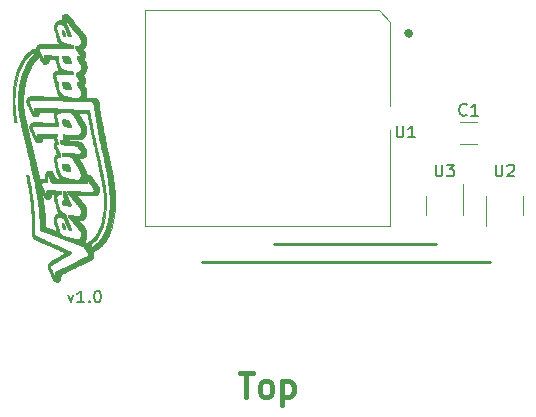
<source format=gbr>
%TF.GenerationSoftware,KiCad,Pcbnew,(6.99.0-1875-gfe1a5267a2)*%
%TF.CreationDate,2022-07-20T16:18:23+02:00*%
%TF.ProjectId,Vectorblade_PLCC32_THT_Kicad6,56656374-6f72-4626-9c61-64655f504c43,rev?*%
%TF.SameCoordinates,Original*%
%TF.FileFunction,Legend,Top*%
%TF.FilePolarity,Positive*%
%FSLAX46Y46*%
G04 Gerber Fmt 4.6, Leading zero omitted, Abs format (unit mm)*
G04 Created by KiCad (PCBNEW (6.99.0-1875-gfe1a5267a2)) date 2022-07-20 16:18:23*
%MOMM*%
%LPD*%
G01*
G04 APERTURE LIST*
%ADD10C,0.000700*%
%ADD11C,0.240000*%
%ADD12C,0.400000*%
%ADD13C,0.200000*%
%ADD14C,0.500000*%
%ADD15C,0.150000*%
%ADD16C,0.120000*%
G04 APERTURE END LIST*
D10*
G36*
X142229417Y-95193202D02*
G01*
X142225781Y-95189603D01*
X142221396Y-95184429D01*
X142210626Y-95169781D01*
X142197598Y-95150098D01*
X142182806Y-95126219D01*
X142166740Y-95098983D01*
X142149893Y-95069229D01*
X142132756Y-95037796D01*
X142115822Y-95005525D01*
X142095272Y-94965903D01*
X142074353Y-94928509D01*
X142053043Y-94893315D01*
X142031321Y-94860291D01*
X142009164Y-94829408D01*
X141986552Y-94800638D01*
X141963463Y-94773952D01*
X141939874Y-94749320D01*
X141915764Y-94726714D01*
X141891112Y-94706105D01*
X141865896Y-94687463D01*
X141840093Y-94670761D01*
X141813683Y-94655968D01*
X141786643Y-94643057D01*
X141758952Y-94631997D01*
X141730589Y-94622761D01*
X141704877Y-94615261D01*
X141680004Y-94607674D01*
X141656578Y-94600145D01*
X141635206Y-94592819D01*
X141625481Y-94589277D01*
X141616497Y-94585840D01*
X141608331Y-94582526D01*
X141601059Y-94579353D01*
X141594755Y-94576339D01*
X141589497Y-94573502D01*
X141585361Y-94570861D01*
X141582422Y-94568433D01*
X141572067Y-94562954D01*
X141552827Y-94554234D01*
X141491978Y-94528922D01*
X141418898Y-94500298D01*
X141408442Y-94496202D01*
X141310783Y-94459778D01*
X141207105Y-94420614D01*
X141107363Y-94383534D01*
X140965061Y-94331367D01*
X140920688Y-94314659D01*
X140873074Y-94295868D01*
X140828238Y-94277540D01*
X140792200Y-94262222D01*
X140738658Y-94239727D01*
X140674091Y-94214222D01*
X140603678Y-94187560D01*
X140532600Y-94161592D01*
X140466035Y-94138171D01*
X140409166Y-94119149D01*
X140367171Y-94106377D01*
X140353370Y-94102914D01*
X140345230Y-94101708D01*
X140342085Y-94101509D01*
X140338242Y-94100927D01*
X140333754Y-94099983D01*
X140328677Y-94098699D01*
X140316972Y-94095197D01*
X140303558Y-94090596D01*
X140288872Y-94085069D01*
X140273346Y-94078789D01*
X140257416Y-94071930D01*
X140241514Y-94064667D01*
X140219559Y-94054118D01*
X140186260Y-94039548D01*
X140092112Y-94000770D01*
X139972036Y-93953194D01*
X139838994Y-93901683D01*
X139772565Y-93876791D01*
X139709464Y-93852564D01*
X139651167Y-93829669D01*
X139599149Y-93808770D01*
X139584641Y-93802793D01*
X139554887Y-93790534D01*
X139519857Y-93775626D01*
X139495534Y-93764711D01*
X139487849Y-93760959D01*
X139483394Y-93758455D01*
X139480712Y-93756113D01*
X139477327Y-93753724D01*
X139473291Y-93751298D01*
X139468655Y-93748848D01*
X139463469Y-93746382D01*
X139457784Y-93743914D01*
X139445118Y-93739009D01*
X139431063Y-93734219D01*
X139416025Y-93729632D01*
X139400408Y-93725335D01*
X139384617Y-93721414D01*
X139368064Y-93716827D01*
X139348501Y-93710648D01*
X139326623Y-93703139D01*
X139303125Y-93694559D01*
X139278700Y-93685168D01*
X139254045Y-93675227D01*
X139229852Y-93664998D01*
X139206817Y-93654739D01*
X139185383Y-93645633D01*
X139164064Y-93636990D01*
X139143441Y-93629041D01*
X139124090Y-93622019D01*
X139106592Y-93616154D01*
X139098718Y-93613728D01*
X139091524Y-93611678D01*
X139085083Y-93610033D01*
X139079467Y-93608823D01*
X139074747Y-93608075D01*
X139070997Y-93607819D01*
X139067239Y-93607705D01*
X139063386Y-93607371D01*
X139059461Y-93606826D01*
X139055486Y-93606083D01*
X139051482Y-93605151D01*
X139047470Y-93604043D01*
X139043473Y-93602768D01*
X139039512Y-93601337D01*
X139035609Y-93599762D01*
X139031785Y-93598052D01*
X139028063Y-93596220D01*
X139024464Y-93594276D01*
X139021009Y-93592230D01*
X139017721Y-93590094D01*
X139014621Y-93587879D01*
X139011730Y-93585594D01*
X139003198Y-93580564D01*
X138987460Y-93573131D01*
X138965414Y-93563673D01*
X138937956Y-93552565D01*
X138905983Y-93540184D01*
X138870393Y-93526906D01*
X138832083Y-93513107D01*
X138791950Y-93499164D01*
X138700465Y-93467022D01*
X138597172Y-93429093D01*
X138494343Y-93389775D01*
X138404247Y-93353467D01*
X138216569Y-93274445D01*
X138201753Y-93076889D01*
X138173757Y-92572954D01*
X138164711Y-92410139D01*
X138152388Y-92214175D01*
X138134653Y-91990256D01*
X138087232Y-91497679D01*
X138031014Y-91010659D01*
X138002282Y-90793685D01*
X137974564Y-90607445D01*
X137958705Y-90501644D01*
X137942153Y-90396307D01*
X137926989Y-90303934D01*
X137915297Y-90237028D01*
X137903299Y-90165414D01*
X138359797Y-90165414D01*
X138359882Y-90173249D01*
X138360130Y-90180983D01*
X138360530Y-90188572D01*
X138361071Y-90195973D01*
X138361742Y-90203143D01*
X138362532Y-90210038D01*
X138363431Y-90216614D01*
X138364427Y-90222828D01*
X138365511Y-90228638D01*
X138366670Y-90233999D01*
X138367895Y-90238868D01*
X138369173Y-90243201D01*
X138370495Y-90246956D01*
X138371850Y-90250089D01*
X138373226Y-90252555D01*
X138373919Y-90253526D01*
X138374614Y-90254313D01*
X138379919Y-90267215D01*
X138386961Y-90297336D01*
X138408569Y-90424397D01*
X138444067Y-90665823D01*
X138498086Y-91051945D01*
X138520407Y-91224299D01*
X138540993Y-91403339D01*
X138559726Y-91587645D01*
X138576491Y-91775800D01*
X138591172Y-91966386D01*
X138603655Y-92157985D01*
X138613822Y-92349179D01*
X138621558Y-92538550D01*
X138628243Y-92713374D01*
X138631531Y-92783920D01*
X138635217Y-92844414D01*
X138637311Y-92871170D01*
X138639627Y-92895748D01*
X138642205Y-92918260D01*
X138645085Y-92938817D01*
X138648310Y-92957531D01*
X138651919Y-92974514D01*
X138655952Y-92989877D01*
X138660452Y-93003732D01*
X138665458Y-93016190D01*
X138671011Y-93027364D01*
X138677152Y-93037365D01*
X138683921Y-93046305D01*
X138691360Y-93054296D01*
X138699509Y-93061448D01*
X138708408Y-93067874D01*
X138718098Y-93073686D01*
X138728621Y-93078995D01*
X138740016Y-93083913D01*
X138752324Y-93088551D01*
X138765587Y-93093022D01*
X138795137Y-93101907D01*
X138828992Y-93111461D01*
X138840528Y-93114783D01*
X138851945Y-93118247D01*
X138874175Y-93125467D01*
X138895189Y-93132861D01*
X138914496Y-93140168D01*
X138931604Y-93147128D01*
X138946020Y-93153480D01*
X138952065Y-93156347D01*
X138957253Y-93158964D01*
X138961522Y-93161299D01*
X138964811Y-93163319D01*
X138967636Y-93165312D01*
X138971433Y-93167569D01*
X138981673Y-93172773D01*
X138994980Y-93178729D01*
X139010804Y-93185236D01*
X139028597Y-93192090D01*
X139047808Y-93199088D01*
X139067886Y-93206028D01*
X139088283Y-93212708D01*
X139108579Y-93219388D01*
X139128412Y-93226329D01*
X139147318Y-93233327D01*
X139164836Y-93240181D01*
X139180502Y-93246687D01*
X139193852Y-93252644D01*
X139199514Y-93255353D01*
X139204424Y-93257848D01*
X139208524Y-93260105D01*
X139211756Y-93262097D01*
X139219497Y-93265864D01*
X139232939Y-93271396D01*
X139251300Y-93278375D01*
X139273800Y-93286483D01*
X139299657Y-93295401D01*
X139328090Y-93304811D01*
X139358316Y-93314394D01*
X139389555Y-93323833D01*
X139405546Y-93328516D01*
X139421055Y-93333282D01*
X139436008Y-93338098D01*
X139450327Y-93342933D01*
X139463937Y-93347753D01*
X139476762Y-93352526D01*
X139488727Y-93357220D01*
X139499754Y-93361801D01*
X139509769Y-93366238D01*
X139518695Y-93370497D01*
X139526456Y-93374547D01*
X139532976Y-93378354D01*
X139538180Y-93381886D01*
X139540264Y-93383539D01*
X139541991Y-93385111D01*
X139543350Y-93386598D01*
X139544333Y-93387996D01*
X139544929Y-93389301D01*
X139545130Y-93390508D01*
X139545181Y-93391434D01*
X139545330Y-93392358D01*
X139545576Y-93393278D01*
X139545917Y-93394193D01*
X139546349Y-93395101D01*
X139546872Y-93395999D01*
X139548179Y-93397762D01*
X139549818Y-93399467D01*
X139551772Y-93401100D01*
X139554022Y-93402646D01*
X139556552Y-93404090D01*
X139559341Y-93405419D01*
X139562373Y-93406618D01*
X139565629Y-93407671D01*
X139569092Y-93408566D01*
X139572742Y-93409287D01*
X139576563Y-93409820D01*
X139580535Y-93410151D01*
X139584641Y-93410264D01*
X139587137Y-93410221D01*
X139589531Y-93410090D01*
X139591823Y-93409873D01*
X139594013Y-93409569D01*
X139596099Y-93409179D01*
X139598082Y-93408701D01*
X139599960Y-93408137D01*
X139601735Y-93407486D01*
X139603404Y-93406748D01*
X139604968Y-93405923D01*
X139606426Y-93405011D01*
X139607778Y-93404013D01*
X139609023Y-93402928D01*
X139610161Y-93401756D01*
X139611192Y-93400497D01*
X139612114Y-93399151D01*
X139612928Y-93397719D01*
X139613633Y-93396200D01*
X139614228Y-93394593D01*
X139614714Y-93392900D01*
X139615089Y-93391121D01*
X139615353Y-93389254D01*
X139615507Y-93387301D01*
X139615548Y-93385261D01*
X139615477Y-93383134D01*
X139615294Y-93380920D01*
X139614998Y-93378619D01*
X139614588Y-93376232D01*
X139614065Y-93373757D01*
X139613426Y-93371196D01*
X139611805Y-93365814D01*
X139581207Y-93260631D01*
X139530005Y-93078124D01*
X139431536Y-92723758D01*
X139422099Y-92685854D01*
X139414153Y-92647288D01*
X139407683Y-92608265D01*
X139402674Y-92568994D01*
X139399112Y-92529678D01*
X139396983Y-92490526D01*
X139396272Y-92451742D01*
X139396964Y-92413534D01*
X139399045Y-92376107D01*
X139402501Y-92339668D01*
X139407317Y-92304422D01*
X139413478Y-92270577D01*
X139420971Y-92238337D01*
X139429780Y-92207910D01*
X139439892Y-92179501D01*
X139451292Y-92153317D01*
X139462825Y-92130062D01*
X139474337Y-92108389D01*
X139485920Y-92088199D01*
X139497671Y-92069394D01*
X139509682Y-92051877D01*
X139522047Y-92035550D01*
X139534861Y-92020316D01*
X139548217Y-92006076D01*
X139562210Y-91992733D01*
X139576934Y-91980190D01*
X139592483Y-91968349D01*
X139608950Y-91957112D01*
X139626430Y-91946381D01*
X139645018Y-91936059D01*
X139664806Y-91926048D01*
X139685889Y-91916250D01*
X139702879Y-91908850D01*
X139717746Y-91901380D01*
X139724388Y-91897580D01*
X139730507Y-91893716D01*
X139736104Y-91889771D01*
X139741181Y-91885729D01*
X139745741Y-91881576D01*
X139749786Y-91877294D01*
X139753318Y-91872869D01*
X139756340Y-91868284D01*
X139758854Y-91863524D01*
X139760861Y-91858572D01*
X139762365Y-91853413D01*
X139763368Y-91848032D01*
X139763871Y-91842411D01*
X139763877Y-91836536D01*
X139763389Y-91830391D01*
X139762408Y-91823959D01*
X139760937Y-91817226D01*
X139758978Y-91810174D01*
X139756534Y-91802789D01*
X139753606Y-91795054D01*
X139746309Y-91778473D01*
X139737106Y-91760304D01*
X139726014Y-91740420D01*
X139713053Y-91718695D01*
X139702355Y-91698013D01*
X139690905Y-91673627D01*
X139679107Y-91646463D01*
X139667368Y-91617447D01*
X139656091Y-91587505D01*
X139645683Y-91557563D01*
X139636548Y-91528547D01*
X139629091Y-91501383D01*
X139578661Y-91310117D01*
X139529388Y-91130658D01*
X139489838Y-90993334D01*
X139476386Y-90949950D01*
X139468577Y-90928473D01*
X139459611Y-90910695D01*
X139451253Y-90889969D01*
X139443531Y-90866589D01*
X139436475Y-90840846D01*
X139430113Y-90813034D01*
X139424475Y-90783446D01*
X139419589Y-90752374D01*
X139415485Y-90720113D01*
X139412190Y-90686955D01*
X139409735Y-90653192D01*
X139408149Y-90619118D01*
X139407459Y-90585027D01*
X139407695Y-90551210D01*
X139408887Y-90517961D01*
X139411062Y-90485573D01*
X139414250Y-90454339D01*
X139421977Y-90388103D01*
X139424397Y-90361147D01*
X139425594Y-90337928D01*
X139425673Y-90327632D01*
X139425373Y-90318167D01*
X139424670Y-90309496D01*
X139423539Y-90301585D01*
X139421956Y-90294400D01*
X139419896Y-90287905D01*
X139417336Y-90282066D01*
X139414250Y-90276847D01*
X139410614Y-90272215D01*
X139406404Y-90268134D01*
X139401595Y-90264569D01*
X139396163Y-90261486D01*
X139390084Y-90258849D01*
X139383332Y-90256625D01*
X139375885Y-90254777D01*
X139367716Y-90253272D01*
X139358803Y-90252074D01*
X139349119Y-90251149D01*
X139327347Y-90249978D01*
X139302202Y-90249479D01*
X139273492Y-90249375D01*
X139255420Y-90249710D01*
X139239117Y-90250779D01*
X139224500Y-90252680D01*
X139217797Y-90253972D01*
X139211485Y-90255510D01*
X139205553Y-90257305D01*
X139199990Y-90259368D01*
X139194786Y-90261713D01*
X139189931Y-90264351D01*
X139185414Y-90267295D01*
X139181224Y-90270557D01*
X139177352Y-90274148D01*
X139173788Y-90278082D01*
X139170519Y-90282371D01*
X139167537Y-90287026D01*
X139164831Y-90292061D01*
X139162391Y-90297486D01*
X139160205Y-90303315D01*
X139158264Y-90309559D01*
X139156557Y-90316231D01*
X139155074Y-90323343D01*
X139152738Y-90338935D01*
X139151172Y-90356434D01*
X139150294Y-90375937D01*
X139150019Y-90397542D01*
X139149849Y-90404971D01*
X139149349Y-90412407D01*
X139148538Y-90419799D01*
X139147434Y-90427098D01*
X139146055Y-90434252D01*
X139144420Y-90441210D01*
X139142545Y-90447923D01*
X139140450Y-90454339D01*
X139138153Y-90460408D01*
X139135671Y-90466078D01*
X139133022Y-90471301D01*
X139130225Y-90476024D01*
X139128777Y-90478182D01*
X139127298Y-90480197D01*
X139125791Y-90482061D01*
X139124259Y-90483770D01*
X139122703Y-90485315D01*
X139121126Y-90486691D01*
X139119530Y-90487892D01*
X139117917Y-90488911D01*
X139114507Y-90491103D01*
X139110783Y-90493942D01*
X139106777Y-90497381D01*
X139102521Y-90501374D01*
X139098048Y-90505874D01*
X139093391Y-90510832D01*
X139083653Y-90521940D01*
X139073568Y-90534321D01*
X139063396Y-90547599D01*
X139053398Y-90561398D01*
X139043833Y-90575341D01*
X139036650Y-90586699D01*
X139029774Y-90596747D01*
X139022992Y-90605565D01*
X139016090Y-90613232D01*
X139008856Y-90619829D01*
X139001076Y-90625435D01*
X138992536Y-90630129D01*
X138983023Y-90633991D01*
X138972324Y-90637101D01*
X138960224Y-90639538D01*
X138946511Y-90641381D01*
X138930972Y-90642711D01*
X138913392Y-90643607D01*
X138893559Y-90644149D01*
X138846278Y-90644486D01*
X138821645Y-90644388D01*
X138799464Y-90644047D01*
X138779527Y-90643396D01*
X138761622Y-90642364D01*
X138753366Y-90641684D01*
X138745540Y-90640884D01*
X138738118Y-90639954D01*
X138731072Y-90638886D01*
X138724378Y-90637672D01*
X138718008Y-90636303D01*
X138711936Y-90634770D01*
X138706137Y-90633065D01*
X138700583Y-90631179D01*
X138695250Y-90629103D01*
X138690109Y-90626830D01*
X138685137Y-90624349D01*
X138680305Y-90621654D01*
X138675588Y-90618735D01*
X138670960Y-90615583D01*
X138666394Y-90612190D01*
X138661864Y-90608548D01*
X138657345Y-90604647D01*
X138652809Y-90600480D01*
X138648230Y-90596037D01*
X138638841Y-90586292D01*
X138628967Y-90575341D01*
X138615381Y-90559710D01*
X138600732Y-90540923D01*
X138585287Y-90519475D01*
X138569314Y-90495856D01*
X138553081Y-90470559D01*
X138536854Y-90444075D01*
X138520903Y-90416897D01*
X138505494Y-90389516D01*
X138490896Y-90362424D01*
X138477376Y-90336114D01*
X138465201Y-90311077D01*
X138454639Y-90287806D01*
X138445959Y-90266792D01*
X138439427Y-90248526D01*
X138435312Y-90233502D01*
X138434244Y-90227359D01*
X138433881Y-90222211D01*
X138433682Y-90218312D01*
X138433099Y-90214051D01*
X138432155Y-90209471D01*
X138430871Y-90204617D01*
X138429269Y-90199531D01*
X138427369Y-90194257D01*
X138425195Y-90188838D01*
X138422768Y-90183318D01*
X138420109Y-90177740D01*
X138417241Y-90172147D01*
X138414184Y-90166584D01*
X138410961Y-90161093D01*
X138407593Y-90155717D01*
X138404103Y-90150501D01*
X138400511Y-90145488D01*
X138396839Y-90140720D01*
X138390726Y-90132505D01*
X138385321Y-90125474D01*
X138380582Y-90119650D01*
X138376466Y-90115060D01*
X138372928Y-90111729D01*
X138371363Y-90110544D01*
X138369926Y-90109683D01*
X138368612Y-90109149D01*
X138367415Y-90108945D01*
X138366331Y-90109075D01*
X138365353Y-90109543D01*
X138364477Y-90110350D01*
X138363697Y-90111500D01*
X138363007Y-90112997D01*
X138362402Y-90114843D01*
X138361876Y-90117042D01*
X138361425Y-90119597D01*
X138360723Y-90125787D01*
X138360253Y-90133438D01*
X138359971Y-90142577D01*
X138359797Y-90165414D01*
X137903299Y-90165414D01*
X137855722Y-89881428D01*
X137794295Y-89533236D01*
X137756791Y-89348028D01*
X138238794Y-89348028D01*
X138320286Y-89520889D01*
X138382230Y-89652021D01*
X138433379Y-89761506D01*
X138474515Y-89851312D01*
X138506421Y-89923409D01*
X138519155Y-89953430D01*
X138529875Y-89979762D01*
X138538678Y-90002650D01*
X138545662Y-90022341D01*
X138550923Y-90039079D01*
X138554560Y-90053112D01*
X138556671Y-90064685D01*
X138557353Y-90074044D01*
X138557724Y-90079068D01*
X138558814Y-90084829D01*
X138560592Y-90091256D01*
X138563025Y-90098276D01*
X138566080Y-90105817D01*
X138569724Y-90113807D01*
X138573926Y-90122172D01*
X138578652Y-90130842D01*
X138583870Y-90139743D01*
X138589547Y-90148803D01*
X138595652Y-90157950D01*
X138602150Y-90167112D01*
X138609010Y-90176216D01*
X138616200Y-90185189D01*
X138623686Y-90193960D01*
X138631436Y-90202456D01*
X138705519Y-90286417D01*
X138705519Y-90123434D01*
X138705586Y-90097562D01*
X138705823Y-90074469D01*
X138706284Y-90053980D01*
X138707024Y-90035923D01*
X138707516Y-90027751D01*
X138708097Y-90020122D01*
X138708775Y-90013014D01*
X138709556Y-90006405D01*
X138710448Y-90000273D01*
X138711457Y-89994598D01*
X138712590Y-89989356D01*
X138713854Y-89984527D01*
X138715255Y-89980089D01*
X138716800Y-89976019D01*
X138718496Y-89972297D01*
X138720350Y-89968900D01*
X138722369Y-89965807D01*
X138724559Y-89962996D01*
X138726927Y-89960446D01*
X138729481Y-89958135D01*
X138732225Y-89956040D01*
X138735169Y-89954141D01*
X138738317Y-89952416D01*
X138741678Y-89950842D01*
X138745258Y-89949399D01*
X138749063Y-89948064D01*
X138753101Y-89946816D01*
X138757378Y-89945633D01*
X138817821Y-89941524D01*
X138941351Y-89940077D01*
X139297569Y-89943782D01*
X139665825Y-89953968D01*
X139804403Y-89960624D01*
X139885914Y-89967859D01*
X139912798Y-89972185D01*
X139923646Y-89974430D01*
X139932910Y-89977004D01*
X139936982Y-89978478D01*
X139940698Y-89980113D01*
X139944073Y-89981932D01*
X139947119Y-89983963D01*
X139949851Y-89986231D01*
X139952281Y-89988762D01*
X139954424Y-89991581D01*
X139956293Y-89994714D01*
X139957901Y-89998187D01*
X139959263Y-90002027D01*
X139960391Y-90006257D01*
X139961299Y-90010905D01*
X139962511Y-90021557D01*
X139963007Y-90034186D01*
X139962895Y-90049001D01*
X139962283Y-90066207D01*
X139959997Y-90108617D01*
X139952589Y-90237028D01*
X139853811Y-90251845D01*
X139830825Y-90255412D01*
X139809057Y-90259658D01*
X139788455Y-90264628D01*
X139768962Y-90270365D01*
X139750527Y-90276913D01*
X139741688Y-90280504D01*
X139733093Y-90284314D01*
X139724735Y-90288348D01*
X139716607Y-90292612D01*
X139708702Y-90297111D01*
X139701014Y-90301851D01*
X139693536Y-90306836D01*
X139686261Y-90312073D01*
X139679182Y-90317567D01*
X139672292Y-90323323D01*
X139665586Y-90329347D01*
X139659055Y-90335644D01*
X139652693Y-90342220D01*
X139646493Y-90349079D01*
X139640450Y-90356228D01*
X139634554Y-90363671D01*
X139623183Y-90379465D01*
X139612326Y-90396502D01*
X139601928Y-90414828D01*
X139593751Y-90431014D01*
X139586865Y-90446622D01*
X139581347Y-90462230D01*
X139577272Y-90478416D01*
X139574716Y-90495760D01*
X139573756Y-90514840D01*
X139574466Y-90536236D01*
X139576924Y-90560525D01*
X139581206Y-90588287D01*
X139587386Y-90620101D01*
X139605747Y-90698197D01*
X139632617Y-90799444D01*
X139668603Y-90928473D01*
X139767381Y-91286542D01*
X139784117Y-91345310D01*
X139801147Y-91399586D01*
X139818705Y-91449681D01*
X139837027Y-91495904D01*
X139856346Y-91538569D01*
X139876899Y-91577984D01*
X139887712Y-91596571D01*
X139898921Y-91614463D01*
X139910556Y-91631698D01*
X139922647Y-91648315D01*
X139935222Y-91664354D01*
X139948311Y-91679853D01*
X139961944Y-91694850D01*
X139976150Y-91709386D01*
X139990958Y-91723498D01*
X140006397Y-91737226D01*
X140039289Y-91763685D01*
X140075061Y-91789073D01*
X140113947Y-91813701D01*
X140156182Y-91837880D01*
X140202003Y-91861922D01*
X140223459Y-91873652D01*
X140244239Y-91886535D01*
X140264245Y-91900453D01*
X140283379Y-91915286D01*
X140301543Y-91930914D01*
X140318640Y-91947220D01*
X140334573Y-91964082D01*
X140349243Y-91981382D01*
X140362553Y-91999000D01*
X140374406Y-92016817D01*
X140384702Y-92034714D01*
X140393346Y-92052571D01*
X140400239Y-92070269D01*
X140402998Y-92079021D01*
X140405283Y-92087688D01*
X140407082Y-92096256D01*
X140408381Y-92104710D01*
X140409170Y-92113034D01*
X140409436Y-92121214D01*
X140409863Y-92124900D01*
X140411119Y-92130330D01*
X140415957Y-92145986D01*
X140423630Y-92167313D01*
X140433822Y-92193445D01*
X140446212Y-92223513D01*
X140460484Y-92256647D01*
X140476318Y-92291982D01*
X140493397Y-92328647D01*
X140511035Y-92367589D01*
X140528471Y-92407747D01*
X140545270Y-92448020D01*
X140560998Y-92487309D01*
X140575222Y-92524515D01*
X140587506Y-92558537D01*
X140597417Y-92588276D01*
X140604522Y-92612633D01*
X140611400Y-92635167D01*
X140620650Y-92661405D01*
X140631869Y-92690421D01*
X140644650Y-92721289D01*
X140658589Y-92753083D01*
X140673281Y-92784877D01*
X140688319Y-92815745D01*
X140703299Y-92844761D01*
X140710673Y-92859180D01*
X140717952Y-92874568D01*
X140725101Y-92890795D01*
X140732084Y-92907732D01*
X140745406Y-92943211D01*
X140757628Y-92979963D01*
X140768460Y-93016947D01*
X140777615Y-93053120D01*
X140784801Y-93087442D01*
X140787566Y-93103582D01*
X140789730Y-93118869D01*
X140807016Y-93262097D01*
X140725525Y-93262097D01*
X140717142Y-93261984D01*
X140708697Y-93261653D01*
X140700245Y-93261120D01*
X140691840Y-93260399D01*
X140683536Y-93259505D01*
X140675388Y-93258451D01*
X140667450Y-93257252D01*
X140659776Y-93255923D01*
X140652420Y-93254479D01*
X140645437Y-93252933D01*
X140638880Y-93251300D01*
X140632805Y-93249595D01*
X140627265Y-93247833D01*
X140622315Y-93246026D01*
X140618008Y-93244191D01*
X140614400Y-93242342D01*
X140608526Y-93236758D01*
X140601098Y-93226493D01*
X140581602Y-93191950D01*
X140555972Y-93138770D01*
X140524265Y-93067011D01*
X140486538Y-92976732D01*
X140442850Y-92867989D01*
X140337822Y-92595348D01*
X140320772Y-92551997D01*
X140303288Y-92509689D01*
X140285862Y-92469464D01*
X140268986Y-92432364D01*
X140253152Y-92399432D01*
X140238851Y-92371708D01*
X140232430Y-92360125D01*
X140226576Y-92350236D01*
X140221352Y-92342169D01*
X140216819Y-92336056D01*
X140203473Y-92320875D01*
X140188532Y-92305940D01*
X140172136Y-92291323D01*
X140154427Y-92277098D01*
X140135546Y-92263335D01*
X140115635Y-92250107D01*
X140094833Y-92237487D01*
X140073283Y-92225548D01*
X140051125Y-92214361D01*
X140028500Y-92203998D01*
X140005550Y-92194533D01*
X139982415Y-92186037D01*
X139959237Y-92178583D01*
X139936156Y-92172243D01*
X139913315Y-92167089D01*
X139890853Y-92163195D01*
X139873166Y-92160685D01*
X139857013Y-92158748D01*
X139842192Y-92157432D01*
X139828499Y-92156789D01*
X139815732Y-92156870D01*
X139803689Y-92157725D01*
X139792167Y-92159405D01*
X139786537Y-92160570D01*
X139780962Y-92161960D01*
X139775416Y-92163581D01*
X139769874Y-92165441D01*
X139758699Y-92169899D01*
X139747234Y-92175384D01*
X139735278Y-92181947D01*
X139722627Y-92189639D01*
X139709078Y-92198510D01*
X139694430Y-92208611D01*
X139678480Y-92219992D01*
X139652401Y-92239968D01*
X139629704Y-92259532D01*
X139610357Y-92279255D01*
X139594326Y-92299709D01*
X139581581Y-92321464D01*
X139572087Y-92345094D01*
X139565813Y-92371169D01*
X139562725Y-92400261D01*
X139562792Y-92432941D01*
X139565981Y-92469782D01*
X139572259Y-92511353D01*
X139581593Y-92558228D01*
X139593952Y-92610978D01*
X139609302Y-92670173D01*
X139648847Y-92810189D01*
X139782197Y-93274445D01*
X139792215Y-93311181D01*
X139801919Y-93345509D01*
X139811340Y-93377506D01*
X139820512Y-93407254D01*
X139829467Y-93434832D01*
X139838237Y-93460318D01*
X139846855Y-93483794D01*
X139855354Y-93505337D01*
X139863767Y-93525029D01*
X139872124Y-93542948D01*
X139880461Y-93559174D01*
X139888808Y-93573787D01*
X139897198Y-93586866D01*
X139905665Y-93598491D01*
X139914240Y-93608742D01*
X139922956Y-93617697D01*
X139940873Y-93634680D01*
X139961073Y-93652163D01*
X139983233Y-93669950D01*
X140007032Y-93687845D01*
X140032148Y-93705653D01*
X140058259Y-93723179D01*
X140085042Y-93740228D01*
X140112177Y-93756603D01*
X140139340Y-93772111D01*
X140166210Y-93786555D01*
X140192465Y-93799740D01*
X140217784Y-93811471D01*
X140241843Y-93821553D01*
X140264322Y-93829790D01*
X140284898Y-93835986D01*
X140303250Y-93839947D01*
X140351481Y-93849439D01*
X140413140Y-93862172D01*
X140480355Y-93876757D01*
X140545255Y-93891806D01*
X140722438Y-93930082D01*
X140832791Y-93953619D01*
X140940367Y-93975767D01*
X141148726Y-94020834D01*
X141303375Y-94054789D01*
X141319350Y-94058261D01*
X141334871Y-94061268D01*
X141349945Y-94063807D01*
X141364580Y-94065877D01*
X141378785Y-94067475D01*
X141392568Y-94068598D01*
X141405936Y-94069245D01*
X141418898Y-94069412D01*
X141431463Y-94069099D01*
X141443637Y-94068303D01*
X141455430Y-94067020D01*
X141466850Y-94065250D01*
X141477904Y-94062990D01*
X141488601Y-94060237D01*
X141498949Y-94056990D01*
X141508956Y-94053245D01*
X141518630Y-94049002D01*
X141527980Y-94044257D01*
X141537013Y-94039008D01*
X141545737Y-94033253D01*
X141554162Y-94026991D01*
X141562294Y-94020217D01*
X141570142Y-94012931D01*
X141577715Y-94005130D01*
X141585019Y-93996811D01*
X141592065Y-93987973D01*
X141598859Y-93978613D01*
X141605409Y-93968730D01*
X141611725Y-93958319D01*
X141617813Y-93947381D01*
X141623683Y-93935911D01*
X141629342Y-93923908D01*
X141641844Y-93892820D01*
X141652502Y-93860754D01*
X141661322Y-93827835D01*
X141668312Y-93794185D01*
X141673479Y-93759928D01*
X141676830Y-93725185D01*
X141678372Y-93690081D01*
X141678113Y-93654739D01*
X141676059Y-93619280D01*
X141672219Y-93583829D01*
X141666599Y-93548508D01*
X141659206Y-93513440D01*
X141650048Y-93478749D01*
X141639132Y-93444556D01*
X141626465Y-93410986D01*
X141612055Y-93378161D01*
X141605031Y-93363965D01*
X141597885Y-93350134D01*
X141590666Y-93336744D01*
X141583425Y-93323872D01*
X141576213Y-93311593D01*
X141569081Y-93299983D01*
X141562079Y-93289118D01*
X141555258Y-93279075D01*
X141548668Y-93269928D01*
X141542361Y-93261755D01*
X141536386Y-93254630D01*
X141530795Y-93248631D01*
X141528159Y-93246077D01*
X141525638Y-93243833D01*
X141523238Y-93241908D01*
X141520965Y-93240311D01*
X141518827Y-93239053D01*
X141516828Y-93238143D01*
X141514976Y-93237589D01*
X141513277Y-93237403D01*
X141511614Y-93237310D01*
X141509869Y-93237033D01*
X141508045Y-93236579D01*
X141506149Y-93235951D01*
X141502154Y-93234196D01*
X141497921Y-93231808D01*
X141493485Y-93228827D01*
X141488882Y-93225292D01*
X141484150Y-93221243D01*
X141479323Y-93216721D01*
X141474438Y-93211765D01*
X141469532Y-93206414D01*
X141464640Y-93200709D01*
X141459799Y-93194689D01*
X141455044Y-93188394D01*
X141450413Y-93181864D01*
X141445940Y-93175139D01*
X141441663Y-93168258D01*
X141432017Y-93152969D01*
X141420056Y-93135307D01*
X141406243Y-93115908D01*
X141391040Y-93095410D01*
X141374912Y-93074448D01*
X141358320Y-93053661D01*
X141341728Y-93033683D01*
X141325599Y-93015153D01*
X141317822Y-93006364D01*
X141310257Y-92997630D01*
X141302946Y-92989005D01*
X141295928Y-92980542D01*
X141289242Y-92972296D01*
X141282929Y-92964322D01*
X141277029Y-92956673D01*
X141271581Y-92949404D01*
X141266624Y-92942569D01*
X141262200Y-92936222D01*
X141258347Y-92930418D01*
X141255105Y-92925211D01*
X141252514Y-92920655D01*
X141250615Y-92916804D01*
X141249446Y-92913714D01*
X141249148Y-92912470D01*
X141249047Y-92911436D01*
X141248336Y-92908902D01*
X141246250Y-92905055D01*
X141242861Y-92899971D01*
X141238243Y-92893726D01*
X141225607Y-92878055D01*
X141208919Y-92858652D01*
X141188758Y-92836123D01*
X141165703Y-92811076D01*
X141140334Y-92784120D01*
X141113228Y-92755861D01*
X141086122Y-92726570D01*
X141060752Y-92698408D01*
X141037697Y-92672040D01*
X141017537Y-92648132D01*
X141008722Y-92637308D01*
X141000849Y-92627349D01*
X140993988Y-92618337D01*
X140988212Y-92610357D01*
X140983594Y-92603491D01*
X140980206Y-92597822D01*
X140978120Y-92593433D01*
X140977588Y-92591745D01*
X140977408Y-92590409D01*
X140977351Y-92588977D01*
X140977180Y-92587462D01*
X140976511Y-92584201D01*
X140975422Y-92580658D01*
X140973936Y-92576865D01*
X140972073Y-92572855D01*
X140969855Y-92568661D01*
X140967305Y-92564315D01*
X140964444Y-92559849D01*
X140961293Y-92555297D01*
X140957874Y-92550690D01*
X140954210Y-92546061D01*
X140950321Y-92541444D01*
X140946230Y-92536870D01*
X140941958Y-92532371D01*
X140937527Y-92527982D01*
X140932958Y-92523733D01*
X140923432Y-92513865D01*
X140911852Y-92501277D01*
X140898709Y-92486489D01*
X140884495Y-92470023D01*
X140869703Y-92452399D01*
X140854823Y-92434139D01*
X140840349Y-92415763D01*
X140826772Y-92397792D01*
X140811478Y-92378702D01*
X140793782Y-92357123D01*
X140774291Y-92333808D01*
X140753615Y-92309509D01*
X140732359Y-92284979D01*
X140711132Y-92260969D01*
X140690542Y-92238233D01*
X140671197Y-92217522D01*
X140661245Y-92206821D01*
X140651779Y-92196045D01*
X140642819Y-92185232D01*
X140634387Y-92174423D01*
X140626505Y-92163657D01*
X140619194Y-92152974D01*
X140612476Y-92142415D01*
X140606374Y-92132018D01*
X140600908Y-92121823D01*
X140596101Y-92111872D01*
X140591973Y-92102202D01*
X140588548Y-92092854D01*
X140585846Y-92083868D01*
X140583889Y-92075283D01*
X140582698Y-92067140D01*
X140582297Y-92059478D01*
X140582386Y-92049021D01*
X140582774Y-92039833D01*
X140583648Y-92031854D01*
X140585191Y-92025021D01*
X140586271Y-92022016D01*
X140587587Y-92019274D01*
X140589163Y-92016788D01*
X140591022Y-92014550D01*
X140593186Y-92012553D01*
X140595679Y-92010789D01*
X140598524Y-92009250D01*
X140601744Y-92007928D01*
X140605361Y-92006816D01*
X140609400Y-92005907D01*
X140618832Y-92004663D01*
X140630225Y-92004136D01*
X140643763Y-92004263D01*
X140659631Y-92004983D01*
X140678012Y-92006236D01*
X140723055Y-92010089D01*
X140756711Y-92013051D01*
X140797370Y-92018038D01*
X140843470Y-92024761D01*
X140893447Y-92032931D01*
X140945739Y-92042259D01*
X140998784Y-92052455D01*
X141051019Y-92063230D01*
X141100880Y-92074294D01*
X141159657Y-92087194D01*
X141213066Y-92098082D01*
X141261469Y-92106916D01*
X141283906Y-92110548D01*
X141305227Y-92113651D01*
X141325477Y-92116219D01*
X141344702Y-92118245D01*
X141362946Y-92119726D01*
X141380255Y-92120654D01*
X141396675Y-92121026D01*
X141412250Y-92120835D01*
X141427025Y-92120077D01*
X141441046Y-92118744D01*
X141454358Y-92116834D01*
X141467007Y-92114339D01*
X141479036Y-92111254D01*
X141490493Y-92107574D01*
X141501421Y-92103294D01*
X141511867Y-92098408D01*
X141521874Y-92092910D01*
X141531490Y-92086796D01*
X141540758Y-92080060D01*
X141549724Y-92072696D01*
X141558433Y-92064699D01*
X141566930Y-92056063D01*
X141575261Y-92046784D01*
X141583471Y-92036855D01*
X141591605Y-92026271D01*
X141599708Y-92015028D01*
X141616379Y-91989579D01*
X141631213Y-91964120D01*
X141644223Y-91938580D01*
X141655425Y-91912893D01*
X141664833Y-91886989D01*
X141672460Y-91860798D01*
X141678323Y-91834254D01*
X141682435Y-91807286D01*
X141684810Y-91779826D01*
X141685463Y-91751805D01*
X141684410Y-91723155D01*
X141681663Y-91693807D01*
X141677238Y-91663692D01*
X141671148Y-91632741D01*
X141663410Y-91600886D01*
X141654036Y-91568058D01*
X141649296Y-91552879D01*
X141644365Y-91537957D01*
X141639282Y-91523375D01*
X141634087Y-91509216D01*
X141628820Y-91495563D01*
X141623520Y-91482501D01*
X141618227Y-91470111D01*
X141612981Y-91458477D01*
X141607822Y-91447682D01*
X141602790Y-91437809D01*
X141597924Y-91428943D01*
X141593264Y-91421165D01*
X141588851Y-91414559D01*
X141584722Y-91409208D01*
X141582778Y-91407030D01*
X141580920Y-91405196D01*
X141579153Y-91403718D01*
X141577483Y-91402606D01*
X141574274Y-91400642D01*
X141571141Y-91398472D01*
X141568101Y-91396122D01*
X141565174Y-91393615D01*
X141562378Y-91390979D01*
X141559729Y-91388238D01*
X141557247Y-91385417D01*
X141554949Y-91382541D01*
X141552854Y-91379637D01*
X141550980Y-91376730D01*
X141549344Y-91373843D01*
X141547965Y-91371004D01*
X141546861Y-91368238D01*
X141546418Y-91366890D01*
X141546051Y-91365569D01*
X141545761Y-91364279D01*
X141545551Y-91363023D01*
X141545423Y-91361804D01*
X141545380Y-91360625D01*
X141545038Y-91357998D01*
X141544030Y-91354775D01*
X141542385Y-91350994D01*
X141540133Y-91346696D01*
X141537301Y-91341920D01*
X141533920Y-91336707D01*
X141530019Y-91331096D01*
X141525625Y-91325127D01*
X141520768Y-91318839D01*
X141515477Y-91312273D01*
X141503708Y-91298464D01*
X141490551Y-91284019D01*
X141483523Y-91276657D01*
X141476236Y-91269255D01*
X141427479Y-91216678D01*
X141383439Y-91168587D01*
X141344666Y-91125531D01*
X141311709Y-91088060D01*
X141285119Y-91056724D01*
X141274384Y-91043529D01*
X141265446Y-91032073D01*
X141258374Y-91022426D01*
X141253238Y-91014657D01*
X141250106Y-91008834D01*
X141249313Y-91006673D01*
X141249047Y-91005025D01*
X141248592Y-91003155D01*
X141247258Y-91000361D01*
X141245092Y-90996707D01*
X141242140Y-90992253D01*
X141234071Y-90981194D01*
X141223427Y-90967675D01*
X141210582Y-90952188D01*
X141195915Y-90935225D01*
X141179801Y-90917278D01*
X141162616Y-90898839D01*
X141153913Y-90889560D01*
X141145431Y-90880289D01*
X141137217Y-90871090D01*
X141129317Y-90862029D01*
X141121779Y-90853170D01*
X141114650Y-90844579D01*
X141107977Y-90836320D01*
X141101806Y-90828460D01*
X141096186Y-90821062D01*
X141091162Y-90814193D01*
X141086782Y-90807917D01*
X141083093Y-90802299D01*
X141080141Y-90797405D01*
X141077975Y-90793299D01*
X141076641Y-90790047D01*
X141076301Y-90788761D01*
X141076186Y-90787714D01*
X141075559Y-90785209D01*
X141073717Y-90781449D01*
X141070717Y-90776509D01*
X141066617Y-90770466D01*
X141055350Y-90755375D01*
X141040379Y-90736782D01*
X141022167Y-90715294D01*
X141001177Y-90691521D01*
X140977871Y-90666070D01*
X140952713Y-90639547D01*
X140940339Y-90626105D01*
X140928265Y-90612692D01*
X140916560Y-90599395D01*
X140905293Y-90586300D01*
X140894532Y-90573494D01*
X140884346Y-90561065D01*
X140874804Y-90549099D01*
X140865975Y-90537683D01*
X140857927Y-90526903D01*
X140850729Y-90516847D01*
X140844449Y-90507601D01*
X140839158Y-90499252D01*
X140834923Y-90491887D01*
X140831812Y-90485593D01*
X140829896Y-90480456D01*
X140829406Y-90478349D01*
X140829241Y-90476564D01*
X140829213Y-90475175D01*
X140829128Y-90473789D01*
X140828989Y-90472409D01*
X140828798Y-90471037D01*
X140828556Y-90469675D01*
X140828265Y-90468327D01*
X140827927Y-90466996D01*
X140827544Y-90465683D01*
X140827117Y-90464392D01*
X140826649Y-90463126D01*
X140826141Y-90461886D01*
X140825595Y-90460677D01*
X140825013Y-90459500D01*
X140824397Y-90458358D01*
X140823748Y-90457254D01*
X140823068Y-90456191D01*
X140822359Y-90455172D01*
X140821623Y-90454198D01*
X140820862Y-90453274D01*
X140820077Y-90452400D01*
X140819271Y-90451582D01*
X140818445Y-90450820D01*
X140817600Y-90450117D01*
X140816740Y-90449478D01*
X140815865Y-90448903D01*
X140814977Y-90448396D01*
X140814078Y-90447960D01*
X140813171Y-90447597D01*
X140812256Y-90447309D01*
X140811335Y-90447101D01*
X140810411Y-90446974D01*
X140809486Y-90446931D01*
X140808293Y-90446852D01*
X140807031Y-90446617D01*
X140804315Y-90445696D01*
X140801368Y-90444196D01*
X140798219Y-90442146D01*
X140794896Y-90439576D01*
X140791428Y-90436513D01*
X140787845Y-90432987D01*
X140784174Y-90429027D01*
X140780446Y-90424662D01*
X140776689Y-90419921D01*
X140772931Y-90414833D01*
X140769203Y-90409426D01*
X140765533Y-90403730D01*
X140761949Y-90397774D01*
X140758481Y-90391586D01*
X140755158Y-90385195D01*
X140751807Y-90378804D01*
X140748256Y-90372611D01*
X140744539Y-90366643D01*
X140740689Y-90360925D01*
X140736737Y-90355481D01*
X140732716Y-90350338D01*
X140728659Y-90345520D01*
X140724599Y-90341053D01*
X140720567Y-90336963D01*
X140716597Y-90333274D01*
X140712721Y-90330011D01*
X140708972Y-90327201D01*
X140705381Y-90324869D01*
X140703656Y-90323889D01*
X140701983Y-90323039D01*
X140700366Y-90322320D01*
X140698808Y-90321737D01*
X140697316Y-90321292D01*
X140695891Y-90320989D01*
X140691659Y-90320154D01*
X140686865Y-90318155D01*
X140681555Y-90315059D01*
X140675774Y-90310933D01*
X140662982Y-90299855D01*
X140648856Y-90285452D01*
X140633760Y-90268257D01*
X140618060Y-90248801D01*
X140602122Y-90227616D01*
X140586310Y-90205234D01*
X140570990Y-90182186D01*
X140556527Y-90159004D01*
X140543287Y-90136220D01*
X140531635Y-90114366D01*
X140521936Y-90093973D01*
X140514556Y-90075573D01*
X140509860Y-90059699D01*
X140508633Y-90052874D01*
X140508214Y-90046881D01*
X140508214Y-89995022D01*
X141155208Y-90009839D01*
X142217069Y-90041942D01*
X142338733Y-90046654D01*
X142390067Y-90048339D01*
X142435654Y-90049543D01*
X142475930Y-90050241D01*
X142511333Y-90050406D01*
X142542302Y-90050015D01*
X142569274Y-90049041D01*
X142592686Y-90047460D01*
X142603194Y-90046434D01*
X142612976Y-90045246D01*
X142622087Y-90043893D01*
X142630582Y-90042373D01*
X142638516Y-90040682D01*
X142645942Y-90038816D01*
X142652917Y-90036774D01*
X142659493Y-90034551D01*
X142665728Y-90032144D01*
X142671674Y-90029551D01*
X142677386Y-90026768D01*
X142682921Y-90023792D01*
X142693672Y-90017247D01*
X142711196Y-90004551D01*
X142725751Y-89991260D01*
X142731890Y-89984298D01*
X142737259Y-89977073D01*
X142741848Y-89969548D01*
X142745646Y-89961685D01*
X142748645Y-89953445D01*
X142750835Y-89944792D01*
X142752207Y-89935686D01*
X142752750Y-89926090D01*
X142752457Y-89915966D01*
X142751316Y-89905276D01*
X142746456Y-89882045D01*
X142738095Y-89856094D01*
X142726156Y-89827119D01*
X142710563Y-89794817D01*
X142691241Y-89758882D01*
X142668114Y-89719011D01*
X142641105Y-89674901D01*
X142610138Y-89626248D01*
X142575139Y-89572748D01*
X142537316Y-89516042D01*
X142500361Y-89459886D01*
X142432528Y-89355128D01*
X142378586Y-89270279D01*
X142345480Y-89217147D01*
X142340798Y-89209341D01*
X142336037Y-89201699D01*
X142331232Y-89194266D01*
X142326419Y-89187090D01*
X142321636Y-89180217D01*
X142316918Y-89173696D01*
X142312301Y-89167572D01*
X142307821Y-89161894D01*
X142303515Y-89156707D01*
X142299419Y-89152060D01*
X142295569Y-89147998D01*
X142292001Y-89144569D01*
X142290334Y-89143107D01*
X142288752Y-89141821D01*
X142287257Y-89140716D01*
X142285856Y-89139799D01*
X142284553Y-89139076D01*
X142283352Y-89138552D01*
X142282257Y-89138233D01*
X142281274Y-89138126D01*
X142280348Y-89138090D01*
X142279425Y-89137983D01*
X142278504Y-89137808D01*
X142277589Y-89137566D01*
X142276682Y-89137259D01*
X142275783Y-89136888D01*
X142274896Y-89136456D01*
X142274020Y-89135965D01*
X142273160Y-89135415D01*
X142272316Y-89134810D01*
X142270683Y-89133437D01*
X142269137Y-89131863D01*
X142267693Y-89130100D01*
X142266364Y-89128163D01*
X142265166Y-89126068D01*
X142264112Y-89123827D01*
X142263217Y-89121457D01*
X142262496Y-89118970D01*
X142261963Y-89116383D01*
X142261772Y-89115055D01*
X142261633Y-89113708D01*
X142261548Y-89112343D01*
X142261519Y-89110961D01*
X142261243Y-89107467D01*
X142260436Y-89103496D01*
X142259133Y-89099091D01*
X142257367Y-89094297D01*
X142252583Y-89083717D01*
X142246355Y-89072106D01*
X142238956Y-89059815D01*
X142230656Y-89047195D01*
X142221727Y-89034596D01*
X142212439Y-89022370D01*
X142203065Y-89010867D01*
X142193875Y-89000439D01*
X142185141Y-88991436D01*
X142177134Y-88984209D01*
X142173488Y-88981372D01*
X142170125Y-88979110D01*
X142167080Y-88977467D01*
X142164386Y-88976488D01*
X142162077Y-88976215D01*
X142160188Y-88976694D01*
X142158752Y-88977968D01*
X142157802Y-88980081D01*
X142156881Y-88987832D01*
X142155989Y-89001341D01*
X142154407Y-89042743D01*
X142153288Y-89098498D01*
X142152864Y-89162820D01*
X142150394Y-89323334D01*
X141355131Y-89318514D01*
X141335477Y-89318395D01*
X140569024Y-89310060D01*
X139871097Y-89296170D01*
X139221633Y-89281353D01*
X139159897Y-89214678D01*
X139153856Y-89208004D01*
X139147801Y-89200985D01*
X139141774Y-89193685D01*
X139135820Y-89186164D01*
X139129982Y-89178484D01*
X139124302Y-89170706D01*
X139118826Y-89162892D01*
X139113595Y-89155103D01*
X139108654Y-89147401D01*
X139104045Y-89139847D01*
X139099813Y-89132503D01*
X139096000Y-89125431D01*
X139092650Y-89118691D01*
X139089807Y-89112346D01*
X139087514Y-89106456D01*
X139085814Y-89101084D01*
X139070225Y-89063309D01*
X139040747Y-88997058D01*
X139001081Y-88911824D01*
X138978586Y-88865054D01*
X138954933Y-88817098D01*
X138841339Y-88582500D01*
X138833930Y-88920814D01*
X138826522Y-89261598D01*
X138584516Y-89261598D01*
X138549500Y-89261689D01*
X138517494Y-89261983D01*
X138488324Y-89262509D01*
X138461816Y-89263295D01*
X138437797Y-89264371D01*
X138416093Y-89265765D01*
X138396530Y-89267506D01*
X138378935Y-89269623D01*
X138363135Y-89272145D01*
X138348955Y-89275102D01*
X138342418Y-89276752D01*
X138336222Y-89278522D01*
X138330343Y-89280414D01*
X138324762Y-89282433D01*
X138319455Y-89284582D01*
X138314402Y-89286866D01*
X138309580Y-89289286D01*
X138304968Y-89291848D01*
X138300544Y-89294554D01*
X138296286Y-89297409D01*
X138288183Y-89303578D01*
X138238794Y-89348028D01*
X137756791Y-89348028D01*
X137751697Y-89322870D01*
X137686874Y-89024531D01*
X137616495Y-88715079D01*
X137557228Y-88471375D01*
X137532610Y-88368855D01*
X137508456Y-88262399D01*
X137470797Y-88088612D01*
X137441395Y-87938439D01*
X137396714Y-87739185D01*
X137335364Y-87484369D01*
X137255955Y-87167508D01*
X137239692Y-87100409D01*
X137224470Y-87035393D01*
X137210637Y-86974081D01*
X137198541Y-86918095D01*
X137188528Y-86869053D01*
X137180946Y-86828577D01*
X137176142Y-86798288D01*
X137174891Y-86787470D01*
X137174464Y-86779806D01*
X137174322Y-86773765D01*
X137173909Y-86767709D01*
X137173243Y-86761683D01*
X137172342Y-86755728D01*
X137171223Y-86749890D01*
X137169906Y-86744211D01*
X137168408Y-86738734D01*
X137166747Y-86733504D01*
X137164941Y-86728562D01*
X137163009Y-86723954D01*
X137160968Y-86719722D01*
X137158837Y-86715909D01*
X137156633Y-86712560D01*
X137155510Y-86711072D01*
X137154376Y-86709717D01*
X137153232Y-86708498D01*
X137152082Y-86707423D01*
X137150927Y-86706496D01*
X137149770Y-86705723D01*
X137148395Y-86704957D01*
X137147050Y-86704051D01*
X137144454Y-86701835D01*
X137141989Y-86699114D01*
X137139660Y-86695922D01*
X137137477Y-86692296D01*
X137135445Y-86688273D01*
X137133572Y-86683887D01*
X137131866Y-86679176D01*
X137130333Y-86674176D01*
X137128982Y-86668922D01*
X137127818Y-86663452D01*
X137126850Y-86657800D01*
X137126084Y-86652004D01*
X137125528Y-86646099D01*
X137125190Y-86640122D01*
X137125075Y-86634109D01*
X137123064Y-86615202D01*
X137117319Y-86581942D01*
X137096368Y-86479768D01*
X137065693Y-86342405D01*
X137028767Y-86184670D01*
X136848806Y-85437663D01*
X136633656Y-84520264D01*
X136602633Y-84383287D01*
X136569759Y-84229178D01*
X136504010Y-83899199D01*
X136447521Y-83589593D01*
X136426222Y-83460950D01*
X136411406Y-83359626D01*
X136399637Y-83270070D01*
X136387637Y-83182134D01*
X136369425Y-83050945D01*
X136365846Y-83019233D01*
X136362557Y-82966714D01*
X136357078Y-82810483D01*
X136353451Y-82604709D01*
X136352708Y-82472786D01*
X136783057Y-82472786D01*
X136785372Y-82639035D01*
X136790465Y-82787602D01*
X136798336Y-82907867D01*
X136803314Y-82954067D01*
X136808986Y-82989209D01*
X136818015Y-83038983D01*
X136829359Y-83111446D01*
X136841629Y-83196874D01*
X136853436Y-83285542D01*
X136885606Y-83486378D01*
X136937166Y-83759676D01*
X137084329Y-84459763D01*
X137266682Y-85258011D01*
X137455981Y-86026625D01*
X137474000Y-86096464D01*
X137496418Y-86187139D01*
X137520225Y-86287075D01*
X137542411Y-86384695D01*
X137606308Y-86660655D01*
X137690578Y-87014403D01*
X137732867Y-87192358D01*
X137775156Y-87374942D01*
X137841214Y-87668806D01*
X137890294Y-87879018D01*
X137912403Y-87971274D01*
X137921939Y-88009025D01*
X137930114Y-88039222D01*
X137946358Y-88106129D01*
X137967464Y-88198502D01*
X138014075Y-88409639D01*
X138051141Y-88584092D01*
X138081406Y-88724570D01*
X138105710Y-88834605D01*
X138115888Y-88879310D01*
X138124891Y-88917727D01*
X138132823Y-88950299D01*
X138139790Y-88977467D01*
X138145895Y-88999671D01*
X138151245Y-89017354D01*
X138155943Y-89030956D01*
X138160095Y-89040920D01*
X138161999Y-89044675D01*
X138163806Y-89047685D01*
X138165528Y-89050007D01*
X138167180Y-89051695D01*
X138167946Y-89052542D01*
X138168851Y-89053233D01*
X138169890Y-89053771D01*
X138171058Y-89054159D01*
X138172349Y-89054401D01*
X138173757Y-89054500D01*
X138175277Y-89054458D01*
X138176904Y-89054280D01*
X138180456Y-89053524D01*
X138184370Y-89052259D01*
X138188602Y-89050509D01*
X138193110Y-89048299D01*
X138197848Y-89045655D01*
X138202775Y-89042603D01*
X138207847Y-89039167D01*
X138213020Y-89035373D01*
X138218250Y-89031246D01*
X138223495Y-89026812D01*
X138228712Y-89022096D01*
X138233856Y-89017123D01*
X138242134Y-89009215D01*
X138250423Y-89002132D01*
X138258907Y-88995831D01*
X138267772Y-88990267D01*
X138277200Y-88985398D01*
X138287378Y-88981181D01*
X138298488Y-88977570D01*
X138310717Y-88974525D01*
X138324248Y-88972000D01*
X138339265Y-88969952D01*
X138355954Y-88968339D01*
X138374498Y-88967116D01*
X138417892Y-88965670D01*
X138470922Y-88965264D01*
X138656131Y-88965264D01*
X138656131Y-88760300D01*
X138656454Y-88717709D01*
X138657447Y-88677825D01*
X138659142Y-88640515D01*
X138661571Y-88605651D01*
X138664767Y-88573102D01*
X138668762Y-88542738D01*
X138673590Y-88514429D01*
X138679281Y-88488044D01*
X138685870Y-88463453D01*
X138693389Y-88440527D01*
X138701870Y-88419134D01*
X138711346Y-88399144D01*
X138721849Y-88380428D01*
X138733412Y-88362855D01*
X138746067Y-88346295D01*
X138759847Y-88330617D01*
X138768067Y-88321840D01*
X138776178Y-88313996D01*
X138784362Y-88307035D01*
X138792799Y-88300906D01*
X138801670Y-88295559D01*
X138811156Y-88290942D01*
X138821437Y-88287005D01*
X138832696Y-88283697D01*
X138845112Y-88280969D01*
X138858866Y-88278768D01*
X138874140Y-88277045D01*
X138891114Y-88275749D01*
X138909968Y-88274829D01*
X138930885Y-88274235D01*
X138979627Y-88273820D01*
X139008390Y-88273870D01*
X139033782Y-88274100D01*
X139056134Y-88274634D01*
X139075782Y-88275595D01*
X139084694Y-88276274D01*
X139093056Y-88277106D01*
X139100907Y-88278106D01*
X139108289Y-88279289D01*
X139115245Y-88280672D01*
X139121816Y-88282269D01*
X139128043Y-88284096D01*
X139133968Y-88286167D01*
X139139632Y-88288499D01*
X139145078Y-88291107D01*
X139150346Y-88294006D01*
X139155479Y-88297212D01*
X139160518Y-88300740D01*
X139165504Y-88304605D01*
X139170479Y-88308822D01*
X139175485Y-88313408D01*
X139180564Y-88318377D01*
X139185756Y-88323745D01*
X139196649Y-88335739D01*
X139208497Y-88349513D01*
X139221633Y-88365189D01*
X139229411Y-88374960D01*
X139236976Y-88384785D01*
X139244287Y-88394603D01*
X139251305Y-88404353D01*
X139257991Y-88413972D01*
X139264303Y-88423399D01*
X139270204Y-88432573D01*
X139275652Y-88441433D01*
X139280609Y-88449916D01*
X139285033Y-88457962D01*
X139288886Y-88465508D01*
X139292128Y-88472494D01*
X139294719Y-88478857D01*
X139296619Y-88484537D01*
X139297788Y-88489472D01*
X139298086Y-88491640D01*
X139298186Y-88493600D01*
X139298357Y-88497470D01*
X139298861Y-88501645D01*
X139299684Y-88506080D01*
X139300810Y-88510732D01*
X139302225Y-88515557D01*
X139303916Y-88520513D01*
X139305867Y-88525556D01*
X139308064Y-88530642D01*
X139310492Y-88535728D01*
X139313138Y-88540770D01*
X139315986Y-88545726D01*
X139319022Y-88550552D01*
X139322232Y-88555204D01*
X139325601Y-88559638D01*
X139329114Y-88563813D01*
X139332758Y-88567683D01*
X139336687Y-88572501D01*
X139341035Y-88578559D01*
X139350816Y-88594037D01*
X139361755Y-88613392D01*
X139373504Y-88635902D01*
X139385716Y-88660842D01*
X139398044Y-88687490D01*
X139410141Y-88715122D01*
X139421658Y-88743014D01*
X139437152Y-88779669D01*
X139451499Y-88812038D01*
X139465115Y-88840406D01*
X139478417Y-88865059D01*
X139491820Y-88886282D01*
X139498689Y-88895697D01*
X139505740Y-88904362D01*
X139513024Y-88912313D01*
X139520594Y-88919585D01*
X139528500Y-88926214D01*
X139536796Y-88932235D01*
X139545534Y-88937685D01*
X139554764Y-88942600D01*
X139564540Y-88947014D01*
X139574913Y-88950963D01*
X139585936Y-88954485D01*
X139597660Y-88957613D01*
X139623420Y-88962833D01*
X139652609Y-88966911D01*
X139685643Y-88970131D01*
X139722938Y-88972779D01*
X139764911Y-88975142D01*
X139800571Y-88977277D01*
X139831759Y-88979025D01*
X139858694Y-88980345D01*
X139881592Y-88981200D01*
X139891595Y-88981439D01*
X139900670Y-88981548D01*
X139908844Y-88981519D01*
X139916145Y-88981349D01*
X139922599Y-88981033D01*
X139928234Y-88980565D01*
X139933077Y-88979940D01*
X139937155Y-88979155D01*
X139940494Y-88978202D01*
X139941896Y-88977662D01*
X139943123Y-88977079D01*
X139944180Y-88976451D01*
X139945069Y-88975779D01*
X139945793Y-88975061D01*
X139946357Y-88974298D01*
X139946764Y-88973488D01*
X139947016Y-88972630D01*
X139947119Y-88971725D01*
X139947073Y-88970771D01*
X139946885Y-88969769D01*
X139946555Y-88968716D01*
X139946089Y-88967614D01*
X139945489Y-88966460D01*
X139943902Y-88963998D01*
X139941821Y-88961324D01*
X139939273Y-88958434D01*
X139936286Y-88955324D01*
X139932887Y-88951987D01*
X139929102Y-88948419D01*
X139920486Y-88940570D01*
X139904126Y-88924594D01*
X139887539Y-88907333D01*
X139870843Y-88888952D01*
X139854158Y-88869612D01*
X139837603Y-88849476D01*
X139821298Y-88828707D01*
X139805362Y-88807467D01*
X139789914Y-88785921D01*
X139775074Y-88764229D01*
X139760961Y-88742556D01*
X139747694Y-88721064D01*
X139735393Y-88699915D01*
X139724178Y-88679272D01*
X139714167Y-88659299D01*
X139705480Y-88640158D01*
X139698236Y-88622012D01*
X139678596Y-88563333D01*
X139652706Y-88478089D01*
X139591432Y-88261472D01*
X139532937Y-88039300D01*
X139510520Y-87947111D01*
X139495742Y-87878709D01*
X139491270Y-87853185D01*
X139485439Y-87823609D01*
X139478508Y-87791024D01*
X139470738Y-87756471D01*
X139453722Y-87685629D01*
X139436475Y-87619417D01*
X139422671Y-87561159D01*
X139411819Y-87504906D01*
X139403919Y-87450635D01*
X139398970Y-87398324D01*
X139396973Y-87347953D01*
X139397928Y-87299498D01*
X139401835Y-87252939D01*
X139404895Y-87230364D01*
X139408694Y-87208254D01*
X139413230Y-87186607D01*
X139418504Y-87165421D01*
X139424516Y-87144692D01*
X139431266Y-87124419D01*
X139438754Y-87104597D01*
X139446980Y-87085225D01*
X139455943Y-87066299D01*
X139465645Y-87047818D01*
X139476085Y-87029777D01*
X139487262Y-87012176D01*
X139499178Y-86995010D01*
X139511832Y-86978278D01*
X139525223Y-86961976D01*
X139539352Y-86946101D01*
X139554220Y-86930652D01*
X139569825Y-86915625D01*
X139663664Y-86829195D01*
X139582172Y-86656334D01*
X139534201Y-86551923D01*
X139496590Y-86469273D01*
X139467661Y-86404219D01*
X139455928Y-86376988D01*
X139445735Y-86352592D01*
X139436874Y-86330512D01*
X139429134Y-86310226D01*
X139422306Y-86291213D01*
X139416179Y-86272953D01*
X139410545Y-86254924D01*
X139405192Y-86236606D01*
X139394494Y-86197017D01*
X139389753Y-86179294D01*
X139385731Y-86162995D01*
X139382454Y-86147868D01*
X139379948Y-86133660D01*
X139378237Y-86120118D01*
X139377348Y-86106988D01*
X139377305Y-86094018D01*
X139378134Y-86080953D01*
X139379860Y-86067541D01*
X139382509Y-86053529D01*
X139386105Y-86038663D01*
X139390674Y-86022690D01*
X139396242Y-86005357D01*
X139402833Y-85986410D01*
X139419189Y-85942665D01*
X139436234Y-85896242D01*
X139442987Y-85876581D01*
X139448591Y-85858820D01*
X139453065Y-85842606D01*
X139456433Y-85827590D01*
X139458716Y-85813420D01*
X139459935Y-85799746D01*
X139460112Y-85786216D01*
X139459269Y-85772480D01*
X139457428Y-85758188D01*
X139454610Y-85742987D01*
X139450837Y-85726527D01*
X139446131Y-85708458D01*
X139434006Y-85666086D01*
X139430192Y-85652729D01*
X139426182Y-85639564D01*
X139422014Y-85626666D01*
X139417723Y-85614113D01*
X139413344Y-85601978D01*
X139408916Y-85590339D01*
X139404472Y-85579272D01*
X139400051Y-85568852D01*
X139395687Y-85559156D01*
X139391417Y-85550259D01*
X139387278Y-85542238D01*
X139383305Y-85535168D01*
X139379534Y-85529125D01*
X139376002Y-85524185D01*
X139372746Y-85520425D01*
X139371232Y-85519011D01*
X139369800Y-85517920D01*
X139353725Y-85513569D01*
X139320961Y-85508920D01*
X139214765Y-85499168D01*
X139070023Y-85489531D01*
X138905544Y-85480878D01*
X138740140Y-85474077D01*
X138592619Y-85469997D01*
X138481794Y-85469505D01*
X138446019Y-85470876D01*
X138426472Y-85473470D01*
X138421117Y-85475559D01*
X138416160Y-85478143D01*
X138411594Y-85481256D01*
X138407411Y-85484929D01*
X138403605Y-85489196D01*
X138400167Y-85494089D01*
X138397091Y-85499639D01*
X138394370Y-85505881D01*
X138391995Y-85512846D01*
X138389961Y-85520568D01*
X138388260Y-85529077D01*
X138386884Y-85538408D01*
X138385827Y-85548593D01*
X138385080Y-85559664D01*
X138384638Y-85571654D01*
X138384492Y-85584595D01*
X138384283Y-85598122D01*
X138383633Y-85610968D01*
X138382506Y-85623207D01*
X138380865Y-85634910D01*
X138378674Y-85646151D01*
X138375897Y-85657000D01*
X138372498Y-85667531D01*
X138368440Y-85677817D01*
X138363688Y-85687928D01*
X138358206Y-85697939D01*
X138351956Y-85707920D01*
X138344903Y-85717945D01*
X138337011Y-85728086D01*
X138328244Y-85738414D01*
X138318565Y-85749003D01*
X138307939Y-85759925D01*
X138296270Y-85772237D01*
X138285203Y-85783293D01*
X138274525Y-85793171D01*
X138264029Y-85801945D01*
X138253504Y-85809691D01*
X138242740Y-85816486D01*
X138231527Y-85822406D01*
X138219656Y-85827527D01*
X138206917Y-85831923D01*
X138193100Y-85835673D01*
X138177995Y-85838851D01*
X138161393Y-85841533D01*
X138143083Y-85843796D01*
X138122856Y-85845715D01*
X138100502Y-85847366D01*
X138075811Y-85848826D01*
X138049549Y-85850493D01*
X138026152Y-85851748D01*
X138005360Y-85852526D01*
X137986911Y-85852761D01*
X137978485Y-85852655D01*
X137970546Y-85852388D01*
X137963064Y-85851954D01*
X137956004Y-85851343D01*
X137949336Y-85850548D01*
X137943025Y-85849560D01*
X137937041Y-85848371D01*
X137931349Y-85846973D01*
X137925917Y-85845359D01*
X137920714Y-85843519D01*
X137915705Y-85841446D01*
X137910860Y-85839131D01*
X137906145Y-85836567D01*
X137901527Y-85833745D01*
X137896975Y-85830657D01*
X137892455Y-85827295D01*
X137887935Y-85823651D01*
X137883383Y-85819717D01*
X137878765Y-85815484D01*
X137874050Y-85810945D01*
X137864196Y-85800914D01*
X137853561Y-85789559D01*
X137838052Y-85772082D01*
X137822206Y-85752300D01*
X137806208Y-85730573D01*
X137790243Y-85707257D01*
X137774495Y-85682712D01*
X137759148Y-85657294D01*
X137744388Y-85631363D01*
X137730397Y-85605277D01*
X137717362Y-85579393D01*
X137705467Y-85554070D01*
X137694895Y-85529665D01*
X137685832Y-85506538D01*
X137678461Y-85485045D01*
X137672969Y-85465546D01*
X137669538Y-85448398D01*
X137668353Y-85433959D01*
X137668317Y-85431427D01*
X137668211Y-85428928D01*
X137668037Y-85426464D01*
X137667798Y-85424038D01*
X137667496Y-85421654D01*
X137667132Y-85419314D01*
X137666710Y-85417023D01*
X137666231Y-85414782D01*
X137665698Y-85412596D01*
X137665112Y-85410467D01*
X137664477Y-85408399D01*
X137663795Y-85406395D01*
X137663067Y-85404457D01*
X137662297Y-85402590D01*
X137661486Y-85400796D01*
X137660636Y-85399078D01*
X137659750Y-85397440D01*
X137658830Y-85395885D01*
X137657879Y-85394415D01*
X137656898Y-85393035D01*
X137655890Y-85391747D01*
X137654857Y-85390554D01*
X137653802Y-85389460D01*
X137652726Y-85388467D01*
X137651632Y-85387580D01*
X137650522Y-85386801D01*
X137649399Y-85386132D01*
X137648265Y-85385578D01*
X137647121Y-85385142D01*
X137645971Y-85384827D01*
X137644816Y-85384635D01*
X137643658Y-85384570D01*
X137642248Y-85384484D01*
X137640797Y-85384228D01*
X137639308Y-85383805D01*
X137637784Y-85383220D01*
X137634640Y-85381575D01*
X137631388Y-85379323D01*
X137628049Y-85376492D01*
X137624646Y-85373111D01*
X137621198Y-85369209D01*
X137617729Y-85364815D01*
X137614260Y-85359958D01*
X137610813Y-85354667D01*
X137607409Y-85348970D01*
X137604070Y-85342898D01*
X137600818Y-85336478D01*
X137597675Y-85329740D01*
X137594661Y-85322713D01*
X137591800Y-85315425D01*
X137576795Y-85277240D01*
X137558347Y-85232660D01*
X137537409Y-85183855D01*
X137514938Y-85132996D01*
X137491889Y-85082251D01*
X137469215Y-85033793D01*
X137447873Y-84989792D01*
X137428817Y-84952417D01*
X137417173Y-84928686D01*
X137405468Y-84903096D01*
X137393813Y-84875986D01*
X137382322Y-84847697D01*
X137360275Y-84788942D01*
X137340225Y-84729549D01*
X137323069Y-84672241D01*
X137315857Y-84645218D01*
X137309705Y-84619737D01*
X137304724Y-84596136D01*
X137301210Y-84575808D01*
X137488611Y-84575808D01*
X137489260Y-84584880D01*
X137490632Y-84594856D01*
X137492714Y-84605885D01*
X137495489Y-84618114D01*
X137498945Y-84631693D01*
X137507839Y-84663492D01*
X137511246Y-84674679D01*
X137514958Y-84685963D01*
X137518930Y-84697269D01*
X137523118Y-84708521D01*
X137527481Y-84719642D01*
X137531974Y-84730558D01*
X137536553Y-84741191D01*
X137541176Y-84751466D01*
X137545799Y-84761307D01*
X137550379Y-84770638D01*
X137554872Y-84779383D01*
X137559234Y-84787466D01*
X137563423Y-84794811D01*
X137567395Y-84801342D01*
X137571106Y-84806983D01*
X137574514Y-84811659D01*
X137578584Y-84816761D01*
X137583350Y-84823649D01*
X137594732Y-84842296D01*
X137608199Y-84866614D01*
X137623286Y-84895620D01*
X137639530Y-84928330D01*
X137656469Y-84963761D01*
X137673639Y-85000928D01*
X137690578Y-85038848D01*
X137804172Y-85298140D01*
X137811889Y-85314939D01*
X137820069Y-85333445D01*
X137836892Y-85373149D01*
X137852789Y-85412390D01*
X137865908Y-85446306D01*
X137870750Y-85458467D01*
X137875121Y-85469042D01*
X137879072Y-85478070D01*
X137882654Y-85485585D01*
X137884323Y-85488788D01*
X137885918Y-85491625D01*
X137887447Y-85494103D01*
X137888915Y-85496225D01*
X137890328Y-85497997D01*
X137891694Y-85499422D01*
X137893018Y-85500505D01*
X137894307Y-85501251D01*
X137895567Y-85501664D01*
X137896804Y-85501749D01*
X137898025Y-85501510D01*
X137899236Y-85500952D01*
X137900444Y-85500079D01*
X137901654Y-85498896D01*
X137902873Y-85497407D01*
X137904108Y-85495617D01*
X137905364Y-85493531D01*
X137906648Y-85491152D01*
X137909326Y-85485537D01*
X137912192Y-85478808D01*
X137915297Y-85471000D01*
X137917639Y-85465514D01*
X137920024Y-85459290D01*
X137924866Y-85444917D01*
X137929709Y-85428461D01*
X137934436Y-85410499D01*
X137938931Y-85391612D01*
X137943079Y-85372377D01*
X137946763Y-85353374D01*
X137949869Y-85335181D01*
X137953897Y-85317215D01*
X137958474Y-85298873D01*
X137963456Y-85280704D01*
X137968699Y-85263259D01*
X137974057Y-85247087D01*
X137976735Y-85239650D01*
X137979387Y-85232738D01*
X137981996Y-85226419D01*
X137984543Y-85220762D01*
X137987011Y-85215836D01*
X137989381Y-85211709D01*
X137994860Y-85204729D01*
X138002890Y-85198580D01*
X138014747Y-85193228D01*
X138031708Y-85188635D01*
X138086051Y-85181584D01*
X138176132Y-85177137D01*
X138312169Y-85175005D01*
X138504375Y-85174898D01*
X139098161Y-85179606D01*
X139624153Y-85187014D01*
X139611805Y-85266036D01*
X139608709Y-85283646D01*
X139605092Y-85302731D01*
X139596989Y-85342898D01*
X139582172Y-85414203D01*
X139580176Y-85422916D01*
X139578820Y-85432391D01*
X139578108Y-85442641D01*
X139578043Y-85453676D01*
X139578630Y-85465507D01*
X139579871Y-85478144D01*
X139581771Y-85491599D01*
X139584333Y-85505882D01*
X139587560Y-85521004D01*
X139591457Y-85536976D01*
X139596026Y-85553810D01*
X139601272Y-85571515D01*
X139613807Y-85609583D01*
X139629091Y-85651269D01*
X139642924Y-85688142D01*
X139656410Y-85725855D01*
X139669201Y-85763393D01*
X139680950Y-85799745D01*
X139691310Y-85833898D01*
X139699934Y-85864838D01*
X139706474Y-85891554D01*
X139708854Y-85903011D01*
X139710583Y-85913031D01*
X139712684Y-85927900D01*
X139714307Y-85941111D01*
X139715380Y-85952804D01*
X139715831Y-85963114D01*
X139715800Y-85967794D01*
X139715587Y-85972181D01*
X139715182Y-85976290D01*
X139714577Y-85980140D01*
X139713761Y-85983748D01*
X139712727Y-85987130D01*
X139711465Y-85990304D01*
X139709966Y-85993288D01*
X139708221Y-85996098D01*
X139706221Y-85998751D01*
X139703956Y-86001266D01*
X139701419Y-86003658D01*
X139698600Y-86005945D01*
X139695489Y-86008144D01*
X139692078Y-86010273D01*
X139688358Y-86012349D01*
X139684320Y-86014388D01*
X139679954Y-86016409D01*
X139670204Y-86020461D01*
X139659036Y-86024644D01*
X139646378Y-86029095D01*
X139638193Y-86032041D01*
X139630326Y-86035302D01*
X139622807Y-86038845D01*
X139615664Y-86042638D01*
X139608926Y-86046648D01*
X139602622Y-86050843D01*
X139596781Y-86055189D01*
X139591433Y-86059654D01*
X139588952Y-86061922D01*
X139586605Y-86064207D01*
X139584395Y-86066505D01*
X139582326Y-86068814D01*
X139580403Y-86071127D01*
X139578627Y-86073442D01*
X139577004Y-86075754D01*
X139575536Y-86078059D01*
X139574227Y-86080354D01*
X139573081Y-86082634D01*
X139572101Y-86084894D01*
X139571291Y-86087132D01*
X139570655Y-86089342D01*
X139570196Y-86091521D01*
X139569918Y-86093665D01*
X139569825Y-86095770D01*
X139572056Y-86108016D01*
X139578415Y-86129146D01*
X139601503Y-86193313D01*
X139635067Y-86278779D01*
X139675085Y-86376052D01*
X139717533Y-86475640D01*
X139758390Y-86568051D01*
X139793633Y-86643794D01*
X139819239Y-86693376D01*
X139824071Y-86701421D01*
X139829194Y-86710507D01*
X139834432Y-86720288D01*
X139839612Y-86730417D01*
X139844560Y-86740545D01*
X139849104Y-86750327D01*
X139853068Y-86759414D01*
X139856280Y-86767459D01*
X139859719Y-86776174D01*
X139864345Y-86787176D01*
X139869954Y-86799971D01*
X139876345Y-86814069D01*
X139883314Y-86828978D01*
X139890660Y-86844204D01*
X139898179Y-86859257D01*
X139905669Y-86873645D01*
X139911855Y-86886428D01*
X139917449Y-86898847D01*
X139922453Y-86910899D01*
X139926867Y-86922580D01*
X139930693Y-86933890D01*
X139933933Y-86944824D01*
X139936588Y-86955379D01*
X139938659Y-86965555D01*
X139940148Y-86975346D01*
X139941056Y-86984752D01*
X139941384Y-86993769D01*
X139941134Y-87002394D01*
X139940306Y-87010624D01*
X139938904Y-87018458D01*
X139936927Y-87025892D01*
X139934377Y-87032924D01*
X139931255Y-87039551D01*
X139927563Y-87045769D01*
X139923303Y-87051577D01*
X139918475Y-87056972D01*
X139913081Y-87061951D01*
X139907122Y-87066511D01*
X139900599Y-87070650D01*
X139893515Y-87074365D01*
X139885870Y-87077652D01*
X139877666Y-87080510D01*
X139868903Y-87082936D01*
X139859584Y-87084927D01*
X139849710Y-87086480D01*
X139839282Y-87087593D01*
X139828301Y-87088263D01*
X139816769Y-87088487D01*
X139809831Y-87088771D01*
X139802472Y-87089607D01*
X139794734Y-87090967D01*
X139786659Y-87092823D01*
X139778289Y-87095147D01*
X139769666Y-87097912D01*
X139751831Y-87104654D01*
X139733489Y-87112828D01*
X139714977Y-87122215D01*
X139696632Y-87132593D01*
X139678789Y-87143741D01*
X139661786Y-87155439D01*
X139645958Y-87167466D01*
X139631642Y-87179601D01*
X139625157Y-87185641D01*
X139619175Y-87191625D01*
X139613740Y-87197526D01*
X139608893Y-87203315D01*
X139604676Y-87208967D01*
X139601132Y-87214453D01*
X139598302Y-87219745D01*
X139596229Y-87224816D01*
X139594954Y-87229638D01*
X139594519Y-87234184D01*
X139594377Y-87238460D01*
X139593960Y-87242928D01*
X139593282Y-87247548D01*
X139592359Y-87252280D01*
X139591204Y-87257084D01*
X139589831Y-87261921D01*
X139588257Y-87266751D01*
X139586494Y-87271534D01*
X139584557Y-87276230D01*
X139582462Y-87280799D01*
X139580221Y-87285202D01*
X139577851Y-87289399D01*
X139575364Y-87293349D01*
X139572777Y-87297014D01*
X139570102Y-87300353D01*
X139567355Y-87303327D01*
X139563883Y-87307153D01*
X139560873Y-87311243D01*
X139558326Y-87315629D01*
X139556243Y-87320344D01*
X139554622Y-87325421D01*
X139553465Y-87330892D01*
X139552770Y-87336791D01*
X139552539Y-87343148D01*
X139552770Y-87349997D01*
X139553465Y-87357371D01*
X139554622Y-87365302D01*
X139556243Y-87373823D01*
X139558326Y-87382966D01*
X139560873Y-87392763D01*
X139563883Y-87403248D01*
X139567355Y-87414453D01*
X139585018Y-87473845D01*
X139611883Y-87573346D01*
X139680950Y-87842902D01*
X139750017Y-88123569D01*
X139794544Y-88315800D01*
X139799443Y-88339403D01*
X139804914Y-88362126D01*
X139811007Y-88384076D01*
X139817772Y-88405356D01*
X139825262Y-88426072D01*
X139833525Y-88446329D01*
X139842613Y-88466231D01*
X139852576Y-88485883D01*
X139863466Y-88505391D01*
X139875332Y-88524859D01*
X139888225Y-88544392D01*
X139902197Y-88564095D01*
X139917297Y-88584074D01*
X139933576Y-88604432D01*
X139951085Y-88625274D01*
X139969875Y-88646707D01*
X139996835Y-88675111D01*
X140024540Y-88701237D01*
X140053794Y-88725351D01*
X140085399Y-88747722D01*
X140120158Y-88768617D01*
X140158874Y-88788304D01*
X140202351Y-88807050D01*
X140251392Y-88825123D01*
X140306799Y-88842792D01*
X140369375Y-88860323D01*
X140519249Y-88896043D01*
X140707438Y-88934425D01*
X140940367Y-88977611D01*
X140986784Y-88986476D01*
X141034360Y-88996209D01*
X141081704Y-89006521D01*
X141127427Y-89017122D01*
X141170140Y-89027723D01*
X141208455Y-89038035D01*
X141240983Y-89047768D01*
X141254642Y-89052327D01*
X141266333Y-89056633D01*
X141283388Y-89062705D01*
X141298595Y-89067934D01*
X141312188Y-89072288D01*
X141324403Y-89075733D01*
X141330068Y-89077105D01*
X141335476Y-89078238D01*
X141340656Y-89079128D01*
X141345640Y-89079770D01*
X141350455Y-89080161D01*
X141355131Y-89080296D01*
X141359698Y-89080172D01*
X141364185Y-89079785D01*
X141368621Y-89079129D01*
X141373036Y-89078202D01*
X141377459Y-89076999D01*
X141381919Y-89075516D01*
X141386447Y-89073749D01*
X141391071Y-89071694D01*
X141395820Y-89069347D01*
X141400725Y-89066704D01*
X141411117Y-89060513D01*
X141422482Y-89053088D01*
X141435055Y-89044398D01*
X141449072Y-89034408D01*
X141470880Y-89018933D01*
X141491000Y-89003902D01*
X141509534Y-88989183D01*
X141526589Y-88974640D01*
X141542270Y-88960141D01*
X141556681Y-88945552D01*
X141569927Y-88930738D01*
X141582113Y-88915567D01*
X141593345Y-88899903D01*
X141603726Y-88883613D01*
X141613362Y-88866564D01*
X141622357Y-88848622D01*
X141630818Y-88829652D01*
X141638848Y-88809520D01*
X141646552Y-88788094D01*
X141654036Y-88765239D01*
X141661558Y-88738402D01*
X141667449Y-88711558D01*
X141671698Y-88684641D01*
X141674293Y-88657587D01*
X141675224Y-88630330D01*
X141674481Y-88602806D01*
X141672052Y-88574949D01*
X141667926Y-88546694D01*
X141662093Y-88517975D01*
X141654542Y-88488729D01*
X141645262Y-88458889D01*
X141634242Y-88428392D01*
X141621471Y-88397170D01*
X141606938Y-88365160D01*
X141590633Y-88332296D01*
X141572544Y-88298514D01*
X141539400Y-88239132D01*
X141505560Y-88177203D01*
X141474962Y-88120367D01*
X141451541Y-88076265D01*
X141441345Y-88056056D01*
X141427850Y-88031274D01*
X141411692Y-88002904D01*
X141393509Y-87971930D01*
X141353612Y-87906104D01*
X141313253Y-87841667D01*
X141292846Y-87810336D01*
X141272699Y-87778079D01*
X141253306Y-87745822D01*
X141235156Y-87714491D01*
X141218743Y-87685012D01*
X141204558Y-87658311D01*
X141193094Y-87635314D01*
X141184841Y-87616947D01*
X141181433Y-87609026D01*
X141177717Y-87601036D01*
X141173734Y-87593024D01*
X141169523Y-87585038D01*
X141165124Y-87577123D01*
X141160576Y-87569329D01*
X141155920Y-87561700D01*
X141151195Y-87554285D01*
X141146441Y-87547131D01*
X141141698Y-87540284D01*
X141137006Y-87533791D01*
X141132404Y-87527700D01*
X141127932Y-87522058D01*
X141123631Y-87516911D01*
X141119539Y-87512307D01*
X141115697Y-87508292D01*
X141111590Y-87504855D01*
X141107618Y-87501053D01*
X141103797Y-87496925D01*
X141100147Y-87492511D01*
X141096685Y-87487851D01*
X141093428Y-87482985D01*
X141090397Y-87477953D01*
X141087607Y-87472794D01*
X141085078Y-87467548D01*
X141082827Y-87462255D01*
X141080873Y-87456955D01*
X141079234Y-87451688D01*
X141077928Y-87446493D01*
X141076972Y-87441410D01*
X141076386Y-87436479D01*
X141076186Y-87431739D01*
X141076157Y-87429215D01*
X141076071Y-87426736D01*
X141075930Y-87424305D01*
X141075733Y-87421924D01*
X141075481Y-87419596D01*
X141075177Y-87417322D01*
X141074820Y-87415106D01*
X141074411Y-87412948D01*
X141073952Y-87410852D01*
X141073443Y-87408820D01*
X141072885Y-87406854D01*
X141072279Y-87404956D01*
X141071626Y-87403129D01*
X141070928Y-87401375D01*
X141070183Y-87399695D01*
X141069395Y-87398093D01*
X141068563Y-87396571D01*
X141067689Y-87395130D01*
X141066773Y-87393774D01*
X141065816Y-87392503D01*
X141064820Y-87391322D01*
X141063784Y-87390231D01*
X141062711Y-87389234D01*
X141061601Y-87388331D01*
X141060454Y-87387527D01*
X141059272Y-87386822D01*
X141058056Y-87386220D01*
X141056807Y-87385722D01*
X141055524Y-87385331D01*
X141054211Y-87385049D01*
X141052866Y-87384878D01*
X141051492Y-87384820D01*
X141050291Y-87384713D01*
X141049008Y-87384393D01*
X141046210Y-87383142D01*
X141043130Y-87381109D01*
X141039800Y-87378338D01*
X141036253Y-87374872D01*
X141032522Y-87370756D01*
X141028639Y-87366031D01*
X141024636Y-87360743D01*
X141020547Y-87354933D01*
X141016403Y-87348646D01*
X141012238Y-87341925D01*
X141008083Y-87334813D01*
X141003972Y-87327354D01*
X140999937Y-87319591D01*
X140996010Y-87311568D01*
X140992225Y-87303327D01*
X140971617Y-87260992D01*
X140950292Y-87222781D01*
X140927883Y-87188535D01*
X140904019Y-87158094D01*
X140878332Y-87131299D01*
X140864690Y-87119219D01*
X140850453Y-87107991D01*
X140835577Y-87097595D01*
X140820013Y-87088011D01*
X140803718Y-87079220D01*
X140786643Y-87071200D01*
X140749974Y-87057399D01*
X140709637Y-87046448D01*
X140665263Y-87038188D01*
X140616483Y-87032461D01*
X140562928Y-87029106D01*
X140504230Y-87027965D01*
X140440018Y-87028879D01*
X140369925Y-87031689D01*
X140314644Y-87034628D01*
X140266145Y-87036796D01*
X140224035Y-87037945D01*
X140187919Y-87037824D01*
X140171985Y-87037209D01*
X140157402Y-87036183D01*
X140144121Y-87034715D01*
X140132091Y-87032774D01*
X140121264Y-87030328D01*
X140111591Y-87027346D01*
X140103022Y-87023797D01*
X140095508Y-87019650D01*
X140088999Y-87014874D01*
X140083447Y-87009437D01*
X140078802Y-87003308D01*
X140075014Y-86996456D01*
X140072035Y-86988850D01*
X140069816Y-86980458D01*
X140068306Y-86971250D01*
X140067456Y-86961194D01*
X140067219Y-86950259D01*
X140067543Y-86938414D01*
X140069680Y-86911868D01*
X140073474Y-86881307D01*
X140078530Y-86846481D01*
X140095817Y-86735356D01*
X140308189Y-86750173D01*
X140552124Y-86773748D01*
X140894682Y-86810983D01*
X141229832Y-86850532D01*
X141361494Y-86867630D01*
X141451541Y-86881053D01*
X141466151Y-86883128D01*
X141479520Y-86884685D01*
X141491797Y-86885671D01*
X141503130Y-86886031D01*
X141508488Y-86885959D01*
X141513666Y-86885711D01*
X141518683Y-86885279D01*
X141523556Y-86884656D01*
X141528304Y-86883837D01*
X141532946Y-86882813D01*
X141537500Y-86881579D01*
X141541985Y-86880127D01*
X141546419Y-86878451D01*
X141550821Y-86876544D01*
X141555210Y-86874399D01*
X141559604Y-86872010D01*
X141564021Y-86869369D01*
X141568480Y-86866470D01*
X141573000Y-86863306D01*
X141577599Y-86859870D01*
X141587108Y-86852156D01*
X141597157Y-86843273D01*
X141607892Y-86833168D01*
X141619464Y-86821786D01*
X141634717Y-86805808D01*
X141648074Y-86791082D01*
X141659551Y-86777412D01*
X141664589Y-86770912D01*
X141669161Y-86764603D01*
X141673271Y-86758461D01*
X141676919Y-86752460D01*
X141680108Y-86746577D01*
X141682840Y-86740787D01*
X141685115Y-86735066D01*
X141686937Y-86729389D01*
X141688306Y-86723732D01*
X141689225Y-86718070D01*
X141689696Y-86712380D01*
X141689720Y-86706636D01*
X141689299Y-86700814D01*
X141688434Y-86694890D01*
X141687129Y-86688840D01*
X141685384Y-86682638D01*
X141683201Y-86676261D01*
X141680582Y-86669685D01*
X141677529Y-86662883D01*
X141674044Y-86655834D01*
X141665785Y-86640890D01*
X141655818Y-86624659D01*
X141644158Y-86606945D01*
X141600943Y-86539652D01*
X141565135Y-86483473D01*
X141557443Y-86471758D01*
X141547580Y-86457351D01*
X141535922Y-86440803D01*
X141522847Y-86422663D01*
X141508729Y-86403481D01*
X141493946Y-86383808D01*
X141478874Y-86364192D01*
X141463889Y-86345184D01*
X141457036Y-86335877D01*
X141450389Y-86326518D01*
X141443981Y-86317175D01*
X141437844Y-86307911D01*
X141432011Y-86298791D01*
X141426514Y-86289882D01*
X141421387Y-86281247D01*
X141416661Y-86272953D01*
X141412369Y-86265063D01*
X141408543Y-86257644D01*
X141405217Y-86250760D01*
X141402423Y-86244477D01*
X141400193Y-86238859D01*
X141398560Y-86233972D01*
X141397556Y-86229881D01*
X141397300Y-86228155D01*
X141397214Y-86226651D01*
X141397149Y-86225458D01*
X141396958Y-86224197D01*
X141396644Y-86222873D01*
X141396211Y-86221490D01*
X141395000Y-86218566D01*
X141393355Y-86215461D01*
X141391305Y-86212212D01*
X141388879Y-86208854D01*
X141386106Y-86205423D01*
X141383014Y-86201956D01*
X141379633Y-86198490D01*
X141375992Y-86195059D01*
X141372119Y-86191701D01*
X141368043Y-86188451D01*
X141363794Y-86185346D01*
X141359400Y-86182422D01*
X141354891Y-86179715D01*
X141350294Y-86177262D01*
X141330014Y-86168388D01*
X141301957Y-86159406D01*
X141224738Y-86141377D01*
X141123096Y-86123696D01*
X141001485Y-86106882D01*
X140864363Y-86091458D01*
X140716187Y-86077944D01*
X140561413Y-86066860D01*
X140404497Y-86058729D01*
X139989631Y-86043912D01*
X139959997Y-85959950D01*
X139956702Y-85951710D01*
X139953317Y-85943687D01*
X139949867Y-85935924D01*
X139946377Y-85928465D01*
X139942872Y-85921353D01*
X139939378Y-85914632D01*
X139935921Y-85908345D01*
X139932524Y-85902536D01*
X139929215Y-85897247D01*
X139926018Y-85892523D01*
X139922958Y-85888406D01*
X139921488Y-85886589D01*
X139920062Y-85884941D01*
X139918682Y-85883466D01*
X139917353Y-85882170D01*
X139916077Y-85881058D01*
X139914857Y-85880137D01*
X139913698Y-85879411D01*
X139912601Y-85878885D01*
X139911570Y-85878566D01*
X139910608Y-85878458D01*
X139909683Y-85878344D01*
X139908759Y-85878003D01*
X139907838Y-85877443D01*
X139906923Y-85876669D01*
X139905117Y-85874503D01*
X139903354Y-85871552D01*
X139901649Y-85867863D01*
X139900017Y-85863483D01*
X139898471Y-85858459D01*
X139897026Y-85852838D01*
X139895697Y-85846668D01*
X139894499Y-85839994D01*
X139893445Y-85832865D01*
X139892550Y-85825327D01*
X139891829Y-85817428D01*
X139891296Y-85809213D01*
X139890966Y-85800731D01*
X139890853Y-85792029D01*
X139890853Y-85705598D01*
X140024202Y-85705598D01*
X140037994Y-85705485D01*
X140051535Y-85705154D01*
X140064751Y-85704621D01*
X140077566Y-85703900D01*
X140089903Y-85703005D01*
X140101686Y-85701952D01*
X140112840Y-85700753D01*
X140123289Y-85699424D01*
X140132956Y-85697980D01*
X140141766Y-85696434D01*
X140149643Y-85694801D01*
X140156511Y-85693096D01*
X140162293Y-85691333D01*
X140166914Y-85689527D01*
X140168766Y-85688612D01*
X140170298Y-85687692D01*
X140171503Y-85686768D01*
X140172369Y-85685842D01*
X140173558Y-85682874D01*
X140174352Y-85678651D01*
X140174762Y-85673248D01*
X140174800Y-85666742D01*
X140174476Y-85659209D01*
X140174042Y-85653740D01*
X140631686Y-85653740D01*
X140631786Y-85669068D01*
X140632139Y-85682722D01*
X140632826Y-85694820D01*
X140633924Y-85705482D01*
X140634653Y-85710312D01*
X140635514Y-85714827D01*
X140636519Y-85719044D01*
X140637676Y-85722975D01*
X140638997Y-85726638D01*
X140640490Y-85730045D01*
X140642165Y-85733214D01*
X140644033Y-85736157D01*
X140646104Y-85738890D01*
X140648387Y-85741429D01*
X140650893Y-85743788D01*
X140653631Y-85745982D01*
X140656612Y-85748025D01*
X140659845Y-85749934D01*
X140663340Y-85751722D01*
X140667107Y-85753404D01*
X140671157Y-85754997D01*
X140675498Y-85756514D01*
X140685097Y-85759380D01*
X140695984Y-85762124D01*
X140708238Y-85764864D01*
X140729740Y-85767628D01*
X140761717Y-85770305D01*
X140850849Y-85775051D01*
X140963131Y-85778408D01*
X141086063Y-85779681D01*
X141156754Y-85780425D01*
X141220981Y-85781808D01*
X141279225Y-85783952D01*
X141331966Y-85786974D01*
X141379687Y-85790995D01*
X141422868Y-85796133D01*
X141442906Y-85799159D01*
X141461990Y-85802509D01*
X141480179Y-85806198D01*
X141497535Y-85810241D01*
X141514116Y-85814653D01*
X141529983Y-85819449D01*
X141545196Y-85824643D01*
X141559816Y-85830252D01*
X141573902Y-85836289D01*
X141587514Y-85842770D01*
X141600714Y-85849709D01*
X141613560Y-85857121D01*
X141626113Y-85865022D01*
X141638433Y-85873426D01*
X141650581Y-85882349D01*
X141662616Y-85891804D01*
X141686589Y-85912374D01*
X141710833Y-85935255D01*
X141721792Y-85945488D01*
X141732412Y-85955764D01*
X141742640Y-85966011D01*
X141752428Y-85976156D01*
X141761723Y-85986128D01*
X141770476Y-85995854D01*
X141778635Y-86005261D01*
X141786151Y-86014278D01*
X141792972Y-86022832D01*
X141799048Y-86030851D01*
X141804328Y-86038261D01*
X141808762Y-86044992D01*
X141812298Y-86050970D01*
X141814887Y-86056124D01*
X141815810Y-86058369D01*
X141816478Y-86060380D01*
X141816883Y-86062150D01*
X141817019Y-86063667D01*
X141817824Y-86066435D01*
X141819291Y-86070063D01*
X141821387Y-86074487D01*
X141824080Y-86079642D01*
X141831127Y-86091883D01*
X141840170Y-86106265D01*
X141850950Y-86122268D01*
X141863205Y-86139371D01*
X141876676Y-86157053D01*
X141891102Y-86174792D01*
X141898853Y-86183694D01*
X141906339Y-86192763D01*
X141913528Y-86201933D01*
X141920388Y-86211139D01*
X141926887Y-86220316D01*
X141932991Y-86229399D01*
X141938669Y-86238323D01*
X141943887Y-86247023D01*
X141948613Y-86255433D01*
X141952814Y-86263489D01*
X141956459Y-86271126D01*
X141959514Y-86278277D01*
X141961946Y-86284879D01*
X141963724Y-86290866D01*
X141964815Y-86296173D01*
X141965092Y-86298551D01*
X141965186Y-86300735D01*
X141965214Y-86303042D01*
X141965300Y-86305332D01*
X141965440Y-86307602D01*
X141965634Y-86309850D01*
X141966179Y-86314267D01*
X141966922Y-86318561D01*
X141967854Y-86322710D01*
X141968962Y-86326692D01*
X141970237Y-86330487D01*
X141970934Y-86332307D01*
X141971668Y-86334072D01*
X141972438Y-86335778D01*
X141973243Y-86337425D01*
X141974082Y-86339008D01*
X141974953Y-86340525D01*
X141975854Y-86341973D01*
X141976785Y-86343350D01*
X141977744Y-86344653D01*
X141978729Y-86345878D01*
X141979740Y-86347025D01*
X141980775Y-86348088D01*
X141981832Y-86349067D01*
X141982911Y-86349958D01*
X141984009Y-86350759D01*
X141985126Y-86351467D01*
X141986261Y-86352078D01*
X141987411Y-86352592D01*
X141989630Y-86353651D01*
X141992547Y-86355857D01*
X141996109Y-86359141D01*
X142000260Y-86363434D01*
X142010113Y-86374773D01*
X142021674Y-86389325D01*
X142034509Y-86406539D01*
X142048182Y-86425865D01*
X142062261Y-86446754D01*
X142076311Y-86468656D01*
X142087230Y-86486383D01*
X142096877Y-86502703D01*
X142105308Y-86517886D01*
X142112581Y-86532205D01*
X142118754Y-86545932D01*
X142123886Y-86559336D01*
X142128034Y-86572689D01*
X142131256Y-86586263D01*
X142133610Y-86600329D01*
X142135153Y-86615159D01*
X142135944Y-86631022D01*
X142136040Y-86648192D01*
X142135500Y-86666939D01*
X142134381Y-86687535D01*
X142130638Y-86735356D01*
X142127353Y-86765519D01*
X142123915Y-86793190D01*
X142120231Y-86818597D01*
X142116208Y-86841967D01*
X142111750Y-86863528D01*
X142106764Y-86883508D01*
X142101156Y-86902136D01*
X142094832Y-86919638D01*
X142087697Y-86936244D01*
X142079658Y-86952180D01*
X142070621Y-86967675D01*
X142060491Y-86982956D01*
X142049175Y-86998252D01*
X142036578Y-87013790D01*
X142022606Y-87029799D01*
X142007166Y-87046505D01*
X141991668Y-87062843D01*
X141976482Y-87077653D01*
X141961338Y-87091032D01*
X141945970Y-87103071D01*
X141930111Y-87113867D01*
X141913491Y-87123512D01*
X141895845Y-87132101D01*
X141876903Y-87139727D01*
X141856399Y-87146486D01*
X141834064Y-87152470D01*
X141809631Y-87157775D01*
X141782833Y-87162493D01*
X141753401Y-87166719D01*
X141721068Y-87170548D01*
X141646628Y-87177387D01*
X141444133Y-87194672D01*
X141491052Y-87246531D01*
X141501277Y-87259737D01*
X141513123Y-87276705D01*
X141526126Y-87296798D01*
X141539824Y-87319380D01*
X141553753Y-87343813D01*
X141567451Y-87369463D01*
X141580454Y-87395691D01*
X141592300Y-87421861D01*
X141604628Y-87447091D01*
X141617303Y-87472292D01*
X141629978Y-87496741D01*
X141642306Y-87519713D01*
X141653939Y-87540486D01*
X141664531Y-87558337D01*
X141669327Y-87565940D01*
X141673733Y-87572541D01*
X141677705Y-87578050D01*
X141681200Y-87582376D01*
X141684494Y-87586361D01*
X141687880Y-87590874D01*
X141691330Y-87595864D01*
X141694820Y-87601282D01*
X141698325Y-87607076D01*
X141701819Y-87613195D01*
X141705276Y-87619589D01*
X141708672Y-87626208D01*
X141715179Y-87639915D01*
X141718239Y-87646903D01*
X141721135Y-87653912D01*
X141723844Y-87660892D01*
X141726340Y-87667793D01*
X141728596Y-87674563D01*
X141730589Y-87681153D01*
X141732609Y-87687658D01*
X141734944Y-87694185D01*
X141737561Y-87700698D01*
X141740428Y-87707159D01*
X141743511Y-87713534D01*
X141746780Y-87719786D01*
X141750200Y-87725879D01*
X141753740Y-87731777D01*
X141757366Y-87737443D01*
X141761047Y-87742841D01*
X141764749Y-87747935D01*
X141768441Y-87752690D01*
X141772089Y-87757068D01*
X141775661Y-87761034D01*
X141779125Y-87764551D01*
X141782447Y-87767584D01*
X141798068Y-87782737D01*
X141815968Y-87804543D01*
X141835763Y-87832246D01*
X141857071Y-87865088D01*
X141879506Y-87902315D01*
X141902688Y-87943170D01*
X141949752Y-88032740D01*
X141995195Y-88127751D01*
X142035951Y-88222154D01*
X142053612Y-88267238D01*
X142068951Y-88309902D01*
X142081584Y-88349389D01*
X142091128Y-88384945D01*
X142100362Y-88424201D01*
X142108747Y-88458801D01*
X142116473Y-88489010D01*
X142123732Y-88515092D01*
X142127247Y-88526668D01*
X142130716Y-88537311D01*
X142134166Y-88547054D01*
X142137618Y-88555930D01*
X142141097Y-88563972D01*
X142144628Y-88571214D01*
X142148233Y-88577687D01*
X142151938Y-88583426D01*
X142155765Y-88588464D01*
X142159740Y-88592832D01*
X142163885Y-88596565D01*
X142168225Y-88599695D01*
X142172784Y-88602255D01*
X142177586Y-88604279D01*
X142182655Y-88605799D01*
X142188015Y-88606848D01*
X142193689Y-88607459D01*
X142199702Y-88607666D01*
X142206077Y-88607501D01*
X142212839Y-88606997D01*
X142220012Y-88606188D01*
X142227619Y-88605106D01*
X142244233Y-88602256D01*
X142255176Y-88600887D01*
X142266234Y-88600018D01*
X142277391Y-88599640D01*
X142288630Y-88599748D01*
X142299936Y-88600333D01*
X142311293Y-88601388D01*
X142322686Y-88602906D01*
X142334098Y-88604880D01*
X142345513Y-88607302D01*
X142356917Y-88610166D01*
X142379623Y-88617188D01*
X142402091Y-88625889D01*
X142424194Y-88636211D01*
X142445805Y-88648095D01*
X142466797Y-88661484D01*
X142487044Y-88676320D01*
X142506419Y-88692545D01*
X142524795Y-88710101D01*
X142533570Y-88719361D01*
X142542047Y-88728931D01*
X142550212Y-88738805D01*
X142558047Y-88748976D01*
X142565539Y-88759436D01*
X142572669Y-88770179D01*
X142578625Y-88779978D01*
X142584433Y-88789886D01*
X142590060Y-88799837D01*
X142595473Y-88809766D01*
X142600640Y-88819609D01*
X142605529Y-88829300D01*
X142610107Y-88838774D01*
X142614341Y-88847966D01*
X142618199Y-88856810D01*
X142621648Y-88865242D01*
X142624656Y-88873197D01*
X142627190Y-88880608D01*
X142629217Y-88887413D01*
X142630706Y-88893544D01*
X142631623Y-88898938D01*
X142631936Y-88903528D01*
X142631979Y-88905372D01*
X142632106Y-88907199D01*
X142632316Y-88909007D01*
X142632606Y-88910791D01*
X142632974Y-88912551D01*
X142633417Y-88914282D01*
X142633934Y-88915983D01*
X142634521Y-88917650D01*
X142635177Y-88919281D01*
X142635900Y-88920873D01*
X142636687Y-88922424D01*
X142637536Y-88923930D01*
X142638444Y-88925389D01*
X142639410Y-88926798D01*
X142640431Y-88928155D01*
X142641505Y-88929457D01*
X142642630Y-88930701D01*
X142643803Y-88931884D01*
X142645022Y-88933004D01*
X142646285Y-88934058D01*
X142647589Y-88935044D01*
X142648933Y-88935957D01*
X142650314Y-88936797D01*
X142651730Y-88937560D01*
X142653178Y-88938243D01*
X142654657Y-88938844D01*
X142656163Y-88939360D01*
X142657696Y-88939788D01*
X142659252Y-88940126D01*
X142660829Y-88940371D01*
X142662425Y-88940519D01*
X142664038Y-88940570D01*
X142667474Y-88941634D01*
X142672166Y-88944740D01*
X142684961Y-88956573D01*
X142701706Y-88975047D01*
X142721684Y-88999142D01*
X142768479Y-89060116D01*
X142819614Y-89131334D01*
X142869359Y-89204636D01*
X142911986Y-89271861D01*
X142928840Y-89300644D01*
X142941764Y-89324848D01*
X142950045Y-89343452D01*
X142952219Y-89350335D01*
X142952964Y-89355436D01*
X142953007Y-89356608D01*
X142953135Y-89357806D01*
X142953346Y-89359027D01*
X142953639Y-89360269D01*
X142954011Y-89361529D01*
X142954461Y-89362805D01*
X142955588Y-89365391D01*
X142957003Y-89368006D01*
X142958694Y-89370629D01*
X142960644Y-89373237D01*
X142962841Y-89375809D01*
X142965270Y-89378323D01*
X142967915Y-89380758D01*
X142970763Y-89383091D01*
X142973799Y-89385301D01*
X142977009Y-89387367D01*
X142980378Y-89389266D01*
X142983892Y-89390977D01*
X142987535Y-89392478D01*
X142994497Y-89395804D01*
X143001556Y-89400335D01*
X143008811Y-89406233D01*
X143016359Y-89413661D01*
X143024297Y-89422782D01*
X143032723Y-89433759D01*
X143041736Y-89446755D01*
X143051432Y-89461931D01*
X143073267Y-89499479D01*
X143099008Y-89547706D01*
X143129437Y-89607913D01*
X143165336Y-89681403D01*
X143173759Y-89699910D01*
X143181440Y-89717524D01*
X143188391Y-89734334D01*
X143194622Y-89750432D01*
X143200144Y-89765907D01*
X143204968Y-89780851D01*
X143209104Y-89795354D01*
X143212564Y-89809505D01*
X143215358Y-89823397D01*
X143217498Y-89837118D01*
X143218994Y-89850759D01*
X143219857Y-89864412D01*
X143220097Y-89878165D01*
X143219726Y-89892111D01*
X143218755Y-89906338D01*
X143217194Y-89920939D01*
X143213153Y-89951715D01*
X143207553Y-89981942D01*
X143200455Y-90011532D01*
X143191921Y-90040398D01*
X143182012Y-90068454D01*
X143170791Y-90095613D01*
X143158317Y-90121789D01*
X143144654Y-90146893D01*
X143129862Y-90170840D01*
X143114003Y-90193542D01*
X143097138Y-90214914D01*
X143079330Y-90234867D01*
X143070090Y-90244285D01*
X143060638Y-90253316D01*
X143050981Y-90261948D01*
X143041126Y-90270172D01*
X143031081Y-90277977D01*
X143020853Y-90285351D01*
X143010452Y-90292284D01*
X142999883Y-90298764D01*
X142896167Y-90355561D01*
X142110883Y-90335806D01*
X141803746Y-90330211D01*
X141548467Y-90328089D01*
X141448667Y-90328258D01*
X141371902Y-90329208D01*
X141321529Y-90330910D01*
X141307289Y-90332035D01*
X141300905Y-90333336D01*
X141299574Y-90334305D01*
X141298359Y-90335359D01*
X141297261Y-90336495D01*
X141296280Y-90337711D01*
X141295416Y-90339005D01*
X141294671Y-90340374D01*
X141294044Y-90341816D01*
X141293536Y-90343330D01*
X141293147Y-90344912D01*
X141292878Y-90346561D01*
X141292729Y-90348273D01*
X141292701Y-90350048D01*
X141292794Y-90351883D01*
X141293009Y-90353775D01*
X141293346Y-90355722D01*
X141293806Y-90357722D01*
X141295094Y-90361871D01*
X141296878Y-90366206D01*
X141299161Y-90370706D01*
X141301947Y-90375355D01*
X141305240Y-90380134D01*
X141309042Y-90385026D01*
X141313358Y-90390011D01*
X141318192Y-90395072D01*
X141352074Y-90430653D01*
X141386448Y-90468114D01*
X141420418Y-90506328D01*
X141453085Y-90544165D01*
X141483553Y-90580498D01*
X141510924Y-90614197D01*
X141534302Y-90644134D01*
X141552789Y-90669181D01*
X141562435Y-90683549D01*
X141574396Y-90700319D01*
X141588209Y-90718883D01*
X141603412Y-90738634D01*
X141619541Y-90758964D01*
X141636132Y-90779264D01*
X141652724Y-90798928D01*
X141668853Y-90817347D01*
X141753122Y-90916434D01*
X141804633Y-90976048D01*
X141854061Y-91032189D01*
X141877424Y-91061735D01*
X141902523Y-91095854D01*
X141928549Y-91133330D01*
X141954691Y-91172947D01*
X141980137Y-91213491D01*
X142004080Y-91253744D01*
X142025707Y-91292493D01*
X142044208Y-91328522D01*
X142068271Y-91380332D01*
X142078322Y-91403325D01*
X142087153Y-91424908D01*
X142094842Y-91445477D01*
X142101464Y-91465432D01*
X142107094Y-91485169D01*
X142111809Y-91505087D01*
X142115685Y-91525585D01*
X142118798Y-91547058D01*
X142121223Y-91569907D01*
X142123038Y-91594528D01*
X142124316Y-91621319D01*
X142125136Y-91650679D01*
X142125700Y-91718695D01*
X142124854Y-91775605D01*
X142122290Y-91829723D01*
X142117968Y-91881150D01*
X142111848Y-91929986D01*
X142103890Y-91976334D01*
X142094055Y-92020294D01*
X142082303Y-92061969D01*
X142068594Y-92101458D01*
X142060993Y-92120415D01*
X142052888Y-92138864D01*
X142044274Y-92156817D01*
X142035146Y-92174287D01*
X142025498Y-92191287D01*
X142015327Y-92207830D01*
X142004626Y-92223927D01*
X141993392Y-92239593D01*
X141981618Y-92254838D01*
X141969301Y-92269677D01*
X141956434Y-92284121D01*
X141943014Y-92298184D01*
X141929035Y-92311878D01*
X141914492Y-92325215D01*
X141883694Y-92350872D01*
X141845876Y-92380534D01*
X141829374Y-92392772D01*
X141814048Y-92403425D01*
X141799576Y-92412602D01*
X141785635Y-92420412D01*
X141771904Y-92426963D01*
X141758061Y-92432364D01*
X141743784Y-92436723D01*
X141728751Y-92440149D01*
X141712640Y-92442749D01*
X141695129Y-92444634D01*
X141675896Y-92445911D01*
X141654619Y-92446689D01*
X141604647Y-92447181D01*
X141573041Y-92447407D01*
X141543489Y-92448068D01*
X141516658Y-92449134D01*
X141504471Y-92449810D01*
X141493213Y-92450576D01*
X141482968Y-92451429D01*
X141473819Y-92452366D01*
X141465850Y-92453381D01*
X141459143Y-92454473D01*
X141453781Y-92455637D01*
X141449848Y-92456870D01*
X141448444Y-92457511D01*
X141447428Y-92458168D01*
X141446811Y-92458840D01*
X141446602Y-92459528D01*
X141446830Y-92461116D01*
X141447495Y-92463087D01*
X141448572Y-92465420D01*
X141450037Y-92468094D01*
X141451863Y-92471085D01*
X141454025Y-92474373D01*
X141459258Y-92481753D01*
X141465533Y-92490058D01*
X141472647Y-92499116D01*
X141488583Y-92518794D01*
X141523840Y-92557095D01*
X141563207Y-92601559D01*
X141604309Y-92649323D01*
X141644775Y-92697521D01*
X141682232Y-92743287D01*
X141714306Y-92783758D01*
X141738624Y-92816069D01*
X141747133Y-92828268D01*
X141752813Y-92837353D01*
X141755325Y-92841686D01*
X141758206Y-92846319D01*
X141761419Y-92851206D01*
X141764929Y-92856298D01*
X141768700Y-92861550D01*
X141772695Y-92866914D01*
X141781212Y-92877790D01*
X141790193Y-92888550D01*
X141794766Y-92893770D01*
X141799347Y-92898819D01*
X141803899Y-92903651D01*
X141808386Y-92908219D01*
X141812771Y-92912476D01*
X141817019Y-92916375D01*
X141855376Y-92953145D01*
X141891671Y-92992913D01*
X141925811Y-93035438D01*
X141957700Y-93080477D01*
X141987246Y-93127788D01*
X142014353Y-93177128D01*
X142038928Y-93228255D01*
X142060877Y-93280927D01*
X142080105Y-93334900D01*
X142096520Y-93389934D01*
X142110026Y-93445786D01*
X142120529Y-93502212D01*
X142127936Y-93558971D01*
X142132153Y-93615821D01*
X142133085Y-93672519D01*
X142130638Y-93728822D01*
X142128593Y-93760979D01*
X142126081Y-93791031D01*
X142122982Y-93819361D01*
X142119179Y-93846352D01*
X142114550Y-93872389D01*
X142108978Y-93897854D01*
X142102342Y-93923130D01*
X142094523Y-93948603D01*
X142085402Y-93974654D01*
X142074859Y-94001667D01*
X142062775Y-94030026D01*
X142049031Y-94060114D01*
X142033507Y-94092314D01*
X142016084Y-94127010D01*
X141975064Y-94205425D01*
X141971027Y-94213152D01*
X141967251Y-94220592D01*
X141963736Y-94227749D01*
X141960483Y-94234624D01*
X141957493Y-94241221D01*
X141954765Y-94247542D01*
X141952300Y-94253589D01*
X141950099Y-94259367D01*
X141948162Y-94264876D01*
X141946490Y-94270121D01*
X141945082Y-94275104D01*
X141943940Y-94279827D01*
X141943064Y-94284293D01*
X141942454Y-94288505D01*
X141942111Y-94292465D01*
X141942035Y-94296177D01*
X141942227Y-94299643D01*
X141942687Y-94302865D01*
X141943415Y-94305847D01*
X141944413Y-94308592D01*
X141945680Y-94311101D01*
X141947217Y-94313377D01*
X141949024Y-94315424D01*
X141951102Y-94317244D01*
X141953452Y-94318840D01*
X141956073Y-94320214D01*
X141958967Y-94321370D01*
X141962133Y-94322309D01*
X141965572Y-94323034D01*
X141969285Y-94323550D01*
X141973272Y-94323857D01*
X141977533Y-94323958D01*
X141982124Y-94324214D01*
X141987522Y-94324966D01*
X141993665Y-94326188D01*
X142000491Y-94327855D01*
X142015949Y-94332423D01*
X142033404Y-94338466D01*
X142052364Y-94345783D01*
X142072336Y-94354170D01*
X142092830Y-94363426D01*
X142113353Y-94373347D01*
X142135311Y-94384198D01*
X142154976Y-94393595D01*
X142172485Y-94401530D01*
X142180474Y-94404947D01*
X142187976Y-94407997D01*
X142195007Y-94410677D01*
X142201586Y-94412987D01*
X142207728Y-94414927D01*
X142213452Y-94416495D01*
X142218774Y-94417690D01*
X142223712Y-94418512D01*
X142228282Y-94418960D01*
X142232503Y-94419032D01*
X142236391Y-94418728D01*
X142239963Y-94418047D01*
X142243237Y-94416988D01*
X142246230Y-94415550D01*
X142248958Y-94413732D01*
X142251440Y-94411533D01*
X142253692Y-94408953D01*
X142255731Y-94405990D01*
X142257575Y-94402644D01*
X142259241Y-94398914D01*
X142260746Y-94394798D01*
X142262108Y-94390296D01*
X142263342Y-94385407D01*
X142264467Y-94380130D01*
X142265500Y-94374464D01*
X142266458Y-94368408D01*
X142267988Y-94361670D01*
X142270712Y-94354436D01*
X142274608Y-94346731D01*
X142279654Y-94338582D01*
X142285829Y-94330013D01*
X142293111Y-94321050D01*
X142301478Y-94311718D01*
X142310908Y-94302042D01*
X142321380Y-94292048D01*
X142332873Y-94281760D01*
X142345363Y-94271206D01*
X142358831Y-94260408D01*
X142373253Y-94249394D01*
X142388609Y-94238188D01*
X142404876Y-94226816D01*
X142422033Y-94215302D01*
X142459909Y-94188684D01*
X142500013Y-94158279D01*
X142541796Y-94124639D01*
X142584708Y-94088319D01*
X142628198Y-94049872D01*
X142671717Y-94009852D01*
X142714715Y-93968811D01*
X142756643Y-93927304D01*
X142796950Y-93885883D01*
X142835086Y-93845103D01*
X142870502Y-93805517D01*
X142902648Y-93767677D01*
X142930975Y-93732139D01*
X142954931Y-93699454D01*
X142973968Y-93670177D01*
X142987535Y-93644861D01*
X142997688Y-93624792D01*
X143007639Y-93605620D01*
X143017184Y-93587779D01*
X143026121Y-93571704D01*
X143034248Y-93557828D01*
X143037944Y-93551850D01*
X143041362Y-93546585D01*
X143044476Y-93542087D01*
X143047261Y-93538410D01*
X143049691Y-93535608D01*
X143051741Y-93533736D01*
X143056001Y-93529447D01*
X143062203Y-93520487D01*
X143079870Y-93489788D01*
X143103614Y-93444098D01*
X143132307Y-93385878D01*
X143200024Y-93241686D01*
X143273991Y-93076889D01*
X143292343Y-93031388D01*
X143313386Y-92973095D01*
X143336108Y-92905427D01*
X143359496Y-92831797D01*
X143382536Y-92755620D01*
X143404216Y-92680312D01*
X143423523Y-92609286D01*
X143439444Y-92545958D01*
X143492248Y-92304672D01*
X143534518Y-92084365D01*
X143567064Y-91876387D01*
X143590698Y-91672084D01*
X143606228Y-91462803D01*
X143614466Y-91239893D01*
X143616222Y-90994699D01*
X143612305Y-90718570D01*
X143607116Y-90515969D01*
X143600421Y-90339124D01*
X143591643Y-90181610D01*
X143580202Y-90037003D01*
X143565521Y-89898878D01*
X143547019Y-89760811D01*
X143524119Y-89616377D01*
X143496241Y-89459153D01*
X143449322Y-89187514D01*
X143396846Y-88908274D01*
X143327702Y-88570461D01*
X143235406Y-88146064D01*
X143113477Y-87607069D01*
X142950494Y-86878584D01*
X142928307Y-86772784D01*
X142904501Y-86667446D01*
X142882083Y-86575073D01*
X142872335Y-86537655D01*
X142864063Y-86508167D01*
X142822662Y-86341827D01*
X142769916Y-86122008D01*
X142718559Y-85900800D01*
X142681324Y-85730293D01*
X142580077Y-85248751D01*
X142546007Y-85089008D01*
X142509390Y-84909819D01*
X142444258Y-84582000D01*
X142431940Y-84515596D01*
X142419332Y-84450811D01*
X142406840Y-84389268D01*
X142394869Y-84332587D01*
X142383824Y-84282388D01*
X142374110Y-84240291D01*
X142366133Y-84207918D01*
X142360297Y-84186890D01*
X142352006Y-84153615D01*
X142342124Y-84106362D01*
X142318625Y-83974208D01*
X142291886Y-83798993D01*
X142263989Y-83589283D01*
X142260068Y-83562761D01*
X142255770Y-83537310D01*
X142253507Y-83525175D01*
X142251183Y-83513536D01*
X142248808Y-83502469D01*
X142246394Y-83492049D01*
X142243950Y-83482353D01*
X142241489Y-83473456D01*
X142239020Y-83465435D01*
X142236555Y-83458365D01*
X142234104Y-83452322D01*
X142231679Y-83447382D01*
X142230479Y-83445350D01*
X142229289Y-83443622D01*
X142228112Y-83442208D01*
X142226947Y-83441117D01*
X142214719Y-83436276D01*
X142188618Y-83431094D01*
X142102742Y-83420204D01*
X141985207Y-83409429D01*
X141851900Y-83399754D01*
X141718709Y-83392163D01*
X141601521Y-83387638D01*
X141516224Y-83387166D01*
X141490500Y-83388756D01*
X141478705Y-83391728D01*
X141476046Y-83395987D01*
X141474683Y-83401606D01*
X141474809Y-83408961D01*
X141476622Y-83418429D01*
X141480315Y-83430386D01*
X141486085Y-83445207D01*
X141504634Y-83484950D01*
X141533833Y-83540667D01*
X141575245Y-83615367D01*
X141700955Y-83833759D01*
X141729691Y-83882776D01*
X141756286Y-83929103D01*
X141780219Y-83971667D01*
X141800968Y-84009398D01*
X141818013Y-84041226D01*
X141830833Y-84066079D01*
X141838907Y-84082888D01*
X141841001Y-84087941D01*
X141841714Y-84090581D01*
X141842027Y-84092830D01*
X141842948Y-84095838D01*
X141844448Y-84099556D01*
X141846498Y-84103931D01*
X141852132Y-84114455D01*
X141859617Y-84127005D01*
X141868723Y-84141175D01*
X141879218Y-84156561D01*
X141890871Y-84172757D01*
X141903450Y-84189358D01*
X141916583Y-84206745D01*
X141929803Y-84225204D01*
X141942734Y-84244183D01*
X141954999Y-84263133D01*
X141966223Y-84281504D01*
X141976028Y-84298747D01*
X141980282Y-84306774D01*
X141984039Y-84314312D01*
X141987255Y-84321293D01*
X141989880Y-84327648D01*
X141996531Y-84341543D01*
X142005121Y-84358709D01*
X142026613Y-84400187D01*
X142051346Y-84446760D01*
X142076311Y-84493100D01*
X142094562Y-84527113D01*
X142102182Y-84543042D01*
X142108877Y-84558695D01*
X142114703Y-84574407D01*
X142119719Y-84590509D01*
X142123983Y-84607334D01*
X142127552Y-84625216D01*
X142130484Y-84644487D01*
X142132838Y-84665480D01*
X142134671Y-84688527D01*
X142136040Y-84713962D01*
X142137622Y-84773325D01*
X142138047Y-84846232D01*
X142137622Y-84919244D01*
X142137005Y-84950574D01*
X142136040Y-84978887D01*
X142134671Y-85004508D01*
X142132838Y-85027764D01*
X142130484Y-85048980D01*
X142127552Y-85068481D01*
X142123983Y-85086593D01*
X142119719Y-85103641D01*
X142114703Y-85119952D01*
X142108877Y-85135850D01*
X142102182Y-85151662D01*
X142094562Y-85167712D01*
X142085957Y-85184327D01*
X142076311Y-85201831D01*
X142057220Y-85235773D01*
X142039684Y-85266398D01*
X142023581Y-85293862D01*
X142008787Y-85318319D01*
X141995180Y-85339926D01*
X141982636Y-85358838D01*
X141976724Y-85367332D01*
X141971032Y-85375211D01*
X141965545Y-85382494D01*
X141960247Y-85389200D01*
X141955122Y-85395349D01*
X141950156Y-85400961D01*
X141945332Y-85406054D01*
X141940636Y-85410649D01*
X141936052Y-85414764D01*
X141931565Y-85418419D01*
X141927159Y-85421634D01*
X141922819Y-85424428D01*
X141918530Y-85426821D01*
X141914276Y-85428831D01*
X141910042Y-85430479D01*
X141905813Y-85431784D01*
X141901573Y-85432765D01*
X141897306Y-85433441D01*
X141892998Y-85433833D01*
X141888633Y-85433959D01*
X141886108Y-85434002D01*
X141883630Y-85434130D01*
X141881199Y-85434340D01*
X141878818Y-85434629D01*
X141876490Y-85434997D01*
X141874216Y-85435440D01*
X141871999Y-85435957D01*
X141869842Y-85436544D01*
X141867746Y-85437200D01*
X141865714Y-85437923D01*
X141863748Y-85438710D01*
X141861850Y-85439559D01*
X141860023Y-85440467D01*
X141858268Y-85441433D01*
X141856589Y-85442454D01*
X141854987Y-85443528D01*
X141853464Y-85444653D01*
X141852024Y-85445826D01*
X141850667Y-85447045D01*
X141849397Y-85448308D01*
X141848215Y-85449612D01*
X141847125Y-85450956D01*
X141846127Y-85452337D01*
X141845225Y-85453753D01*
X141844421Y-85455201D01*
X141843716Y-85456680D01*
X141843114Y-85458187D01*
X141842616Y-85459719D01*
X141842225Y-85461275D01*
X141841942Y-85462852D01*
X141841771Y-85464448D01*
X141841714Y-85466061D01*
X141840856Y-85474461D01*
X141838292Y-85482526D01*
X141828113Y-85497653D01*
X141811306Y-85511434D01*
X141788003Y-85523862D01*
X141758334Y-85534930D01*
X141722428Y-85544630D01*
X141680416Y-85552956D01*
X141632428Y-85559900D01*
X141578595Y-85565455D01*
X141519046Y-85569614D01*
X141383323Y-85573714D01*
X141226301Y-85572142D01*
X141049022Y-85564840D01*
X140980630Y-85560561D01*
X140915363Y-85557007D01*
X140854727Y-85554204D01*
X140800225Y-85552183D01*
X140753364Y-85550973D01*
X140715647Y-85550601D01*
X140688579Y-85551098D01*
X140679509Y-85551681D01*
X140673666Y-85552492D01*
X140668311Y-85554118D01*
X140663354Y-85556235D01*
X140658788Y-85558873D01*
X140654605Y-85562061D01*
X140650799Y-85565828D01*
X140647361Y-85570203D01*
X140644285Y-85575214D01*
X140641564Y-85580891D01*
X140639190Y-85587262D01*
X140637155Y-85594357D01*
X140635454Y-85602204D01*
X140634078Y-85610833D01*
X140633021Y-85620272D01*
X140632274Y-85630550D01*
X140631832Y-85641696D01*
X140631686Y-85653740D01*
X140174042Y-85653740D01*
X140173802Y-85650725D01*
X140171443Y-85631205D01*
X140167811Y-85608792D01*
X140162993Y-85584093D01*
X140157075Y-85557715D01*
X140150144Y-85530267D01*
X140142881Y-85501256D01*
X140136022Y-85470421D01*
X140129742Y-85438719D01*
X140124215Y-85407103D01*
X140119614Y-85376530D01*
X140116112Y-85347953D01*
X140113884Y-85322328D01*
X140113302Y-85310920D01*
X140113103Y-85300609D01*
X140113103Y-85204300D01*
X140389681Y-85219117D01*
X140654924Y-85233944D01*
X140873923Y-85245124D01*
X141051134Y-85252715D01*
X141125462Y-85255184D01*
X141191015Y-85256777D01*
X141248349Y-85257501D01*
X141298021Y-85257365D01*
X141340589Y-85256375D01*
X141376609Y-85254538D01*
X141406639Y-85251863D01*
X141431236Y-85248355D01*
X141450956Y-85244023D01*
X141466358Y-85238873D01*
X141474424Y-85235091D01*
X141482853Y-85230259D01*
X141491600Y-85224429D01*
X141500621Y-85217651D01*
X141509875Y-85209976D01*
X141519316Y-85201455D01*
X141528902Y-85192138D01*
X141538589Y-85182076D01*
X141548334Y-85171319D01*
X141558094Y-85159918D01*
X141567825Y-85147924D01*
X141577483Y-85135388D01*
X141587025Y-85122359D01*
X141596409Y-85108889D01*
X141605590Y-85095029D01*
X141614525Y-85080828D01*
X141633592Y-85047903D01*
X141650037Y-85016521D01*
X141663842Y-84986377D01*
X141674988Y-84957163D01*
X141683456Y-84928571D01*
X141689230Y-84900293D01*
X141691101Y-84886177D01*
X141692291Y-84872023D01*
X141692799Y-84857795D01*
X141692621Y-84843453D01*
X141691756Y-84828959D01*
X141690202Y-84814275D01*
X141685015Y-84784181D01*
X141677043Y-84752865D01*
X141666268Y-84720019D01*
X141652670Y-84685335D01*
X141636234Y-84648507D01*
X141616939Y-84609225D01*
X141594769Y-84567184D01*
X141553560Y-84487699D01*
X141511426Y-84407287D01*
X141473921Y-84335210D01*
X141458641Y-84305191D01*
X141446602Y-84280728D01*
X141440938Y-84270060D01*
X141435085Y-84259400D01*
X141429087Y-84248812D01*
X141422988Y-84238362D01*
X141410660Y-84218133D01*
X141404518Y-84208486D01*
X141398448Y-84199236D01*
X141392494Y-84190450D01*
X141386699Y-84182191D01*
X141381107Y-84174526D01*
X141375760Y-84167519D01*
X141370703Y-84161236D01*
X141365979Y-84155741D01*
X141361631Y-84151100D01*
X141357702Y-84147378D01*
X141354058Y-84144517D01*
X141350545Y-84141508D01*
X141347176Y-84138376D01*
X141343966Y-84135146D01*
X141340930Y-84131844D01*
X141338082Y-84128495D01*
X141335436Y-84125124D01*
X141333008Y-84121757D01*
X141330811Y-84118419D01*
X141328860Y-84115135D01*
X141327170Y-84111930D01*
X141325754Y-84108831D01*
X141324628Y-84105862D01*
X141323806Y-84103048D01*
X141323513Y-84101707D01*
X141323302Y-84100415D01*
X141323174Y-84099174D01*
X141323130Y-84097988D01*
X141321857Y-84092309D01*
X141318153Y-84082883D01*
X141304147Y-84054002D01*
X141282500Y-84013777D01*
X141254603Y-83964639D01*
X141221845Y-83909019D01*
X141185613Y-83849347D01*
X141147298Y-83788055D01*
X141108289Y-83727572D01*
X141102360Y-83718671D01*
X141096631Y-83709606D01*
X141091126Y-83700448D01*
X141085871Y-83691264D01*
X141080890Y-83682124D01*
X141076210Y-83673095D01*
X141071855Y-83664248D01*
X141067852Y-83655650D01*
X141064224Y-83647371D01*
X141060998Y-83639478D01*
X141058199Y-83632042D01*
X141055852Y-83625129D01*
X141053982Y-83618810D01*
X141052615Y-83613153D01*
X141051777Y-83608227D01*
X141051492Y-83604100D01*
X141051070Y-83598506D01*
X141049826Y-83592396D01*
X141047792Y-83585802D01*
X141045000Y-83578760D01*
X141037265Y-83563460D01*
X141026874Y-83546763D01*
X141014082Y-83528938D01*
X140999141Y-83510252D01*
X140982305Y-83490973D01*
X140963826Y-83471368D01*
X140943958Y-83451705D01*
X140922955Y-83432252D01*
X140901069Y-83413277D01*
X140878553Y-83395047D01*
X140855661Y-83377829D01*
X140832646Y-83361892D01*
X140809762Y-83347504D01*
X140787261Y-83334931D01*
X140686014Y-83278134D01*
X140229167Y-83315176D01*
X140140811Y-83322875D01*
X140061510Y-83330349D01*
X139990709Y-83337780D01*
X139927856Y-83345349D01*
X139899236Y-83349241D01*
X139872396Y-83353236D01*
X139847266Y-83357355D01*
X139823777Y-83361622D01*
X139801860Y-83366059D01*
X139781445Y-83370688D01*
X139762464Y-83375533D01*
X139744847Y-83380616D01*
X139728524Y-83385959D01*
X139713428Y-83391585D01*
X139699488Y-83397516D01*
X139686636Y-83403776D01*
X139674802Y-83410387D01*
X139663917Y-83417372D01*
X139653913Y-83424752D01*
X139644718Y-83432551D01*
X139636266Y-83440792D01*
X139628486Y-83449496D01*
X139621308Y-83458687D01*
X139614665Y-83468387D01*
X139608487Y-83478619D01*
X139602705Y-83489406D01*
X139597249Y-83500769D01*
X139592050Y-83512732D01*
X139581786Y-83541154D01*
X139578159Y-83554876D01*
X139575690Y-83569259D01*
X139574494Y-83585045D01*
X139574686Y-83602977D01*
X139576384Y-83623796D01*
X139579703Y-83648242D01*
X139591664Y-83710986D01*
X139611497Y-83797142D01*
X139678480Y-84063418D01*
X139696480Y-84134096D01*
X139713207Y-84202401D01*
X139728313Y-84266655D01*
X139741451Y-84325178D01*
X139752274Y-84376294D01*
X139760435Y-84418322D01*
X139765586Y-84449586D01*
X139766925Y-84460656D01*
X139767381Y-84468405D01*
X139767381Y-84525203D01*
X139068528Y-84512857D01*
X138457340Y-84496805D01*
X138178139Y-84488547D01*
X137964686Y-84480753D01*
X137897403Y-84478183D01*
X137837814Y-84476050D01*
X137785394Y-84474388D01*
X137739620Y-84473229D01*
X137699966Y-84472605D01*
X137682270Y-84472504D01*
X137665908Y-84472549D01*
X137650813Y-84472744D01*
X137636921Y-84473093D01*
X137624166Y-84473601D01*
X137612482Y-84474271D01*
X137601803Y-84475107D01*
X137592065Y-84476114D01*
X137583201Y-84477295D01*
X137575146Y-84478655D01*
X137567834Y-84480197D01*
X137561200Y-84481927D01*
X137555179Y-84483847D01*
X137549704Y-84485962D01*
X137544710Y-84488276D01*
X137540131Y-84490793D01*
X137535903Y-84493517D01*
X137531959Y-84496452D01*
X137528234Y-84499603D01*
X137524662Y-84502973D01*
X137521178Y-84506566D01*
X137517717Y-84510387D01*
X137511203Y-84517993D01*
X137505543Y-84525169D01*
X137500722Y-84532063D01*
X137496726Y-84538824D01*
X137493541Y-84545598D01*
X137491151Y-84552536D01*
X137489542Y-84559784D01*
X137488701Y-84567492D01*
X137488611Y-84575808D01*
X137301210Y-84575808D01*
X137301028Y-84574756D01*
X137298728Y-84555938D01*
X137297936Y-84540020D01*
X137298278Y-84532107D01*
X137299282Y-84523250D01*
X137300915Y-84513547D01*
X137303145Y-84503094D01*
X137305939Y-84491991D01*
X137309266Y-84480334D01*
X137313091Y-84468221D01*
X137317383Y-84455750D01*
X137322109Y-84443019D01*
X137327236Y-84430125D01*
X137332733Y-84417166D01*
X137338566Y-84404239D01*
X137344703Y-84391442D01*
X137351111Y-84378874D01*
X137357758Y-84366631D01*
X137364611Y-84354811D01*
X137402072Y-84293008D01*
X137421025Y-84268158D01*
X137442514Y-84247005D01*
X137468330Y-84229296D01*
X137500262Y-84214777D01*
X137540102Y-84203196D01*
X137589639Y-84194298D01*
X137650666Y-84187831D01*
X137724972Y-84183542D01*
X137920583Y-84180484D01*
X138190800Y-84183098D01*
X138549944Y-84189358D01*
X139503150Y-84206644D01*
X139485864Y-84090581D01*
X139481504Y-84064362D01*
X139475986Y-84034555D01*
X139469542Y-84002202D01*
X139462404Y-83968343D01*
X139446970Y-83900279D01*
X139439137Y-83868157D01*
X139431536Y-83838697D01*
X139424127Y-83808561D01*
X139417640Y-83778422D01*
X139412073Y-83748392D01*
X139407420Y-83718582D01*
X139403679Y-83689105D01*
X139400846Y-83660072D01*
X139398918Y-83631597D01*
X139397890Y-83603791D01*
X139397759Y-83576767D01*
X139398522Y-83550636D01*
X139400174Y-83525510D01*
X139402713Y-83501503D01*
X139406134Y-83478725D01*
X139410435Y-83457289D01*
X139415611Y-83437307D01*
X139421658Y-83418891D01*
X139424292Y-83411925D01*
X139426636Y-83404948D01*
X139428690Y-83398007D01*
X139430456Y-83391149D01*
X139431931Y-83384421D01*
X139433118Y-83377871D01*
X139434015Y-83371545D01*
X139434623Y-83365490D01*
X139434941Y-83359754D01*
X139434970Y-83354382D01*
X139434710Y-83349424D01*
X139434160Y-83344924D01*
X139433321Y-83340931D01*
X139432792Y-83339139D01*
X139432192Y-83337491D01*
X139431519Y-83335994D01*
X139430774Y-83334652D01*
X139429956Y-83333472D01*
X139429067Y-83332461D01*
X139423971Y-83330469D01*
X139412610Y-83328216D01*
X139372424Y-83323046D01*
X139231511Y-83310854D01*
X139027627Y-83297735D01*
X138782072Y-83285542D01*
X138559759Y-83276711D01*
X138469972Y-83273534D01*
X138393096Y-83271381D01*
X138359186Y-83270735D01*
X138328128Y-83270401D01*
X138299796Y-83270396D01*
X138274066Y-83270740D01*
X138250812Y-83271451D01*
X138229908Y-83272548D01*
X138211231Y-83274049D01*
X138194653Y-83275973D01*
X138180051Y-83278338D01*
X138167298Y-83281163D01*
X138156270Y-83284467D01*
X138151364Y-83286304D01*
X138146841Y-83288267D01*
X138142688Y-83290359D01*
X138138887Y-83292583D01*
X138135423Y-83294940D01*
X138132281Y-83297433D01*
X138129445Y-83300064D01*
X138126899Y-83302835D01*
X138124627Y-83305749D01*
X138122615Y-83308809D01*
X138120846Y-83312015D01*
X138119304Y-83315372D01*
X138116841Y-83322543D01*
X138115100Y-83330341D01*
X138113957Y-83338784D01*
X138113286Y-83347891D01*
X138112962Y-83357681D01*
X138112853Y-83379381D01*
X138112359Y-83395727D01*
X138110898Y-83411873D01*
X138108503Y-83427793D01*
X138105203Y-83443461D01*
X138101032Y-83458850D01*
X138096021Y-83473934D01*
X138090202Y-83488688D01*
X138083605Y-83503084D01*
X138076264Y-83517097D01*
X138068209Y-83530700D01*
X138059472Y-83543868D01*
X138050085Y-83556573D01*
X138040079Y-83568790D01*
X138029486Y-83580492D01*
X138018338Y-83591654D01*
X138006667Y-83602248D01*
X137994503Y-83612250D01*
X137981879Y-83621631D01*
X137968827Y-83630367D01*
X137955378Y-83638432D01*
X137941563Y-83645798D01*
X137927414Y-83652439D01*
X137912964Y-83658330D01*
X137898243Y-83663445D01*
X137883283Y-83667756D01*
X137868116Y-83671238D01*
X137852774Y-83673864D01*
X137837288Y-83675609D01*
X137821690Y-83676446D01*
X137806011Y-83676348D01*
X137790283Y-83675290D01*
X137774539Y-83673246D01*
X137764467Y-83671412D01*
X137754183Y-83669165D01*
X137743724Y-83666526D01*
X137733123Y-83663518D01*
X137711635Y-83656474D01*
X137689999Y-83648204D01*
X137668493Y-83638878D01*
X137647396Y-83628665D01*
X137626987Y-83617737D01*
X137607543Y-83606262D01*
X137589343Y-83594411D01*
X137572667Y-83582353D01*
X137564987Y-83576300D01*
X137557792Y-83570260D01*
X137551117Y-83564253D01*
X137544996Y-83558300D01*
X137539466Y-83552424D01*
X137534560Y-83546644D01*
X137530313Y-83540983D01*
X137526760Y-83535462D01*
X137523936Y-83530102D01*
X137521876Y-83524924D01*
X137520614Y-83519950D01*
X137520186Y-83515200D01*
X137519987Y-83511187D01*
X137519405Y-83506596D01*
X137518461Y-83501483D01*
X137517176Y-83495908D01*
X137515574Y-83489927D01*
X137513675Y-83483599D01*
X137511501Y-83476982D01*
X137509074Y-83470133D01*
X137503546Y-83455972D01*
X137497267Y-83441580D01*
X137490408Y-83427419D01*
X137486816Y-83420571D01*
X137483145Y-83413953D01*
X137440812Y-83331806D01*
X137392199Y-83233221D01*
X137340983Y-83126070D01*
X137290836Y-83018225D01*
X137245436Y-82917557D01*
X137208457Y-82831936D01*
X137183575Y-82769236D01*
X137176818Y-82748940D01*
X137174464Y-82737326D01*
X137174428Y-82735228D01*
X137174322Y-82733107D01*
X137173909Y-82728808D01*
X137173243Y-82724466D01*
X137172342Y-82720116D01*
X137171223Y-82715796D01*
X137169906Y-82711541D01*
X137168408Y-82707387D01*
X137166747Y-82703370D01*
X137164941Y-82699527D01*
X137163009Y-82695895D01*
X137160968Y-82692508D01*
X137158837Y-82689403D01*
X137156633Y-82686616D01*
X137155510Y-82685354D01*
X137154376Y-82684184D01*
X137153232Y-82683113D01*
X137152082Y-82682143D01*
X137150927Y-82681280D01*
X137149770Y-82680529D01*
X137145358Y-82677365D01*
X137140928Y-82673453D01*
X137132054Y-82663508D01*
X137123231Y-82650951D01*
X137114541Y-82636040D01*
X137106069Y-82619031D01*
X137097897Y-82600180D01*
X137090108Y-82579745D01*
X137082786Y-82557983D01*
X137076014Y-82535149D01*
X137069874Y-82511502D01*
X137064451Y-82487298D01*
X137059828Y-82462793D01*
X137056087Y-82438245D01*
X137053312Y-82413911D01*
X137051586Y-82390046D01*
X137050992Y-82366909D01*
X137051133Y-82356535D01*
X137225951Y-82356535D01*
X137225965Y-82372126D01*
X137229100Y-82391295D01*
X137235506Y-82414718D01*
X137245330Y-82443071D01*
X137258721Y-82477031D01*
X137275827Y-82517275D01*
X137321777Y-82619318D01*
X137384367Y-82754612D01*
X137482609Y-82965412D01*
X137522117Y-83049256D01*
X137555877Y-83119549D01*
X137584385Y-83176907D01*
X137608136Y-83221944D01*
X137618382Y-83240035D01*
X137627626Y-83255276D01*
X137635927Y-83267744D01*
X137643350Y-83277517D01*
X137649954Y-83284670D01*
X137655804Y-83289281D01*
X137660959Y-83291428D01*
X137663296Y-83291600D01*
X137665483Y-83291185D01*
X137667527Y-83290193D01*
X137669437Y-83288632D01*
X137672883Y-83283843D01*
X137675884Y-83276897D01*
X137678501Y-83267871D01*
X137680795Y-83256840D01*
X137682830Y-83243882D01*
X137686367Y-83212492D01*
X137693047Y-83129968D01*
X137705395Y-82976861D01*
X138051117Y-82976861D01*
X139013351Y-82996579D01*
X140435365Y-83041993D01*
X141731438Y-83092501D01*
X142149208Y-83113226D01*
X142315847Y-83127498D01*
X142317697Y-83129142D01*
X142319532Y-83131274D01*
X142321338Y-83133862D01*
X142323101Y-83136873D01*
X142324806Y-83140275D01*
X142326439Y-83144036D01*
X142327984Y-83148121D01*
X142329429Y-83152500D01*
X142330758Y-83157140D01*
X142331956Y-83162007D01*
X142333010Y-83167069D01*
X142333905Y-83172295D01*
X142334626Y-83177650D01*
X142335159Y-83183103D01*
X142335489Y-83188622D01*
X142335602Y-83194173D01*
X142335801Y-83199922D01*
X142336384Y-83206018D01*
X142337328Y-83212404D01*
X142338612Y-83219022D01*
X142340214Y-83225812D01*
X142342114Y-83232719D01*
X142344288Y-83239684D01*
X142346715Y-83246648D01*
X142349374Y-83253555D01*
X142352242Y-83260346D01*
X142355299Y-83266963D01*
X142358522Y-83273349D01*
X142361890Y-83279445D01*
X142365380Y-83285194D01*
X142368972Y-83290538D01*
X142372644Y-83295419D01*
X142376316Y-83300935D01*
X142379908Y-83307251D01*
X142383398Y-83314297D01*
X142386766Y-83322005D01*
X142389989Y-83330306D01*
X142393046Y-83339132D01*
X142395914Y-83348413D01*
X142398573Y-83358082D01*
X142401000Y-83368069D01*
X142403174Y-83378305D01*
X142405073Y-83388723D01*
X142406676Y-83399252D01*
X142407960Y-83409825D01*
X142408904Y-83420372D01*
X142409487Y-83430826D01*
X142409686Y-83441117D01*
X142410467Y-83464215D01*
X142412695Y-83492088D01*
X142416197Y-83523723D01*
X142420798Y-83558107D01*
X142426326Y-83594228D01*
X142432605Y-83631072D01*
X142439464Y-83667626D01*
X142446727Y-83702878D01*
X142467756Y-83802698D01*
X142498277Y-83955071D01*
X142533891Y-84139392D01*
X142570200Y-84335056D01*
X142639653Y-84691582D01*
X142665698Y-84820186D01*
X142675030Y-84863869D01*
X142681324Y-84890681D01*
X142694289Y-84944353D01*
X142712810Y-85027426D01*
X142734109Y-85128558D01*
X142755408Y-85236404D01*
X142778636Y-85346911D01*
X142802328Y-85455566D01*
X142824167Y-85550331D01*
X142833668Y-85588743D01*
X142841839Y-85619167D01*
X142849782Y-85648101D01*
X142858623Y-85683951D01*
X142877954Y-85770729D01*
X142897749Y-85868157D01*
X142915922Y-85964889D01*
X142925231Y-86013439D01*
X142936218Y-86067139D01*
X142961607Y-86182817D01*
X142988848Y-86297570D01*
X143002150Y-86350113D01*
X143014700Y-86397042D01*
X143040397Y-86500064D01*
X143070262Y-86624848D01*
X143100127Y-86756115D01*
X143125825Y-86878584D01*
X143176139Y-87110094D01*
X143199098Y-87211959D01*
X143208913Y-87253341D01*
X143217194Y-87286042D01*
X143246943Y-87400293D01*
X143273683Y-87509218D01*
X143286141Y-87563204D01*
X143298107Y-87617681D01*
X143309668Y-87673258D01*
X143320911Y-87730542D01*
X143334801Y-87796446D01*
X143356100Y-87892908D01*
X143382029Y-88006965D01*
X143409811Y-88125653D01*
X143437553Y-88246463D01*
X143463212Y-88366115D01*
X143474320Y-88421094D01*
X143483778Y-88470488D01*
X143491211Y-88512531D01*
X143496241Y-88545459D01*
X143500486Y-88574808D01*
X143505656Y-88606616D01*
X143511521Y-88639872D01*
X143517849Y-88673561D01*
X143530967Y-88738191D01*
X143543160Y-88792403D01*
X143560630Y-88869795D01*
X143579199Y-88956852D01*
X143616627Y-89144916D01*
X143649424Y-89326497D01*
X143662205Y-89405452D01*
X143671572Y-89471500D01*
X143695340Y-89663191D01*
X143728369Y-89916000D01*
X143748404Y-90089392D01*
X143764099Y-90259022D01*
X143775510Y-90426915D01*
X143782697Y-90595098D01*
X143785716Y-90765595D01*
X143784626Y-90940434D01*
X143779484Y-91121639D01*
X143770350Y-91311236D01*
X143753454Y-91542486D01*
X143731494Y-91779119D01*
X143705888Y-92010542D01*
X143678054Y-92226165D01*
X143649409Y-92415396D01*
X143621372Y-92567643D01*
X143608025Y-92626588D01*
X143595361Y-92672315D01*
X143583559Y-92703500D01*
X143578036Y-92713226D01*
X143572794Y-92718820D01*
X143570452Y-92720890D01*
X143568063Y-92724275D01*
X143565637Y-92728896D01*
X143563186Y-92734678D01*
X143560721Y-92741546D01*
X143558252Y-92749422D01*
X143553347Y-92767900D01*
X143548558Y-92789503D01*
X143543971Y-92813623D01*
X143539674Y-92839654D01*
X143535753Y-92866986D01*
X143533703Y-92881091D01*
X143531277Y-92895554D01*
X143528504Y-92910270D01*
X143525412Y-92925134D01*
X143518389Y-92954888D01*
X143510441Y-92983976D01*
X143506192Y-92998009D01*
X143501798Y-93011560D01*
X143497288Y-93024525D01*
X143492692Y-93036799D01*
X143488037Y-93048278D01*
X143483354Y-93058855D01*
X143478671Y-93068428D01*
X143474017Y-93076889D01*
X143469335Y-93084603D01*
X143464578Y-93092878D01*
X143454994Y-93110805D01*
X143445584Y-93130064D01*
X143436666Y-93150046D01*
X143428558Y-93170144D01*
X143424908Y-93180047D01*
X143421579Y-93189750D01*
X143418613Y-93199179D01*
X143416047Y-93208257D01*
X143413923Y-93216908D01*
X143412281Y-93225056D01*
X143405775Y-93248051D01*
X143394965Y-93278332D01*
X143362660Y-93356322D01*
X143319821Y-93450170D01*
X143270904Y-93551022D01*
X143220368Y-93650022D01*
X143172667Y-93738314D01*
X143132259Y-93807044D01*
X143116182Y-93831305D01*
X143103600Y-93847355D01*
X143093707Y-93858844D01*
X143082802Y-93872590D01*
X143071261Y-93888072D01*
X143059458Y-93904770D01*
X143047772Y-93922162D01*
X143036577Y-93939728D01*
X143026251Y-93956947D01*
X143017169Y-93973297D01*
X143012722Y-93981709D01*
X143007755Y-93990241D01*
X143002324Y-93998837D01*
X142996488Y-94007445D01*
X142990304Y-94016009D01*
X142983832Y-94024475D01*
X142977128Y-94032790D01*
X142970250Y-94040898D01*
X142963256Y-94048746D01*
X142956205Y-94056279D01*
X142949153Y-94063443D01*
X142942160Y-94070184D01*
X142935282Y-94076448D01*
X142928578Y-94082179D01*
X142922105Y-94087325D01*
X142915922Y-94091830D01*
X142909531Y-94096135D01*
X142903343Y-94100686D01*
X142897387Y-94105439D01*
X142891691Y-94110351D01*
X142886284Y-94115379D01*
X142881195Y-94120480D01*
X142876454Y-94125609D01*
X142872089Y-94130724D01*
X142868129Y-94135781D01*
X142864604Y-94140737D01*
X142861541Y-94145548D01*
X142858970Y-94150171D01*
X142856920Y-94154562D01*
X142856100Y-94156658D01*
X142855420Y-94158679D01*
X142854886Y-94160621D01*
X142854499Y-94162477D01*
X142854265Y-94164243D01*
X142854186Y-94165914D01*
X142854164Y-94167751D01*
X142854099Y-94169557D01*
X142853992Y-94171331D01*
X142853843Y-94173071D01*
X142853652Y-94174775D01*
X142853421Y-94176440D01*
X142853148Y-94178066D01*
X142852835Y-94179650D01*
X142852483Y-94181191D01*
X142852091Y-94182686D01*
X142851660Y-94184135D01*
X142851191Y-94185534D01*
X142850683Y-94186883D01*
X142850139Y-94188180D01*
X142849557Y-94189422D01*
X142848938Y-94190608D01*
X142848284Y-94191736D01*
X142847593Y-94192805D01*
X142846868Y-94193812D01*
X142846107Y-94194756D01*
X142845312Y-94195635D01*
X142844484Y-94196447D01*
X142843621Y-94197190D01*
X142842726Y-94197862D01*
X142841799Y-94198462D01*
X142840839Y-94198988D01*
X142839847Y-94199438D01*
X142838825Y-94199811D01*
X142837771Y-94200103D01*
X142836687Y-94200315D01*
X142835574Y-94200443D01*
X142834431Y-94200486D01*
X142831869Y-94201112D01*
X142827943Y-94202946D01*
X142822737Y-94205923D01*
X142816334Y-94209978D01*
X142800268Y-94221062D01*
X142780411Y-94235676D01*
X142757429Y-94253299D01*
X142731987Y-94273412D01*
X142704750Y-94295492D01*
X142676385Y-94319020D01*
X142647239Y-94343227D01*
X142617775Y-94367289D01*
X142561248Y-94412549D01*
X142513518Y-94449938D01*
X142481300Y-94474594D01*
X142426972Y-94511636D01*
X142496116Y-94615353D01*
X142503083Y-94625877D01*
X142510060Y-94636116D01*
X142517001Y-94646015D01*
X142523859Y-94655520D01*
X142530587Y-94664576D01*
X142537137Y-94673129D01*
X142543463Y-94681125D01*
X142549518Y-94688510D01*
X142555255Y-94695229D01*
X142560626Y-94701229D01*
X142565585Y-94706454D01*
X142570084Y-94710851D01*
X142574077Y-94714365D01*
X142575869Y-94715774D01*
X142577516Y-94716942D01*
X142579014Y-94717863D01*
X142580355Y-94718529D01*
X142581535Y-94718933D01*
X142582547Y-94719069D01*
X142594575Y-94717677D01*
X142609204Y-94713605D01*
X142626199Y-94707007D01*
X142645325Y-94698040D01*
X142666346Y-94686860D01*
X142689027Y-94673621D01*
X142713134Y-94658479D01*
X142738430Y-94641590D01*
X142764682Y-94623110D01*
X142791654Y-94603193D01*
X142819110Y-94581996D01*
X142846816Y-94559674D01*
X142874536Y-94536383D01*
X142902036Y-94512277D01*
X142929080Y-94487514D01*
X142955433Y-94462247D01*
X142988200Y-94430417D01*
X143022287Y-94396402D01*
X143092526Y-94323958D01*
X143162360Y-94249200D01*
X143227998Y-94176409D01*
X143285649Y-94109869D01*
X143310294Y-94080281D01*
X143331521Y-94053863D01*
X143348856Y-94031148D01*
X143361825Y-94012673D01*
X143369954Y-93998973D01*
X143372055Y-93994081D01*
X143372769Y-93990583D01*
X143373140Y-93988277D01*
X143374230Y-93985099D01*
X143376008Y-93981104D01*
X143378441Y-93976345D01*
X143385140Y-93964755D01*
X143394068Y-93950763D01*
X143404963Y-93934804D01*
X143417566Y-93917310D01*
X143431616Y-93898717D01*
X143446852Y-93879458D01*
X143454195Y-93869688D01*
X143461380Y-93859867D01*
X143468361Y-93850060D01*
X143475097Y-93840333D01*
X143481543Y-93830751D01*
X143487656Y-93821378D01*
X143493393Y-93812280D01*
X143498711Y-93803523D01*
X143503565Y-93795170D01*
X143507913Y-93787288D01*
X143511711Y-93779941D01*
X143514916Y-93773195D01*
X143517485Y-93767114D01*
X143519373Y-93761764D01*
X143520538Y-93757210D01*
X143520835Y-93755251D01*
X143520936Y-93753516D01*
X143521391Y-93749047D01*
X143522725Y-93743108D01*
X143524891Y-93735795D01*
X143527842Y-93727201D01*
X143535912Y-93706549D01*
X143546556Y-93681902D01*
X143559400Y-93654015D01*
X143574067Y-93623639D01*
X143590182Y-93591527D01*
X143607366Y-93558430D01*
X143624551Y-93526376D01*
X143640665Y-93495537D01*
X143655332Y-93466666D01*
X143668176Y-93440515D01*
X143678821Y-93417836D01*
X143686890Y-93399383D01*
X143689841Y-93391976D01*
X143692007Y-93385907D01*
X143693342Y-93381271D01*
X143693797Y-93378161D01*
X143693968Y-93375478D01*
X143694472Y-93372093D01*
X143696421Y-93363421D01*
X143699527Y-93352550D01*
X143703675Y-93339885D01*
X143708749Y-93325830D01*
X143714633Y-93310791D01*
X143721212Y-93295174D01*
X143728369Y-93279383D01*
X143755895Y-93210962D01*
X143788832Y-93116323D01*
X143824952Y-93003047D01*
X143862028Y-92878716D01*
X143897830Y-92750913D01*
X143930130Y-92627219D01*
X143956701Y-92515216D01*
X143975313Y-92422486D01*
X144014048Y-92199990D01*
X144043956Y-92012134D01*
X144066167Y-91844940D01*
X144081808Y-91684431D01*
X144092009Y-91516629D01*
X144097898Y-91327558D01*
X144100604Y-91103239D01*
X144101255Y-90829695D01*
X144099967Y-90553961D01*
X144096972Y-90331446D01*
X144090794Y-90144062D01*
X144079956Y-89973723D01*
X144062984Y-89802343D01*
X144038400Y-89611834D01*
X144004730Y-89384110D01*
X143960497Y-89101084D01*
X143949760Y-89033999D01*
X143939892Y-88967232D01*
X143931066Y-88902491D01*
X143923455Y-88841483D01*
X143917233Y-88785916D01*
X143912574Y-88737496D01*
X143909651Y-88697932D01*
X143908639Y-88668931D01*
X143908089Y-88657423D01*
X143907370Y-88646093D01*
X143906484Y-88635002D01*
X143905436Y-88624211D01*
X143904228Y-88613781D01*
X143902865Y-88603775D01*
X143901350Y-88594253D01*
X143899687Y-88585278D01*
X143897879Y-88576911D01*
X143895930Y-88569212D01*
X143893843Y-88562245D01*
X143891623Y-88556069D01*
X143889272Y-88550748D01*
X143888049Y-88548426D01*
X143886795Y-88546341D01*
X143885510Y-88544500D01*
X143884194Y-88542911D01*
X143882849Y-88541582D01*
X143881475Y-88540520D01*
X143879077Y-88538506D01*
X143876531Y-88535292D01*
X143873862Y-88530948D01*
X143871095Y-88525549D01*
X143868256Y-88519165D01*
X143865370Y-88511870D01*
X143859558Y-88494835D01*
X143853862Y-88475022D01*
X143848484Y-88453009D01*
X143843627Y-88429376D01*
X143839494Y-88404700D01*
X143826568Y-88329691D01*
X143804613Y-88212083D01*
X143776639Y-88068547D01*
X143745655Y-87915750D01*
X143682993Y-87621269D01*
X143644408Y-87434209D01*
X143633913Y-87382119D01*
X143621566Y-87323084D01*
X143608292Y-87264048D01*
X143601598Y-87236701D01*
X143595019Y-87211959D01*
X143518157Y-86874571D01*
X143432035Y-86483473D01*
X143412589Y-86390290D01*
X143389438Y-86282522D01*
X143365361Y-86173365D01*
X143343136Y-86076015D01*
X143294287Y-85847205D01*
X143237567Y-85566074D01*
X143185477Y-85296056D01*
X143150519Y-85100584D01*
X143146053Y-85071848D01*
X143140255Y-85038307D01*
X143125825Y-84961677D01*
X143109542Y-84880417D01*
X143093722Y-84804251D01*
X143085084Y-84764913D01*
X143076011Y-84720135D01*
X143057606Y-84620277D01*
X143040590Y-84516715D01*
X143033254Y-84467307D01*
X143027047Y-84421487D01*
X143021177Y-84377582D01*
X143014815Y-84333706D01*
X143008164Y-84291045D01*
X143001426Y-84250786D01*
X142994804Y-84214116D01*
X142988500Y-84182221D01*
X142982717Y-84156287D01*
X142977658Y-84137501D01*
X142972820Y-84119467D01*
X142967664Y-84097411D01*
X142962335Y-84072171D01*
X142956976Y-84044588D01*
X142951733Y-84015500D01*
X142946751Y-83985746D01*
X142942174Y-83956166D01*
X142938147Y-83927598D01*
X142934380Y-83894897D01*
X142928848Y-83853515D01*
X142913761Y-83751650D01*
X142895433Y-83635895D01*
X142876410Y-83520140D01*
X142855459Y-83400333D01*
X142834739Y-83276590D01*
X142802327Y-83075640D01*
X142782167Y-82926740D01*
X142765595Y-82808631D01*
X142758401Y-82759748D01*
X142751800Y-82716914D01*
X142745692Y-82679578D01*
X142739974Y-82647191D01*
X142734546Y-82619202D01*
X142729305Y-82595063D01*
X142724152Y-82574222D01*
X142718984Y-82556130D01*
X142713700Y-82540238D01*
X142708199Y-82525996D01*
X142702380Y-82512853D01*
X142696141Y-82500260D01*
X142692243Y-82492859D01*
X142687990Y-82485501D01*
X142683433Y-82478230D01*
X142678624Y-82471089D01*
X142673611Y-82464122D01*
X142668447Y-82457372D01*
X142663181Y-82450882D01*
X142657865Y-82444697D01*
X142652548Y-82438858D01*
X142647283Y-82433410D01*
X142642118Y-82428397D01*
X142637106Y-82423861D01*
X142632296Y-82419845D01*
X142627739Y-82416394D01*
X142623487Y-82413551D01*
X142619588Y-82411359D01*
X142600310Y-82408595D01*
X142560746Y-82405918D01*
X142430367Y-82401172D01*
X142247667Y-82397816D01*
X142031861Y-82396543D01*
X141765431Y-82394768D01*
X141445059Y-82389751D01*
X141390635Y-82388480D01*
X141111260Y-82381957D01*
X140804547Y-82371848D01*
X139411163Y-82324890D01*
X138308556Y-82296221D01*
X137890313Y-82289251D01*
X137573588Y-82287462D01*
X137367987Y-82291055D01*
X137309861Y-82294934D01*
X137283119Y-82300234D01*
X137254147Y-82316416D01*
X137243157Y-82324461D01*
X137234695Y-82333379D01*
X137231459Y-82338376D01*
X137228910Y-82343844D01*
X137227068Y-82349869D01*
X137225951Y-82356535D01*
X137051133Y-82356535D01*
X137051317Y-82343074D01*
X137052318Y-82320578D01*
X137054036Y-82299312D01*
X137056510Y-82279167D01*
X137059779Y-82260034D01*
X137063884Y-82241807D01*
X137068865Y-82224375D01*
X137074760Y-82207630D01*
X137081611Y-82191464D01*
X137089456Y-82175768D01*
X137098336Y-82160434D01*
X137108291Y-82145353D01*
X137119359Y-82130417D01*
X137131582Y-82115518D01*
X137144998Y-82100545D01*
X137159647Y-82085392D01*
X137199462Y-82047825D01*
X137218710Y-82032613D01*
X137238785Y-82019605D01*
X137260641Y-82008665D01*
X137285227Y-81999661D01*
X137313496Y-81992458D01*
X137346399Y-81986923D01*
X137384887Y-81982922D01*
X137429912Y-81980320D01*
X137482424Y-81978985D01*
X137543376Y-81978782D01*
X137694403Y-81981236D01*
X137890603Y-81986614D01*
X139172244Y-82016248D01*
X139898261Y-82033534D01*
X139838994Y-81949573D01*
X139832953Y-81940841D01*
X139826898Y-81932267D01*
X139814917Y-81915772D01*
X139803399Y-81900435D01*
X139792692Y-81886602D01*
X139783142Y-81874621D01*
X139775097Y-81864840D01*
X139768904Y-81857606D01*
X139764911Y-81853265D01*
X139756842Y-81845321D01*
X139748396Y-81834508D01*
X139739604Y-81820909D01*
X139730493Y-81804609D01*
X139721093Y-81785690D01*
X139711432Y-81764234D01*
X139691445Y-81714050D01*
X139670763Y-81654720D01*
X139649619Y-81586912D01*
X139628243Y-81511290D01*
X139606867Y-81428521D01*
X139580513Y-81323376D01*
X139555317Y-81226334D01*
X139534288Y-81148277D01*
X139520436Y-81100085D01*
X139515598Y-81082490D01*
X139510443Y-81061654D01*
X139505113Y-81038271D01*
X139499755Y-81013036D01*
X139494512Y-80986644D01*
X139489529Y-80959789D01*
X139484952Y-80933166D01*
X139480925Y-80907468D01*
X139479424Y-80895527D01*
X139477717Y-80883820D01*
X139475830Y-80872410D01*
X139473787Y-80861359D01*
X139471613Y-80850727D01*
X139469335Y-80840576D01*
X139466977Y-80830967D01*
X139464565Y-80821963D01*
X139462124Y-80813624D01*
X139459679Y-80806013D01*
X139457256Y-80799190D01*
X139454880Y-80793217D01*
X139452576Y-80788156D01*
X139450370Y-80784068D01*
X139448287Y-80781014D01*
X139447300Y-80779894D01*
X139446353Y-80779056D01*
X139444010Y-80777014D01*
X139441621Y-80773713D01*
X139439196Y-80769225D01*
X139436745Y-80763623D01*
X139434280Y-80756979D01*
X139431811Y-80749366D01*
X139426906Y-80731520D01*
X139422116Y-80710665D01*
X139417530Y-80687379D01*
X139413232Y-80662241D01*
X139409311Y-80635829D01*
X139407347Y-80622822D01*
X139405173Y-80609789D01*
X139402811Y-80596821D01*
X139400282Y-80584009D01*
X139397609Y-80571443D01*
X139394813Y-80559213D01*
X139391915Y-80547410D01*
X139388938Y-80536125D01*
X139385903Y-80525447D01*
X139382832Y-80515467D01*
X139379746Y-80506276D01*
X139376668Y-80497964D01*
X139373619Y-80490622D01*
X139370620Y-80484339D01*
X139367693Y-80479207D01*
X139364861Y-80475315D01*
X139362085Y-80471110D01*
X139359324Y-80465056D01*
X139356592Y-80457274D01*
X139353903Y-80447881D01*
X139348713Y-80424744D01*
X139343871Y-80396601D01*
X139339491Y-80364407D01*
X139335691Y-80329116D01*
X139332585Y-80291684D01*
X139330289Y-80253065D01*
X139328457Y-80197362D01*
X139329522Y-80145905D01*
X139331178Y-80121722D01*
X139333604Y-80098543D01*
X139336814Y-80076350D01*
X139340822Y-80055124D01*
X139345645Y-80034845D01*
X139351297Y-80015496D01*
X139357792Y-79997056D01*
X139365146Y-79979507D01*
X139373373Y-79962829D01*
X139382489Y-79947005D01*
X139392508Y-79932014D01*
X139403446Y-79917838D01*
X139415317Y-79904458D01*
X139428136Y-79891855D01*
X139441919Y-79880009D01*
X139456679Y-79868902D01*
X139472432Y-79858516D01*
X139489193Y-79848830D01*
X139506978Y-79839825D01*
X139525799Y-79831484D01*
X139545674Y-79823787D01*
X139566616Y-79816715D01*
X139588640Y-79810248D01*
X139611762Y-79804368D01*
X139661358Y-79794294D01*
X139715522Y-79786339D01*
X139728331Y-79784867D01*
X139740786Y-79783238D01*
X139752820Y-79781472D01*
X139764371Y-79779587D01*
X139775371Y-79777601D01*
X139785756Y-79775531D01*
X139795462Y-79773396D01*
X139804422Y-79771214D01*
X139812572Y-79769003D01*
X139819846Y-79766782D01*
X139826180Y-79764567D01*
X139831509Y-79762378D01*
X139835766Y-79760233D01*
X139837473Y-79759182D01*
X139838888Y-79758148D01*
X139840003Y-79757135D01*
X139840809Y-79756144D01*
X139841299Y-79755177D01*
X139841464Y-79754237D01*
X139841208Y-79752593D01*
X139840461Y-79750461D01*
X139839250Y-79747873D01*
X139837605Y-79744861D01*
X139835555Y-79741459D01*
X139833129Y-79737699D01*
X139827264Y-79729235D01*
X139820242Y-79719728D01*
X139812293Y-79709440D01*
X139803650Y-79698631D01*
X139794544Y-79687562D01*
X139780119Y-79671470D01*
X139766425Y-79654552D01*
X139753382Y-79636622D01*
X139740911Y-79617491D01*
X139728931Y-79596971D01*
X139717364Y-79574874D01*
X139706130Y-79551011D01*
X139695149Y-79525195D01*
X139684342Y-79497238D01*
X139673628Y-79466951D01*
X139652165Y-79398636D01*
X139630124Y-79318746D01*
X139606867Y-79225775D01*
X139577827Y-79103967D01*
X139565330Y-79054373D01*
X139553735Y-79011590D01*
X139548170Y-78992582D01*
X139542704Y-78975072D01*
X139537295Y-78958992D01*
X139531901Y-78944274D01*
X139526479Y-78930848D01*
X139520989Y-78918648D01*
X139515387Y-78907604D01*
X139509632Y-78897648D01*
X139503682Y-78888713D01*
X139497494Y-78880730D01*
X139491027Y-78873629D01*
X139484238Y-78867345D01*
X139477086Y-78861807D01*
X139469528Y-78856948D01*
X139461523Y-78852699D01*
X139453028Y-78848993D01*
X139444001Y-78845760D01*
X139434400Y-78842933D01*
X139424184Y-78840443D01*
X139413309Y-78838222D01*
X139389418Y-78834315D01*
X139362391Y-78830665D01*
X139325233Y-78826816D01*
X139288877Y-78823604D01*
X139253491Y-78821029D01*
X139219241Y-78819090D01*
X139186293Y-78817788D01*
X139154814Y-78817122D01*
X139124969Y-78817093D01*
X139096926Y-78817701D01*
X139070851Y-78818945D01*
X139046910Y-78820826D01*
X139025270Y-78823343D01*
X139006097Y-78826498D01*
X138989557Y-78830289D01*
X138975817Y-78834716D01*
X138970049Y-78837169D01*
X138965044Y-78839780D01*
X138960821Y-78842551D01*
X138957403Y-78845481D01*
X138954221Y-78849089D01*
X138951166Y-78853391D01*
X138948249Y-78858330D01*
X138945480Y-78863848D01*
X138942870Y-78869886D01*
X138940430Y-78876388D01*
X138938171Y-78883295D01*
X138936104Y-78890548D01*
X138934239Y-78898092D01*
X138932588Y-78905867D01*
X138931161Y-78913815D01*
X138929969Y-78921879D01*
X138929023Y-78930001D01*
X138928334Y-78938124D01*
X138927912Y-78946188D01*
X138927769Y-78954137D01*
X138927478Y-78964704D01*
X138926593Y-78975127D01*
X138925100Y-78985434D01*
X138922985Y-78995654D01*
X138920233Y-79005817D01*
X138916831Y-79015950D01*
X138912762Y-79026083D01*
X138908014Y-79036246D01*
X138902571Y-79046466D01*
X138896419Y-79056773D01*
X138889544Y-79067196D01*
X138881930Y-79077763D01*
X138873565Y-79088504D01*
X138864432Y-79099448D01*
X138854518Y-79110623D01*
X138843808Y-79122059D01*
X138830515Y-79136487D01*
X138818260Y-79149276D01*
X138806808Y-79160525D01*
X138795924Y-79170330D01*
X138785373Y-79178789D01*
X138774919Y-79186000D01*
X138764328Y-79192061D01*
X138753365Y-79197069D01*
X138741794Y-79201122D01*
X138729379Y-79204318D01*
X138715887Y-79206754D01*
X138701082Y-79208528D01*
X138684729Y-79209738D01*
X138666592Y-79210481D01*
X138646437Y-79210855D01*
X138624028Y-79210958D01*
X138608931Y-79210815D01*
X138594235Y-79210389D01*
X138579995Y-79209689D01*
X138566266Y-79208721D01*
X138553100Y-79207492D01*
X138540554Y-79206010D01*
X138528680Y-79204283D01*
X138517533Y-79202316D01*
X138507167Y-79200118D01*
X138497637Y-79197696D01*
X138488997Y-79195057D01*
X138481301Y-79192208D01*
X138474604Y-79189156D01*
X138471646Y-79187556D01*
X138468959Y-79185909D01*
X138466548Y-79184214D01*
X138464421Y-79182473D01*
X138462584Y-79180688D01*
X138461044Y-79178857D01*
X138420540Y-79129501D01*
X138403127Y-79107911D01*
X138387501Y-79088220D01*
X138373583Y-79070308D01*
X138361292Y-79054057D01*
X138350550Y-79039347D01*
X138341276Y-79026059D01*
X138333392Y-79014073D01*
X138326817Y-79003270D01*
X138321471Y-78993530D01*
X138317277Y-78984735D01*
X138315586Y-78980654D01*
X138314152Y-78976764D01*
X138312967Y-78973050D01*
X138312019Y-78969498D01*
X138311300Y-78966093D01*
X138310798Y-78962819D01*
X138310504Y-78959662D01*
X138310408Y-78956606D01*
X138310358Y-78954726D01*
X138310209Y-78952791D01*
X138309627Y-78948778D01*
X138308683Y-78944598D01*
X138307399Y-78940285D01*
X138305796Y-78935870D01*
X138303897Y-78931386D01*
X138301723Y-78926866D01*
X138299296Y-78922343D01*
X138296637Y-78917849D01*
X138293769Y-78913416D01*
X138290712Y-78909077D01*
X138287489Y-78904864D01*
X138284121Y-78900811D01*
X138280630Y-78896950D01*
X138277038Y-78893313D01*
X138273367Y-78889932D01*
X138269695Y-78886637D01*
X138266103Y-78883252D01*
X138262612Y-78879802D01*
X138259245Y-78876311D01*
X138256021Y-78872807D01*
X138252965Y-78869313D01*
X138250096Y-78865855D01*
X138247437Y-78862459D01*
X138245010Y-78859150D01*
X138242836Y-78855953D01*
X138240937Y-78852893D01*
X138239335Y-78849996D01*
X138238050Y-78847287D01*
X138237106Y-78844792D01*
X138236769Y-78843632D01*
X138236524Y-78842535D01*
X138236375Y-78841504D01*
X138236325Y-78840542D01*
X138236126Y-78838237D01*
X138235544Y-78835063D01*
X138233315Y-78826343D01*
X138229814Y-78814845D01*
X138225212Y-78801031D01*
X138219685Y-78785365D01*
X138213405Y-78768311D01*
X138206547Y-78750331D01*
X138199283Y-78731887D01*
X138162242Y-78642988D01*
X137981972Y-78783747D01*
X137946232Y-78812449D01*
X137911824Y-78840659D01*
X137879616Y-78867654D01*
X137850474Y-78892709D01*
X137825269Y-78915103D01*
X137804867Y-78934111D01*
X137796739Y-78942119D01*
X137790137Y-78949010D01*
X137785170Y-78954692D01*
X137781947Y-78959075D01*
X137779870Y-78962947D01*
X137777370Y-78967125D01*
X137774486Y-78971572D01*
X137771259Y-78976246D01*
X137767728Y-78981108D01*
X137763933Y-78986119D01*
X137755709Y-78996426D01*
X137746907Y-79006849D01*
X137737845Y-79017069D01*
X137728840Y-79026768D01*
X137720211Y-79035627D01*
X137701892Y-79055521D01*
X137682239Y-79078901D01*
X137661420Y-79105493D01*
X137639607Y-79135023D01*
X137593676Y-79201795D01*
X137545807Y-79277017D01*
X137497358Y-79358489D01*
X137449691Y-79444013D01*
X137404166Y-79531390D01*
X137362142Y-79618419D01*
X137273550Y-79805478D01*
X137241641Y-79871922D01*
X137230707Y-79894118D01*
X137223853Y-79907343D01*
X137221134Y-79912055D01*
X137218538Y-79916907D01*
X137216072Y-79921868D01*
X137213744Y-79926906D01*
X137211560Y-79931986D01*
X137209528Y-79937078D01*
X137207656Y-79942147D01*
X137205949Y-79947163D01*
X137204417Y-79952091D01*
X137203065Y-79956901D01*
X137201902Y-79961558D01*
X137200933Y-79966031D01*
X137200168Y-79970287D01*
X137199612Y-79974293D01*
X137199273Y-79978017D01*
X137199158Y-79981426D01*
X137198988Y-79984949D01*
X137198488Y-79989003D01*
X137197677Y-79993542D01*
X137196573Y-79998519D01*
X137195194Y-80003886D01*
X137193559Y-80009597D01*
X137189589Y-80021863D01*
X137184809Y-80034938D01*
X137179364Y-80048448D01*
X137173398Y-80062015D01*
X137167055Y-80075264D01*
X137159589Y-80092102D01*
X137150387Y-80115972D01*
X137139795Y-80145803D01*
X137128162Y-80180525D01*
X137115834Y-80219066D01*
X137103159Y-80260357D01*
X137090484Y-80303327D01*
X137078156Y-80346904D01*
X137055429Y-80434338D01*
X137033397Y-80516678D01*
X137014606Y-80585128D01*
X137001603Y-80630889D01*
X136973460Y-80738493D01*
X136944999Y-80866181D01*
X136916827Y-81010190D01*
X136889552Y-81166759D01*
X136863782Y-81332125D01*
X136840124Y-81502526D01*
X136819187Y-81674200D01*
X136801578Y-81843386D01*
X136792780Y-81974156D01*
X136786761Y-82129726D01*
X136783520Y-82299477D01*
X136783057Y-82472786D01*
X136352708Y-82472786D01*
X136352139Y-82371848D01*
X136353256Y-82181970D01*
X136357603Y-81998108D01*
X136365286Y-81819679D01*
X136376409Y-81646101D01*
X136391077Y-81476792D01*
X136409394Y-81311169D01*
X136431467Y-81148649D01*
X136457399Y-80988651D01*
X136487296Y-80830591D01*
X136521262Y-80673888D01*
X136559403Y-80517959D01*
X136601823Y-80362222D01*
X136648627Y-80206095D01*
X136699921Y-80048994D01*
X136755808Y-79890337D01*
X136816395Y-79729543D01*
X136854816Y-79635087D01*
X136898272Y-79536001D01*
X136944622Y-79436451D01*
X136991725Y-79340606D01*
X137037438Y-79252631D01*
X137079622Y-79176696D01*
X137098720Y-79144545D01*
X137116133Y-79116966D01*
X137131592Y-79094480D01*
X137144830Y-79077609D01*
X137155171Y-79064856D01*
X137167364Y-79049210D01*
X137180946Y-79031249D01*
X137195454Y-79011551D01*
X137210425Y-78990696D01*
X137225396Y-78969263D01*
X137239904Y-78947829D01*
X137253486Y-78926974D01*
X137268753Y-78904103D01*
X137286495Y-78879321D01*
X137306292Y-78853093D01*
X137327723Y-78825881D01*
X137350370Y-78798147D01*
X137373813Y-78770357D01*
X137397632Y-78742971D01*
X137421408Y-78716453D01*
X137444721Y-78691267D01*
X137467151Y-78667875D01*
X137488278Y-78646740D01*
X137507684Y-78628325D01*
X137524949Y-78613094D01*
X137539652Y-78601508D01*
X137545913Y-78597228D01*
X137551375Y-78594033D01*
X137555988Y-78591980D01*
X137559697Y-78591129D01*
X137560919Y-78591036D01*
X137562267Y-78590759D01*
X137565321Y-78589672D01*
X137568824Y-78587906D01*
X137572739Y-78585496D01*
X137577031Y-78582477D01*
X137581662Y-78578888D01*
X137586597Y-78574763D01*
X137591800Y-78570139D01*
X137597235Y-78565052D01*
X137602864Y-78559538D01*
X137608653Y-78553633D01*
X137614565Y-78547374D01*
X137620564Y-78540796D01*
X137626613Y-78533937D01*
X137632677Y-78526831D01*
X137638719Y-78519516D01*
X137647867Y-78507648D01*
X137655875Y-78496919D01*
X137662762Y-78487139D01*
X137668546Y-78478114D01*
X137673244Y-78469653D01*
X137675192Y-78465575D01*
X137676875Y-78461565D01*
X137678296Y-78457601D01*
X137679457Y-78453658D01*
X137680361Y-78449713D01*
X137681009Y-78445741D01*
X137681403Y-78441718D01*
X137681547Y-78437620D01*
X137681442Y-78433424D01*
X137681091Y-78429106D01*
X137680495Y-78424641D01*
X137679658Y-78420005D01*
X137677266Y-78410127D01*
X137673934Y-78399279D01*
X137669679Y-78387270D01*
X137664520Y-78373908D01*
X137658475Y-78359002D01*
X137652318Y-78344202D01*
X137646721Y-78331240D01*
X137641551Y-78320042D01*
X137636674Y-78310538D01*
X137634304Y-78306399D01*
X137631957Y-78302655D01*
X137629616Y-78299298D01*
X137627264Y-78296320D01*
X137624886Y-78293710D01*
X137622464Y-78291460D01*
X137619981Y-78289561D01*
X137617420Y-78288004D01*
X137614766Y-78286780D01*
X137612001Y-78285880D01*
X137609108Y-78285294D01*
X137606072Y-78285014D01*
X137602874Y-78285031D01*
X137599498Y-78285335D01*
X137595928Y-78285917D01*
X137592147Y-78286770D01*
X137588138Y-78287882D01*
X137583885Y-78289246D01*
X137574576Y-78292692D01*
X137564089Y-78297036D01*
X137552289Y-78302204D01*
X137545208Y-78305612D01*
X137537896Y-78309328D01*
X137530411Y-78313311D01*
X137522810Y-78317522D01*
X137507491Y-78326469D01*
X137492405Y-78335851D01*
X137478012Y-78345347D01*
X137464778Y-78354642D01*
X137458739Y-78359113D01*
X137453164Y-78363415D01*
X137448109Y-78367507D01*
X137443633Y-78371349D01*
X137434132Y-78380402D01*
X137420868Y-78392377D01*
X137385601Y-78422898D01*
X137342926Y-78458512D01*
X137320402Y-78476855D01*
X137297936Y-78494821D01*
X137276724Y-78512459D01*
X137256033Y-78529894D01*
X137236383Y-78546693D01*
X137218296Y-78562422D01*
X137202293Y-78576645D01*
X137188895Y-78588930D01*
X137178621Y-78598841D01*
X137174820Y-78602772D01*
X137171994Y-78605946D01*
X137157332Y-78623695D01*
X137130631Y-78655334D01*
X137095596Y-78696235D01*
X137055930Y-78741765D01*
X137010595Y-78796007D01*
X136964575Y-78855639D01*
X136918115Y-78920206D01*
X136871455Y-78989250D01*
X136824839Y-79062317D01*
X136778509Y-79138950D01*
X136687675Y-79301094D01*
X136600892Y-79472036D01*
X136520100Y-79648128D01*
X136482556Y-79736967D01*
X136447237Y-79825726D01*
X136414385Y-79913950D01*
X136384242Y-80001182D01*
X136324926Y-80192084D01*
X136271106Y-80390182D01*
X136222834Y-80594740D01*
X136180166Y-80805024D01*
X136143155Y-81020300D01*
X136111855Y-81239834D01*
X136086322Y-81462892D01*
X136066610Y-81688738D01*
X136052772Y-81916639D01*
X136044862Y-82145860D01*
X136042936Y-82375667D01*
X136047047Y-82605326D01*
X136057250Y-82834103D01*
X136073598Y-83061262D01*
X136096147Y-83286070D01*
X136124950Y-83507793D01*
X136173413Y-83843328D01*
X136201503Y-84043662D01*
X136218789Y-84149849D01*
X136043458Y-84149849D01*
X136026172Y-83994273D01*
X136016681Y-83920614D01*
X136003947Y-83832833D01*
X135989362Y-83741811D01*
X135981809Y-83698484D01*
X135974314Y-83658428D01*
X135965893Y-83617499D01*
X135957414Y-83569914D01*
X135949050Y-83517351D01*
X135940977Y-83461490D01*
X135926391Y-83346584D01*
X135915047Y-83238622D01*
X135906887Y-83073671D01*
X135902546Y-82820052D01*
X135903935Y-82171823D01*
X135916436Y-81543967D01*
X135925986Y-81315813D01*
X135937272Y-81186514D01*
X135973504Y-80981194D01*
X136006726Y-80800123D01*
X136037632Y-80640005D01*
X136066918Y-80497540D01*
X136095278Y-80369428D01*
X136123407Y-80252370D01*
X136151998Y-80143069D01*
X136181747Y-80038223D01*
X136216826Y-79927055D01*
X136255869Y-79811921D01*
X136296822Y-79698119D01*
X136337631Y-79590945D01*
X136376240Y-79495693D01*
X136410595Y-79417660D01*
X136425536Y-79386755D01*
X136438642Y-79362141D01*
X136449657Y-79344479D01*
X136458325Y-79334433D01*
X136459883Y-79332532D01*
X136461759Y-79329648D01*
X136466351Y-79321159D01*
X136471868Y-79309429D01*
X136478080Y-79294921D01*
X136484756Y-79278097D01*
X136491662Y-79259422D01*
X136498569Y-79239357D01*
X136505244Y-79218367D01*
X136509117Y-79207586D01*
X136513304Y-79196596D01*
X136517773Y-79185475D01*
X136522492Y-79174303D01*
X136527428Y-79163161D01*
X136532548Y-79152127D01*
X136537820Y-79141281D01*
X136543212Y-79130702D01*
X136548691Y-79120471D01*
X136554223Y-79110667D01*
X136559778Y-79101369D01*
X136565321Y-79092657D01*
X136570822Y-79084611D01*
X136576246Y-79077309D01*
X136581561Y-79070833D01*
X136586736Y-79065261D01*
X136591305Y-79060089D01*
X136595736Y-79054786D01*
X136600008Y-79049396D01*
X136604099Y-79043963D01*
X136607988Y-79038530D01*
X136611652Y-79033140D01*
X136615071Y-79027837D01*
X136618221Y-79022664D01*
X136621083Y-79017665D01*
X136623633Y-79012883D01*
X136625851Y-79008361D01*
X136627714Y-79004144D01*
X136629200Y-79000273D01*
X136630289Y-78996793D01*
X136630958Y-78993747D01*
X136631129Y-78992401D01*
X136631186Y-78991179D01*
X136631614Y-78988298D01*
X136632870Y-78984335D01*
X136634914Y-78979366D01*
X136637707Y-78973468D01*
X136645381Y-78959187D01*
X136655572Y-78942098D01*
X136667963Y-78922810D01*
X136682234Y-78901931D01*
X136698069Y-78880068D01*
X136715147Y-78857829D01*
X136733113Y-78833873D01*
X136751456Y-78808788D01*
X136769625Y-78783297D01*
X136787070Y-78758125D01*
X136803242Y-78733995D01*
X136817591Y-78711630D01*
X136829566Y-78691753D01*
X136834493Y-78682975D01*
X136838619Y-78675089D01*
X136849420Y-78656769D01*
X136862171Y-78637218D01*
X136876564Y-78616771D01*
X136892291Y-78595759D01*
X136909046Y-78574515D01*
X136926521Y-78553373D01*
X136944408Y-78532665D01*
X136962400Y-78512724D01*
X136980190Y-78493882D01*
X136997469Y-78476473D01*
X137013931Y-78460829D01*
X137029268Y-78447283D01*
X137043173Y-78436169D01*
X137055337Y-78427817D01*
X137060671Y-78424782D01*
X137065454Y-78422562D01*
X137069649Y-78421200D01*
X137073217Y-78420737D01*
X137074598Y-78420694D01*
X137075963Y-78420566D01*
X137077311Y-78420356D01*
X137078638Y-78420066D01*
X137079943Y-78419699D01*
X137081226Y-78419256D01*
X137082482Y-78418739D01*
X137083712Y-78418152D01*
X137084913Y-78417496D01*
X137086082Y-78416773D01*
X137087220Y-78415986D01*
X137088323Y-78415137D01*
X137089390Y-78414229D01*
X137090418Y-78413263D01*
X137091408Y-78412242D01*
X137092355Y-78411168D01*
X137093259Y-78410043D01*
X137094118Y-78408870D01*
X137094930Y-78407651D01*
X137095693Y-78406388D01*
X137096405Y-78405084D01*
X137097065Y-78403740D01*
X137097670Y-78402359D01*
X137098220Y-78400943D01*
X137098712Y-78399495D01*
X137099144Y-78398016D01*
X137099514Y-78396510D01*
X137099821Y-78394978D01*
X137100063Y-78393422D01*
X137100238Y-78391845D01*
X137100345Y-78390249D01*
X137100381Y-78388636D01*
X137100531Y-78386669D01*
X137100979Y-78384478D01*
X137102734Y-78379457D01*
X137105590Y-78373632D01*
X137109487Y-78367065D01*
X137114368Y-78359819D01*
X137120175Y-78351954D01*
X137126850Y-78343533D01*
X137134336Y-78334615D01*
X137142573Y-78325264D01*
X137151506Y-78315540D01*
X137161075Y-78305505D01*
X137171223Y-78295220D01*
X137193023Y-78274149D01*
X137216444Y-78252816D01*
X137242142Y-78231633D01*
X137268766Y-78209292D01*
X137322013Y-78163915D01*
X137370630Y-78122242D01*
X137409061Y-78089831D01*
X137416547Y-78083412D01*
X137424148Y-78077146D01*
X137431807Y-78071068D01*
X137439466Y-78065214D01*
X137447068Y-78059621D01*
X137454553Y-78054324D01*
X137461865Y-78049360D01*
X137468945Y-78044764D01*
X137475736Y-78040574D01*
X137482180Y-78036825D01*
X137488219Y-78033554D01*
X137493794Y-78030797D01*
X137498849Y-78028589D01*
X137503325Y-78026967D01*
X137507164Y-78025967D01*
X137508827Y-78025712D01*
X137510309Y-78025626D01*
X137511733Y-78025576D01*
X137513226Y-78025427D01*
X137516400Y-78024845D01*
X137519798Y-78023901D01*
X137523389Y-78022616D01*
X137527138Y-78021014D01*
X137531014Y-78019115D01*
X137534984Y-78016941D01*
X137539015Y-78014513D01*
X137543076Y-78011855D01*
X137547133Y-78008986D01*
X137551154Y-78005929D01*
X137555106Y-78002706D01*
X137558956Y-77999338D01*
X137562673Y-77995848D01*
X137566224Y-77992256D01*
X137569575Y-77988584D01*
X137573684Y-77984099D01*
X137578599Y-77979903D01*
X137584318Y-77975996D01*
X137590835Y-77972379D01*
X137598149Y-77969051D01*
X137606255Y-77966013D01*
X137615149Y-77963264D01*
X137624829Y-77960804D01*
X137635290Y-77958634D01*
X137646528Y-77956753D01*
X137658541Y-77955161D01*
X137671324Y-77953859D01*
X137684874Y-77952846D01*
X137699187Y-77952123D01*
X137714260Y-77951688D01*
X137730089Y-77951544D01*
X137751913Y-77951497D01*
X137771216Y-77951283D01*
X137788196Y-77950795D01*
X137803053Y-77949923D01*
X137809748Y-77949309D01*
X137815986Y-77948559D01*
X137821793Y-77947659D01*
X137827193Y-77946595D01*
X137832212Y-77945353D01*
X137836874Y-77943921D01*
X137841204Y-77942285D01*
X137845227Y-77940430D01*
X137848968Y-77938344D01*
X137849434Y-77938032D01*
X138068790Y-77938032D01*
X138069329Y-77952160D01*
X138071806Y-77968198D01*
X138076240Y-77986356D01*
X138082650Y-78006843D01*
X138091052Y-78029870D01*
X138101466Y-78055646D01*
X138113909Y-78084381D01*
X138144955Y-78151568D01*
X138185624Y-78234912D01*
X138236942Y-78342333D01*
X138347450Y-78573843D01*
X138359910Y-78600736D01*
X138372236Y-78626699D01*
X138384352Y-78651614D01*
X138396183Y-78675360D01*
X138407652Y-78697818D01*
X138418683Y-78718869D01*
X138429200Y-78738394D01*
X138439128Y-78756273D01*
X138448390Y-78772386D01*
X138456911Y-78786615D01*
X138464614Y-78798840D01*
X138471424Y-78808941D01*
X138477264Y-78816800D01*
X138482059Y-78822296D01*
X138484040Y-78824122D01*
X138485732Y-78825311D01*
X138487125Y-78825851D01*
X138488208Y-78825726D01*
X138490058Y-78823939D01*
X138491893Y-78821390D01*
X138493699Y-78818124D01*
X138495462Y-78814189D01*
X138497167Y-78809631D01*
X138498800Y-78804499D01*
X138500346Y-78798838D01*
X138501790Y-78792697D01*
X138503119Y-78786121D01*
X138504317Y-78779158D01*
X138505371Y-78771855D01*
X138506266Y-78764260D01*
X138506987Y-78756418D01*
X138507520Y-78748377D01*
X138507850Y-78740185D01*
X138507964Y-78731887D01*
X138508297Y-78713236D01*
X138509237Y-78692878D01*
X138510699Y-78671420D01*
X138512594Y-78649469D01*
X138514837Y-78627635D01*
X138517340Y-78606524D01*
X138520017Y-78586745D01*
X138522780Y-78568904D01*
X138540067Y-78489882D01*
X138949994Y-78504697D01*
X139295408Y-78520440D01*
X139444153Y-78527964D01*
X139550069Y-78534331D01*
X139612939Y-78539357D01*
X139638454Y-78541656D01*
X139660384Y-78543977D01*
X139670090Y-78545184D01*
X139679001Y-78546443D01*
X139687151Y-78547769D01*
X139694575Y-78549177D01*
X139701306Y-78550682D01*
X139707379Y-78552301D01*
X139712826Y-78554048D01*
X139717683Y-78555939D01*
X139721982Y-78557989D01*
X139725759Y-78560213D01*
X139729046Y-78562628D01*
X139731877Y-78565248D01*
X139734288Y-78568088D01*
X139736310Y-78571165D01*
X139737980Y-78574492D01*
X139739329Y-78578087D01*
X139740393Y-78581964D01*
X139741205Y-78586138D01*
X139741799Y-78590625D01*
X139742209Y-78595441D01*
X139742612Y-78606118D01*
X139742686Y-78618293D01*
X139742515Y-78625317D01*
X139742011Y-78632459D01*
X139741188Y-78639667D01*
X139740062Y-78646885D01*
X139738647Y-78654060D01*
X139736956Y-78661137D01*
X139735005Y-78668063D01*
X139732808Y-78674782D01*
X139730380Y-78681240D01*
X139727734Y-78687384D01*
X139724886Y-78693159D01*
X139721850Y-78698511D01*
X139718640Y-78703385D01*
X139715271Y-78707728D01*
X139713531Y-78709683D01*
X139711757Y-78711485D01*
X139709951Y-78713126D01*
X139708114Y-78714601D01*
X139703369Y-78718971D01*
X139699331Y-78723866D01*
X139696008Y-78729463D01*
X139693413Y-78735939D01*
X139691555Y-78743471D01*
X139690447Y-78752236D01*
X139690098Y-78762413D01*
X139690519Y-78774177D01*
X139691722Y-78787706D01*
X139693717Y-78803178D01*
X139700127Y-78840659D01*
X139709836Y-78888036D01*
X139722930Y-78946728D01*
X139735509Y-79000817D01*
X139748204Y-79052779D01*
X139760956Y-79102455D01*
X139773708Y-79149686D01*
X139786403Y-79194312D01*
X139798982Y-79236174D01*
X139811387Y-79275114D01*
X139823560Y-79310972D01*
X139835444Y-79343588D01*
X139846981Y-79372804D01*
X139858113Y-79398461D01*
X139868782Y-79420399D01*
X139878930Y-79438459D01*
X139883790Y-79445985D01*
X139888499Y-79452482D01*
X139893048Y-79457930D01*
X139897431Y-79462309D01*
X139901641Y-79465599D01*
X139905669Y-79467780D01*
X139908906Y-79469368D01*
X139912118Y-79471336D01*
X139915279Y-79473658D01*
X139918364Y-79476309D01*
X139921348Y-79479264D01*
X139924205Y-79482497D01*
X139926910Y-79485984D01*
X139929438Y-79489699D01*
X139931763Y-79493616D01*
X139933861Y-79497710D01*
X139935705Y-79501956D01*
X139937271Y-79506329D01*
X139938532Y-79510803D01*
X139939465Y-79515352D01*
X139940043Y-79519953D01*
X139940242Y-79524578D01*
X139941276Y-79533727D01*
X139944346Y-79543103D01*
X139956409Y-79562464D01*
X139976053Y-79582512D01*
X140002904Y-79603099D01*
X140036584Y-79624076D01*
X140076717Y-79645296D01*
X140122927Y-79666610D01*
X140174839Y-79687870D01*
X140232075Y-79708927D01*
X140294259Y-79729634D01*
X140361016Y-79749841D01*
X140431969Y-79769401D01*
X140506743Y-79788164D01*
X140584959Y-79805984D01*
X140666244Y-79822711D01*
X140750219Y-79838197D01*
X140768663Y-79841548D01*
X140786880Y-79845095D01*
X140804756Y-79848800D01*
X140822180Y-79852629D01*
X140855224Y-79860510D01*
X140885113Y-79868449D01*
X140898594Y-79872350D01*
X140910950Y-79876156D01*
X140922069Y-79879833D01*
X140931839Y-79883343D01*
X140940147Y-79886650D01*
X140946882Y-79889719D01*
X140951932Y-79892513D01*
X140953789Y-79893795D01*
X140955183Y-79894995D01*
X140957873Y-79898226D01*
X140960382Y-79902322D01*
X140962704Y-79907220D01*
X140964829Y-79912860D01*
X140966753Y-79919181D01*
X140968466Y-79926119D01*
X140969962Y-79933615D01*
X140971235Y-79941606D01*
X140972275Y-79950032D01*
X140973077Y-79958830D01*
X140973633Y-79967939D01*
X140973936Y-79977297D01*
X140973978Y-79986844D01*
X140973752Y-79996517D01*
X140973252Y-80006256D01*
X140972469Y-80015998D01*
X140965061Y-80112307D01*
X140256331Y-80112307D01*
X140077334Y-80112668D01*
X139926351Y-80113812D01*
X139801760Y-80115823D01*
X139701940Y-80118789D01*
X139660813Y-80120657D01*
X139625272Y-80122797D01*
X139595113Y-80125219D01*
X139570134Y-80127934D01*
X139550132Y-80130953D01*
X139534905Y-80134286D01*
X139524251Y-80137945D01*
X139520575Y-80139900D01*
X139517966Y-80141940D01*
X139514059Y-80146233D01*
X139510669Y-80150815D01*
X139507793Y-80155744D01*
X139505426Y-80161078D01*
X139503566Y-80166876D01*
X139502209Y-80173194D01*
X139501351Y-80180091D01*
X139500989Y-80187624D01*
X139501119Y-80195853D01*
X139501737Y-80204833D01*
X139502839Y-80214624D01*
X139504423Y-80225284D01*
X139506484Y-80236869D01*
X139509020Y-80249438D01*
X139515497Y-80277760D01*
X139528192Y-80331045D01*
X139542970Y-80396601D01*
X139572294Y-80532112D01*
X139578239Y-80562142D01*
X139584087Y-80589343D01*
X139589912Y-80613839D01*
X139595792Y-80635752D01*
X139598777Y-80645778D01*
X139601803Y-80655204D01*
X139604880Y-80664047D01*
X139608019Y-80672321D01*
X139611228Y-80680041D01*
X139614518Y-80687223D01*
X139617897Y-80693882D01*
X139621374Y-80700034D01*
X139624961Y-80705694D01*
X139628665Y-80710878D01*
X139632497Y-80715600D01*
X139636466Y-80719877D01*
X139640581Y-80723723D01*
X139644853Y-80727154D01*
X139649290Y-80730185D01*
X139653902Y-80732832D01*
X139658698Y-80735110D01*
X139663688Y-80737034D01*
X139668882Y-80738620D01*
X139674289Y-80739883D01*
X139679918Y-80740839D01*
X139685780Y-80741503D01*
X139691882Y-80741890D01*
X139698236Y-80742015D01*
X139706084Y-80742143D01*
X139712985Y-80742575D01*
X139718974Y-80743382D01*
X139721638Y-80743950D01*
X139724088Y-80744639D01*
X139726328Y-80745458D01*
X139728362Y-80746416D01*
X139730196Y-80747523D01*
X139731834Y-80748787D01*
X139733280Y-80750217D01*
X139734538Y-80751823D01*
X139735614Y-80753613D01*
X139736512Y-80755597D01*
X139737237Y-80757783D01*
X139737792Y-80760181D01*
X139738182Y-80762800D01*
X139738413Y-80765648D01*
X139738411Y-80772070D01*
X139737824Y-80779519D01*
X139736687Y-80788069D01*
X139735037Y-80797790D01*
X139732908Y-80808755D01*
X139730339Y-80821037D01*
X139726760Y-80839090D01*
X139723471Y-80859429D01*
X139720528Y-80881331D01*
X139717992Y-80904072D01*
X139715918Y-80926929D01*
X139714365Y-80949178D01*
X139713390Y-80970096D01*
X139713053Y-80988959D01*
X139713486Y-81012197D01*
X139715590Y-81040591D01*
X139719184Y-81073274D01*
X139724088Y-81109383D01*
X139737101Y-81188420D01*
X139753181Y-81270785D01*
X139770882Y-81349561D01*
X139788757Y-81417833D01*
X139797307Y-81445868D01*
X139805358Y-81468683D01*
X139812729Y-81485414D01*
X139816103Y-81491227D01*
X139819239Y-81495195D01*
X139821523Y-81497708D01*
X139823739Y-81500597D01*
X139825875Y-81503834D01*
X139827920Y-81507389D01*
X139829865Y-81511233D01*
X139831697Y-81515337D01*
X139833406Y-81519673D01*
X139834981Y-81524212D01*
X139836412Y-81528924D01*
X139837687Y-81533781D01*
X139838796Y-81538754D01*
X139839727Y-81543813D01*
X139840471Y-81548930D01*
X139841015Y-81554076D01*
X139841350Y-81559223D01*
X139841464Y-81564340D01*
X139842082Y-81569731D01*
X139843889Y-81576130D01*
X139846815Y-81583460D01*
X139850792Y-81591643D01*
X139861616Y-81610260D01*
X139875804Y-81631362D01*
X139892800Y-81654330D01*
X139912045Y-81678546D01*
X139932984Y-81703392D01*
X139955058Y-81728249D01*
X139977711Y-81752498D01*
X140000386Y-81775521D01*
X140022525Y-81796698D01*
X140043572Y-81815413D01*
X140062970Y-81831045D01*
X140080161Y-81842977D01*
X140087755Y-81847362D01*
X140094588Y-81850590D01*
X140100591Y-81852583D01*
X140105694Y-81853265D01*
X140107307Y-81853294D01*
X140108903Y-81853378D01*
X140110481Y-81853517D01*
X140112037Y-81853709D01*
X140113569Y-81853951D01*
X140115076Y-81854242D01*
X140116554Y-81854580D01*
X140118003Y-81854963D01*
X140119419Y-81855389D01*
X140120800Y-81855857D01*
X140122144Y-81856365D01*
X140123448Y-81856911D01*
X140124711Y-81857493D01*
X140125930Y-81858110D01*
X140127103Y-81858759D01*
X140128228Y-81859438D01*
X140129302Y-81860147D01*
X140130323Y-81860883D01*
X140131289Y-81861644D01*
X140132197Y-81862428D01*
X140133046Y-81863235D01*
X140133833Y-81864061D01*
X140134556Y-81864905D01*
X140135212Y-81865766D01*
X140135799Y-81866641D01*
X140136316Y-81867529D01*
X140136759Y-81868427D01*
X140137127Y-81869335D01*
X140137417Y-81870250D01*
X140137626Y-81871170D01*
X140137754Y-81872094D01*
X140137797Y-81873020D01*
X140138198Y-81875616D01*
X140139386Y-81878306D01*
X140144024Y-81883939D01*
X140151519Y-81889862D01*
X140161681Y-81896016D01*
X140174317Y-81902344D01*
X140189236Y-81908788D01*
X140206245Y-81915290D01*
X140225154Y-81921792D01*
X140267901Y-81934563D01*
X140315944Y-81946641D01*
X140367750Y-81957560D01*
X140421783Y-81966859D01*
X140447693Y-81970293D01*
X140474876Y-81974884D01*
X140502522Y-81980402D01*
X140529821Y-81986614D01*
X140555963Y-81993289D01*
X140580136Y-82000196D01*
X140601532Y-82007103D01*
X140610934Y-82010484D01*
X140619339Y-82013778D01*
X140636824Y-82019860D01*
X140661874Y-82026897D01*
X140731351Y-82043258D01*
X140821143Y-82061701D01*
X140924624Y-82081071D01*
X141035165Y-82100209D01*
X141146141Y-82117958D01*
X141250923Y-82133161D01*
X141342886Y-82144659D01*
X141360461Y-82146292D01*
X141376300Y-82147418D01*
X141390635Y-82147936D01*
X141403696Y-82147746D01*
X141409821Y-82147353D01*
X141415715Y-82146745D01*
X141421406Y-82145909D01*
X141426924Y-82144833D01*
X141432297Y-82143503D01*
X141437554Y-82141908D01*
X141442725Y-82140033D01*
X141447837Y-82137868D01*
X141452921Y-82135399D01*
X141458004Y-82132613D01*
X141463117Y-82129498D01*
X141468287Y-82126042D01*
X141473545Y-82122230D01*
X141478917Y-82118052D01*
X141490126Y-82108543D01*
X141502146Y-82097414D01*
X141515207Y-82084562D01*
X141529541Y-82069888D01*
X141545380Y-82053289D01*
X141561694Y-82033799D01*
X141577271Y-82013354D01*
X141592066Y-81992040D01*
X141606036Y-81969945D01*
X141619138Y-81947156D01*
X141631329Y-81923759D01*
X141642564Y-81899841D01*
X141652801Y-81875489D01*
X141661996Y-81850790D01*
X141670107Y-81825830D01*
X141677088Y-81800697D01*
X141682898Y-81775477D01*
X141687492Y-81750257D01*
X141690827Y-81725123D01*
X141692860Y-81700164D01*
X141693547Y-81675465D01*
X141692900Y-81661019D01*
X141691034Y-81644751D01*
X141688061Y-81626977D01*
X141684094Y-81608018D01*
X141679243Y-81588190D01*
X141673623Y-81567812D01*
X141667344Y-81547203D01*
X141660518Y-81526680D01*
X141653259Y-81506563D01*
X141645678Y-81487169D01*
X141637886Y-81468817D01*
X141629998Y-81451825D01*
X141622123Y-81436512D01*
X141614375Y-81423195D01*
X141606866Y-81412194D01*
X141599708Y-81403826D01*
X141596527Y-81400530D01*
X141593472Y-81397141D01*
X141590554Y-81393679D01*
X141587785Y-81390167D01*
X141585175Y-81386625D01*
X141582736Y-81383077D01*
X141580477Y-81379543D01*
X141578409Y-81376045D01*
X141576545Y-81372605D01*
X141574893Y-81369244D01*
X141573466Y-81365985D01*
X141572274Y-81362849D01*
X141571328Y-81359857D01*
X141570639Y-81357032D01*
X141570218Y-81354395D01*
X141570075Y-81351968D01*
X141569620Y-81348565D01*
X141568286Y-81343966D01*
X141566119Y-81338245D01*
X141563168Y-81331479D01*
X141555099Y-81315114D01*
X141544454Y-81295479D01*
X141531610Y-81273181D01*
X141516943Y-81248829D01*
X141500829Y-81223030D01*
X141483644Y-81196391D01*
X141466459Y-81169758D01*
X141450345Y-81143994D01*
X141435678Y-81119734D01*
X141422834Y-81097615D01*
X141412190Y-81078274D01*
X141407810Y-81069845D01*
X141404121Y-81062349D01*
X141401169Y-81055865D01*
X141399003Y-81050474D01*
X141397669Y-81046255D01*
X141397329Y-81044610D01*
X141397214Y-81043288D01*
X141397164Y-81042095D01*
X141397015Y-81040833D01*
X141396433Y-81038117D01*
X141395488Y-81035170D01*
X141394204Y-81032021D01*
X141392602Y-81028697D01*
X141390703Y-81025230D01*
X141388529Y-81021646D01*
X141386101Y-81017975D01*
X141383443Y-81014247D01*
X141380574Y-81010490D01*
X141377517Y-81006733D01*
X141374294Y-81003004D01*
X141370926Y-80999334D01*
X141367436Y-80995750D01*
X141363844Y-80992282D01*
X141360172Y-80988959D01*
X141356501Y-80985408D01*
X141352908Y-80981271D01*
X141349418Y-80976598D01*
X141346050Y-80971441D01*
X141342827Y-80965850D01*
X141339770Y-80959876D01*
X141336902Y-80953568D01*
X141334243Y-80946979D01*
X141331816Y-80940157D01*
X141329642Y-80933156D01*
X141327743Y-80926023D01*
X141326140Y-80918812D01*
X141324856Y-80911571D01*
X141323912Y-80904352D01*
X141323329Y-80897206D01*
X141323130Y-80890182D01*
X141323568Y-80877678D01*
X141324117Y-80871769D01*
X141324891Y-80866086D01*
X141325891Y-80860627D01*
X141327119Y-80855390D01*
X141328577Y-80850374D01*
X141330269Y-80845578D01*
X141332195Y-80840998D01*
X141334359Y-80836633D01*
X141336763Y-80832482D01*
X141339409Y-80828542D01*
X141342298Y-80824812D01*
X141345434Y-80821290D01*
X141348819Y-80817975D01*
X141352455Y-80814864D01*
X141356344Y-80811955D01*
X141360489Y-80809247D01*
X141364891Y-80806738D01*
X141369553Y-80804426D01*
X141374478Y-80802310D01*
X141379667Y-80800387D01*
X141385122Y-80798656D01*
X141390847Y-80797114D01*
X141403113Y-80794594D01*
X141416482Y-80792812D01*
X141430973Y-80791753D01*
X141446602Y-80791404D01*
X141451519Y-80791154D01*
X141456535Y-80790418D01*
X141461633Y-80789216D01*
X141466797Y-80787569D01*
X141472010Y-80785497D01*
X141477254Y-80783020D01*
X141482514Y-80780159D01*
X141487773Y-80776934D01*
X141498219Y-80769473D01*
X141508459Y-80760801D01*
X141518359Y-80751079D01*
X141527786Y-80740471D01*
X141536604Y-80729140D01*
X141544681Y-80717248D01*
X141551883Y-80704958D01*
X141558075Y-80692433D01*
X141563124Y-80679835D01*
X141565178Y-80673560D01*
X141566897Y-80667328D01*
X141568262Y-80661160D01*
X141569258Y-80655075D01*
X141569868Y-80649094D01*
X141570075Y-80643237D01*
X141569847Y-80638874D01*
X141569178Y-80634150D01*
X141568089Y-80629107D01*
X141566602Y-80623790D01*
X141564739Y-80618241D01*
X141562522Y-80612504D01*
X141559972Y-80606622D01*
X141557110Y-80600639D01*
X141553960Y-80594598D01*
X141550541Y-80588542D01*
X141546877Y-80582516D01*
X141542988Y-80576562D01*
X141538897Y-80570723D01*
X141534625Y-80565044D01*
X141530194Y-80559567D01*
X141525625Y-80554337D01*
X141520743Y-80549228D01*
X141515395Y-80543214D01*
X141503515Y-80528793D01*
X141490420Y-80511710D01*
X141476544Y-80492601D01*
X141462321Y-80472103D01*
X141448184Y-80450852D01*
X141434569Y-80429486D01*
X141421908Y-80408640D01*
X141409812Y-80388571D01*
X141397831Y-80369399D01*
X141386313Y-80351558D01*
X141375606Y-80335482D01*
X141366056Y-80321606D01*
X141358011Y-80310364D01*
X141351818Y-80302188D01*
X141349525Y-80299387D01*
X141347825Y-80297515D01*
X141337892Y-80288587D01*
X141327630Y-80277721D01*
X141317173Y-80265176D01*
X141306654Y-80251213D01*
X141296208Y-80236092D01*
X141285968Y-80220075D01*
X141276068Y-80203421D01*
X141266642Y-80186390D01*
X141257823Y-80169244D01*
X141249746Y-80152242D01*
X141242545Y-80135646D01*
X141236353Y-80119715D01*
X141231303Y-80104711D01*
X141227531Y-80090892D01*
X141225170Y-80078521D01*
X141224353Y-80067857D01*
X141224584Y-80061643D01*
X141225275Y-80055503D01*
X141226422Y-80049438D01*
X141228023Y-80043452D01*
X141230075Y-80037545D01*
X141232573Y-80031720D01*
X141238899Y-80020320D01*
X141246976Y-80009268D01*
X141256779Y-79998577D01*
X141268281Y-79988263D01*
X141281459Y-79978339D01*
X141296285Y-79968821D01*
X141312736Y-79959722D01*
X141330786Y-79951057D01*
X141350410Y-79942841D01*
X141371582Y-79935088D01*
X141394276Y-79927812D01*
X141418468Y-79921029D01*
X141444133Y-79914751D01*
X141451148Y-79913054D01*
X141458295Y-79910752D01*
X141472927Y-79904405D01*
X141487921Y-79895852D01*
X141503168Y-79885233D01*
X141518560Y-79872690D01*
X141533988Y-79858363D01*
X141549344Y-79842395D01*
X141564518Y-79824925D01*
X141579404Y-79806095D01*
X141593891Y-79786045D01*
X141607872Y-79764918D01*
X141621239Y-79742854D01*
X141633881Y-79719994D01*
X141645692Y-79696480D01*
X141656562Y-79672451D01*
X141666383Y-79648050D01*
X141672461Y-79630364D01*
X141677737Y-79610039D01*
X141682216Y-79587567D01*
X141685907Y-79563434D01*
X141688816Y-79538128D01*
X141690952Y-79512140D01*
X141692320Y-79485955D01*
X141692929Y-79460064D01*
X141692786Y-79434954D01*
X141691897Y-79411114D01*
X141690271Y-79389032D01*
X141687913Y-79369197D01*
X141684833Y-79352096D01*
X141681036Y-79338218D01*
X141678871Y-79332640D01*
X141676530Y-79328052D01*
X141674013Y-79324513D01*
X141671322Y-79322085D01*
X141668318Y-79320100D01*
X141664883Y-79316968D01*
X141661051Y-79312758D01*
X141656853Y-79307538D01*
X141652322Y-79301379D01*
X141647491Y-79294347D01*
X141637058Y-79277943D01*
X141625816Y-79258878D01*
X141614023Y-79237699D01*
X141601941Y-79214958D01*
X141589830Y-79191205D01*
X141577053Y-79166100D01*
X141563091Y-79139462D01*
X141548375Y-79112071D01*
X141533342Y-79084709D01*
X141518424Y-79058158D01*
X141504056Y-79033198D01*
X141490671Y-79010611D01*
X141478705Y-78991179D01*
X141472777Y-78982276D01*
X141467048Y-78973203D01*
X141461543Y-78964022D01*
X141456287Y-78954793D01*
X141451307Y-78945579D01*
X141446627Y-78936441D01*
X141442272Y-78927441D01*
X141438268Y-78918639D01*
X141434641Y-78910097D01*
X141431415Y-78901878D01*
X141428615Y-78894042D01*
X141426268Y-78886651D01*
X141424399Y-78879767D01*
X141423032Y-78873451D01*
X141422193Y-78867764D01*
X141421908Y-78862768D01*
X141421844Y-78860432D01*
X141421652Y-78858057D01*
X141421336Y-78855647D01*
X141420900Y-78853208D01*
X141420346Y-78850744D01*
X141419678Y-78848258D01*
X141418899Y-78845757D01*
X141418011Y-78843244D01*
X141415924Y-78838200D01*
X141413444Y-78833163D01*
X141410594Y-78828170D01*
X141407400Y-78823256D01*
X141403888Y-78818459D01*
X141400084Y-78813813D01*
X141396011Y-78809355D01*
X141391696Y-78805122D01*
X141387164Y-78801149D01*
X141382440Y-78797473D01*
X141377550Y-78794129D01*
X141375051Y-78792594D01*
X141372519Y-78791155D01*
X141366267Y-78787302D01*
X141360471Y-78783139D01*
X141355123Y-78778642D01*
X141350217Y-78773791D01*
X141345745Y-78768564D01*
X141341699Y-78762939D01*
X141338074Y-78756894D01*
X141334860Y-78750408D01*
X141332052Y-78743459D01*
X141329642Y-78736025D01*
X141327622Y-78728085D01*
X141325986Y-78719616D01*
X141324726Y-78710598D01*
X141323835Y-78701009D01*
X141323305Y-78690826D01*
X141323130Y-78680028D01*
X141323229Y-78666035D01*
X141323569Y-78653627D01*
X141324221Y-78642708D01*
X141324685Y-78637779D01*
X141325253Y-78633187D01*
X141325932Y-78628920D01*
X141326733Y-78624967D01*
X141327663Y-78621316D01*
X141328730Y-78617955D01*
X141329944Y-78614873D01*
X141331314Y-78612058D01*
X141332846Y-78609497D01*
X141334552Y-78607180D01*
X141336438Y-78605095D01*
X141338513Y-78603229D01*
X141340787Y-78601571D01*
X141343267Y-78600110D01*
X141345963Y-78598833D01*
X141348882Y-78597728D01*
X141352034Y-78596785D01*
X141355426Y-78595991D01*
X141359069Y-78595334D01*
X141362969Y-78594803D01*
X141371579Y-78594071D01*
X141381325Y-78593701D01*
X141392275Y-78593599D01*
X141400389Y-78593420D01*
X141408515Y-78592891D01*
X141416634Y-78592024D01*
X141424730Y-78590830D01*
X141432783Y-78589322D01*
X141440778Y-78587510D01*
X141448696Y-78585408D01*
X141456519Y-78583026D01*
X141464230Y-78580376D01*
X141471811Y-78577471D01*
X141479245Y-78574321D01*
X141486514Y-78570939D01*
X141493600Y-78567336D01*
X141500486Y-78563525D01*
X141507154Y-78559516D01*
X141513586Y-78555322D01*
X141519765Y-78550954D01*
X141525674Y-78546424D01*
X141531293Y-78541744D01*
X141536607Y-78536926D01*
X141541597Y-78531982D01*
X141546246Y-78526922D01*
X141550535Y-78521759D01*
X141554448Y-78516505D01*
X141557967Y-78511172D01*
X141561073Y-78505770D01*
X141563750Y-78500313D01*
X141565980Y-78494811D01*
X141567745Y-78489277D01*
X141569028Y-78483722D01*
X141569810Y-78478157D01*
X141570075Y-78472596D01*
X141569761Y-78467544D01*
X141568840Y-78461696D01*
X141567340Y-78455124D01*
X141565290Y-78447901D01*
X141562720Y-78440100D01*
X141559657Y-78431792D01*
X141556131Y-78423050D01*
X141552171Y-78413946D01*
X141547806Y-78404553D01*
X141543065Y-78394943D01*
X141537977Y-78385188D01*
X141532570Y-78375361D01*
X141526874Y-78365534D01*
X141520917Y-78355779D01*
X141514729Y-78346169D01*
X141508338Y-78336777D01*
X141501948Y-78327525D01*
X141495760Y-78318328D01*
X141489803Y-78309239D01*
X141484107Y-78300313D01*
X141478701Y-78291604D01*
X141473612Y-78283167D01*
X141468871Y-78275055D01*
X141464506Y-78267322D01*
X141460546Y-78260024D01*
X141457021Y-78253215D01*
X141453958Y-78246947D01*
X141451387Y-78241277D01*
X141449337Y-78236258D01*
X141447837Y-78231944D01*
X141446916Y-78228390D01*
X141446681Y-78226915D01*
X141446602Y-78225650D01*
X141446375Y-78223572D01*
X141445705Y-78221064D01*
X141444617Y-78218157D01*
X141443130Y-78214886D01*
X141441267Y-78211281D01*
X141439049Y-78207376D01*
X141436499Y-78203204D01*
X141433638Y-78198796D01*
X141430487Y-78194186D01*
X141427069Y-78189406D01*
X141423404Y-78184488D01*
X141419516Y-78179465D01*
X141415425Y-78174370D01*
X141411152Y-78169235D01*
X141406721Y-78164093D01*
X141402152Y-78158976D01*
X141378032Y-78131858D01*
X141354813Y-78104320D01*
X141332585Y-78076522D01*
X141311439Y-78048623D01*
X141291465Y-78020781D01*
X141272753Y-77993157D01*
X141255394Y-77965908D01*
X141239478Y-77939195D01*
X141225096Y-77913177D01*
X141212338Y-77888012D01*
X141201295Y-77863860D01*
X141192057Y-77840881D01*
X141184714Y-77819232D01*
X141179358Y-77799074D01*
X141176077Y-77780565D01*
X141175244Y-77771979D01*
X141174964Y-77763865D01*
X141174964Y-77677433D01*
X141318192Y-77694720D01*
X141342231Y-77697281D01*
X141363611Y-77699351D01*
X141382625Y-77700841D01*
X141399567Y-77701666D01*
X141407352Y-77701802D01*
X141414729Y-77701739D01*
X141421735Y-77701465D01*
X141428405Y-77700972D01*
X141434776Y-77700246D01*
X141440886Y-77699279D01*
X141446771Y-77698058D01*
X141452467Y-77696573D01*
X141458012Y-77694813D01*
X141463441Y-77692767D01*
X141468791Y-77690425D01*
X141474099Y-77687775D01*
X141479402Y-77684807D01*
X141484736Y-77681510D01*
X141490138Y-77677873D01*
X141495644Y-77673885D01*
X141507117Y-77664812D01*
X141519447Y-77654206D01*
X141532927Y-77641980D01*
X141547850Y-77628046D01*
X141566596Y-77609611D01*
X141583942Y-77590446D01*
X141599893Y-77570590D01*
X141614453Y-77550080D01*
X141627625Y-77528952D01*
X141639414Y-77507246D01*
X141649824Y-77484998D01*
X141658859Y-77462245D01*
X141666523Y-77439027D01*
X141672820Y-77415379D01*
X141677755Y-77391339D01*
X141681330Y-77366945D01*
X141683551Y-77342235D01*
X141684421Y-77317246D01*
X141683945Y-77292015D01*
X141682126Y-77266581D01*
X141678969Y-77240980D01*
X141674477Y-77215250D01*
X141668655Y-77189429D01*
X141661507Y-77163554D01*
X141653037Y-77137662D01*
X141643248Y-77111792D01*
X141632146Y-77085981D01*
X141619734Y-77060266D01*
X141606016Y-77034685D01*
X141590996Y-77009275D01*
X141574678Y-76984074D01*
X141557067Y-76959120D01*
X141538166Y-76934449D01*
X141517980Y-76910100D01*
X141496512Y-76886110D01*
X141473767Y-76862517D01*
X141435456Y-76822176D01*
X141392313Y-76775006D01*
X141346450Y-76723437D01*
X141299979Y-76669901D01*
X141255013Y-76616827D01*
X141213665Y-76566647D01*
X141178046Y-76521792D01*
X141150269Y-76484693D01*
X141142109Y-76472948D01*
X141132674Y-76460191D01*
X141122314Y-76446797D01*
X141111375Y-76433142D01*
X141100205Y-76419604D01*
X141089150Y-76406557D01*
X141078559Y-76394379D01*
X141068778Y-76383446D01*
X141040186Y-76350456D01*
X140995620Y-76297324D01*
X140941331Y-76231691D01*
X140883569Y-76161197D01*
X140822720Y-76085724D01*
X140759788Y-76009325D01*
X140701949Y-75940334D01*
X140656380Y-75887086D01*
X140568252Y-75785146D01*
X140494014Y-75697558D01*
X140459211Y-75655529D01*
X140424407Y-75612747D01*
X140388446Y-75567767D01*
X140350169Y-75519140D01*
X140304523Y-75461354D01*
X140286055Y-75438145D01*
X140270221Y-75418471D01*
X140256818Y-75402139D01*
X140245642Y-75388958D01*
X140240827Y-75383489D01*
X140236493Y-75378736D01*
X140232614Y-75374675D01*
X140229167Y-75371282D01*
X140226124Y-75368532D01*
X140223461Y-75366402D01*
X140221152Y-75364869D01*
X140220123Y-75364318D01*
X140219173Y-75363907D01*
X140218299Y-75363633D01*
X140217498Y-75363493D01*
X140216766Y-75363485D01*
X140216101Y-75363604D01*
X140215499Y-75363848D01*
X140214957Y-75364214D01*
X140214472Y-75364700D01*
X140214041Y-75365301D01*
X140213661Y-75366015D01*
X140213328Y-75366840D01*
X140212792Y-75368807D01*
X140212408Y-75371178D01*
X140212151Y-75373930D01*
X140211914Y-75380478D01*
X140211880Y-75388259D01*
X140212079Y-75392565D01*
X140212662Y-75397125D01*
X140213606Y-75401901D01*
X140214890Y-75406858D01*
X140216493Y-75411959D01*
X140218392Y-75417170D01*
X140220566Y-75422452D01*
X140222993Y-75427771D01*
X140225652Y-75433090D01*
X140228520Y-75438372D01*
X140231577Y-75443582D01*
X140234800Y-75448684D01*
X140238168Y-75453641D01*
X140241659Y-75458416D01*
X140245251Y-75462975D01*
X140248922Y-75467281D01*
X140252594Y-75471095D01*
X140256186Y-75475105D01*
X140259677Y-75479273D01*
X140263044Y-75483565D01*
X140266267Y-75487943D01*
X140269324Y-75492372D01*
X140272193Y-75496815D01*
X140274851Y-75501237D01*
X140277279Y-75505601D01*
X140279453Y-75509870D01*
X140281352Y-75514010D01*
X140282954Y-75517983D01*
X140284238Y-75521753D01*
X140285183Y-75525285D01*
X140285765Y-75528542D01*
X140285914Y-75530056D01*
X140285964Y-75531487D01*
X140286163Y-75534433D01*
X140286745Y-75537690D01*
X140287689Y-75541222D01*
X140288973Y-75544992D01*
X140290576Y-75548965D01*
X140292475Y-75553105D01*
X140294649Y-75557374D01*
X140297076Y-75561738D01*
X140299735Y-75566160D01*
X140302604Y-75570603D01*
X140305660Y-75575032D01*
X140308883Y-75579410D01*
X140312251Y-75583701D01*
X140315742Y-75587869D01*
X140319334Y-75591878D01*
X140323005Y-75595692D01*
X140326762Y-75600112D01*
X140330602Y-75605010D01*
X140334492Y-75610342D01*
X140338401Y-75616065D01*
X140342295Y-75622135D01*
X140346142Y-75628509D01*
X140349910Y-75635143D01*
X140353565Y-75641995D01*
X140357075Y-75649020D01*
X140360409Y-75656175D01*
X140363532Y-75663417D01*
X140366414Y-75670702D01*
X140369020Y-75677988D01*
X140371319Y-75685230D01*
X140373277Y-75692385D01*
X140374864Y-75699410D01*
X140379672Y-75715934D01*
X140386478Y-75737146D01*
X140404806Y-75790162D01*
X140427301Y-75851512D01*
X140451417Y-75914251D01*
X140519365Y-76076231D01*
X140542878Y-76133462D01*
X140561615Y-76180333D01*
X140577228Y-76220954D01*
X140591364Y-76259433D01*
X140621808Y-76346404D01*
X140631372Y-76374291D01*
X140641371Y-76401890D01*
X140651543Y-76428446D01*
X140661628Y-76453208D01*
X140671366Y-76475423D01*
X140676023Y-76485341D01*
X140680496Y-76494339D01*
X140684752Y-76502325D01*
X140688758Y-76509204D01*
X140692482Y-76514882D01*
X140695891Y-76519265D01*
X140705303Y-76532801D01*
X140714933Y-76549067D01*
X140724649Y-76567670D01*
X140734322Y-76588216D01*
X140743821Y-76610310D01*
X140753016Y-76633558D01*
X140761778Y-76657566D01*
X140769975Y-76681939D01*
X140777477Y-76706283D01*
X140784155Y-76730204D01*
X140789877Y-76753308D01*
X140794515Y-76775199D01*
X140797937Y-76795485D01*
X140800013Y-76813770D01*
X140800614Y-76829660D01*
X140799608Y-76842761D01*
X140798142Y-76851972D01*
X140796444Y-76860187D01*
X140794399Y-76867455D01*
X140791891Y-76873823D01*
X140790427Y-76876683D01*
X140788804Y-76879336D01*
X140787008Y-76881787D01*
X140785023Y-76884043D01*
X140782836Y-76886109D01*
X140780431Y-76887990D01*
X140777795Y-76889694D01*
X140774914Y-76891225D01*
X140771771Y-76892589D01*
X140768354Y-76893794D01*
X140764648Y-76894843D01*
X140760637Y-76895744D01*
X140751647Y-76897123D01*
X140741267Y-76897977D01*
X140729383Y-76898354D01*
X140715878Y-76898300D01*
X140700637Y-76897863D01*
X140683544Y-76897090D01*
X140642027Y-76895252D01*
X140625204Y-76894100D01*
X140610696Y-76892575D01*
X140604237Y-76891622D01*
X140598271Y-76890515D01*
X140592768Y-76889233D01*
X140587699Y-76887757D01*
X140583035Y-76886065D01*
X140578747Y-76884138D01*
X140574807Y-76881954D01*
X140571184Y-76879495D01*
X140567852Y-76876739D01*
X140564779Y-76873666D01*
X140561938Y-76870255D01*
X140559300Y-76866487D01*
X140556836Y-76862341D01*
X140554516Y-76857796D01*
X140552312Y-76852833D01*
X140550194Y-76847431D01*
X140546104Y-76835228D01*
X140542014Y-76821024D01*
X140532908Y-76785965D01*
X140515241Y-76724620D01*
X140493899Y-76657747D01*
X140469142Y-76586070D01*
X140441230Y-76510313D01*
X140410425Y-76431200D01*
X140376986Y-76349452D01*
X140341174Y-76265795D01*
X140303250Y-76180951D01*
X140271224Y-76111913D01*
X140257237Y-76082816D01*
X140244292Y-76056939D01*
X140232157Y-76033984D01*
X140220600Y-76013656D01*
X140209391Y-75995657D01*
X140203845Y-75987439D01*
X140198298Y-75979692D01*
X140192723Y-75972378D01*
X140187089Y-75965462D01*
X140181369Y-75958906D01*
X140175533Y-75952673D01*
X140169552Y-75946725D01*
X140163398Y-75941026D01*
X140157041Y-75935539D01*
X140150453Y-75930226D01*
X140143604Y-75925051D01*
X140136466Y-75919976D01*
X140121205Y-75909979D01*
X140104440Y-75899938D01*
X140085939Y-75889558D01*
X140060713Y-75876733D01*
X140035542Y-75865559D01*
X140010481Y-75856007D01*
X139985584Y-75848049D01*
X139960905Y-75841658D01*
X139936501Y-75836805D01*
X139912424Y-75833462D01*
X139888730Y-75831602D01*
X139865475Y-75831196D01*
X139842711Y-75832215D01*
X139820495Y-75834633D01*
X139798880Y-75838421D01*
X139777922Y-75843552D01*
X139757676Y-75849996D01*
X139738195Y-75857726D01*
X139719535Y-75866714D01*
X139701750Y-75876932D01*
X139684896Y-75888351D01*
X139669026Y-75900945D01*
X139654196Y-75914684D01*
X139640460Y-75929542D01*
X139627873Y-75945488D01*
X139616490Y-75962497D01*
X139606365Y-75980539D01*
X139597553Y-75999587D01*
X139590109Y-76019613D01*
X139584088Y-76040588D01*
X139579544Y-76062484D01*
X139576531Y-76085274D01*
X139575106Y-76108930D01*
X139575322Y-76133423D01*
X139577233Y-76158725D01*
X139580976Y-76184949D01*
X139588191Y-76221735D01*
X139598416Y-76267377D01*
X139611188Y-76320166D01*
X139642519Y-76440359D01*
X139678480Y-76568655D01*
X139697744Y-76632961D01*
X139716371Y-76696949D01*
X139750094Y-76817142D01*
X139776409Y-76915572D01*
X139792075Y-76978580D01*
X139794700Y-76989589D01*
X139797916Y-77001250D01*
X139801673Y-77013460D01*
X139805927Y-77026118D01*
X139810629Y-77039124D01*
X139815732Y-77052375D01*
X139826956Y-77079212D01*
X139839221Y-77105816D01*
X139852152Y-77131379D01*
X139858749Y-77143516D01*
X139865372Y-77155089D01*
X139871973Y-77165997D01*
X139878505Y-77176137D01*
X139904208Y-77212793D01*
X139930523Y-77246902D01*
X139957655Y-77278581D01*
X139985810Y-77307944D01*
X140015196Y-77335108D01*
X140046018Y-77360188D01*
X140078482Y-77383301D01*
X140112794Y-77404561D01*
X140149161Y-77424085D01*
X140187789Y-77441988D01*
X140228884Y-77458387D01*
X140272652Y-77473396D01*
X140319299Y-77487132D01*
X140369032Y-77499711D01*
X140422057Y-77511247D01*
X140478580Y-77521858D01*
X140524641Y-77530014D01*
X140572959Y-77539415D01*
X140622088Y-77549683D01*
X140670580Y-77560444D01*
X140716988Y-77571320D01*
X140759865Y-77581936D01*
X140797766Y-77591915D01*
X140829241Y-77600882D01*
X140965061Y-77642863D01*
X140972469Y-77753987D01*
X140972846Y-77765552D01*
X140973053Y-77777047D01*
X140973093Y-77788405D01*
X140972971Y-77799557D01*
X140972689Y-77810433D01*
X140972252Y-77820966D01*
X140971663Y-77831087D01*
X140970926Y-77840727D01*
X140970044Y-77849817D01*
X140969021Y-77858288D01*
X140967860Y-77866072D01*
X140966566Y-77873099D01*
X140965141Y-77879303D01*
X140963590Y-77884612D01*
X140961916Y-77888960D01*
X140960122Y-77892276D01*
X140953323Y-77896155D01*
X140938138Y-77899458D01*
X140880560Y-77904353D01*
X140783277Y-77906991D01*
X140642181Y-77907401D01*
X140212112Y-77901652D01*
X139557478Y-77887337D01*
X138939075Y-77872559D01*
X138696736Y-77868020D01*
X138497777Y-77865421D01*
X138341300Y-77864789D01*
X138226408Y-77866154D01*
X138152204Y-77869544D01*
X138130080Y-77872008D01*
X138117791Y-77874990D01*
X138105264Y-77881623D01*
X138094549Y-77888697D01*
X138085664Y-77896423D01*
X138081914Y-77900595D01*
X138078628Y-77905009D01*
X138075808Y-77909691D01*
X138073458Y-77914666D01*
X138071579Y-77919962D01*
X138070173Y-77925604D01*
X138069242Y-77931618D01*
X138068790Y-77938032D01*
X137849434Y-77938032D01*
X137852451Y-77936013D01*
X137855702Y-77933424D01*
X137858746Y-77930562D01*
X137861607Y-77927414D01*
X137864310Y-77923967D01*
X137866880Y-77920208D01*
X137869342Y-77916121D01*
X137871721Y-77911695D01*
X137874042Y-77906915D01*
X137878608Y-77896240D01*
X137883238Y-77883988D01*
X137888133Y-77870051D01*
X137897663Y-77845036D01*
X137906837Y-77821805D01*
X137915708Y-77800289D01*
X137924326Y-77780418D01*
X137932741Y-77762124D01*
X137941005Y-77745339D01*
X137949167Y-77729994D01*
X137957278Y-77716020D01*
X137961330Y-77709525D01*
X137965389Y-77703348D01*
X137969461Y-77697479D01*
X137973551Y-77691909D01*
X137977667Y-77686631D01*
X137981814Y-77681635D01*
X137986000Y-77676914D01*
X137990229Y-77672458D01*
X137994510Y-77668258D01*
X137998847Y-77664307D01*
X138003248Y-77660596D01*
X138007718Y-77657115D01*
X138012264Y-77653857D01*
X138016893Y-77650813D01*
X138021610Y-77647974D01*
X138026422Y-77645332D01*
X138031596Y-77642414D01*
X138036903Y-77639236D01*
X138042304Y-77635826D01*
X138047760Y-77632213D01*
X138053230Y-77628427D01*
X138058675Y-77624496D01*
X138064054Y-77620449D01*
X138069329Y-77616316D01*
X138074459Y-77612124D01*
X138079405Y-77607904D01*
X138084126Y-77603684D01*
X138088583Y-77599492D01*
X138092736Y-77595359D01*
X138096546Y-77591312D01*
X138099972Y-77587381D01*
X138102975Y-77583595D01*
X138108669Y-77578354D01*
X138117855Y-77573727D01*
X138149316Y-77566232D01*
X138202597Y-77560936D01*
X138282936Y-77557666D01*
X138395570Y-77556248D01*
X138545739Y-77556509D01*
X138979627Y-77561372D01*
X139311845Y-77565577D01*
X139588963Y-77567235D01*
X139781811Y-77566579D01*
X139837518Y-77565455D01*
X139861219Y-77563839D01*
X139863187Y-77563058D01*
X139864923Y-77562102D01*
X139866428Y-77560972D01*
X139867702Y-77559667D01*
X139868743Y-77558187D01*
X139869554Y-77556531D01*
X139870133Y-77554698D01*
X139870480Y-77552688D01*
X139870596Y-77550502D01*
X139870480Y-77548137D01*
X139869554Y-77542873D01*
X139867702Y-77536893D01*
X139864924Y-77530194D01*
X139861219Y-77522770D01*
X139856589Y-77514620D01*
X139851033Y-77505739D01*
X139844551Y-77496123D01*
X139837142Y-77485770D01*
X139828808Y-77474675D01*
X139819547Y-77462834D01*
X139809361Y-77450245D01*
X139790688Y-77426849D01*
X139773535Y-77404763D01*
X139757857Y-77383907D01*
X139743612Y-77364201D01*
X139730756Y-77345565D01*
X139719246Y-77327921D01*
X139709037Y-77311189D01*
X139700088Y-77295288D01*
X139692354Y-77280140D01*
X139685792Y-77265665D01*
X139680359Y-77251782D01*
X139676011Y-77238414D01*
X139672705Y-77225479D01*
X139670397Y-77212899D01*
X139669044Y-77200594D01*
X139668603Y-77188484D01*
X139668488Y-77182791D01*
X139668149Y-77176851D01*
X139667593Y-77170709D01*
X139666828Y-77164407D01*
X139665859Y-77157990D01*
X139664696Y-77151501D01*
X139663344Y-77144982D01*
X139661812Y-77138478D01*
X139660105Y-77132032D01*
X139658233Y-77125688D01*
X139656201Y-77119488D01*
X139654017Y-77113476D01*
X139651689Y-77107695D01*
X139649223Y-77102190D01*
X139646627Y-77097002D01*
X139643908Y-77092177D01*
X139633514Y-77069151D01*
X139619098Y-77028357D01*
X139578776Y-76896473D01*
X139524101Y-76702544D01*
X139456230Y-76452589D01*
X139439708Y-76384927D01*
X139426259Y-76319910D01*
X139415893Y-76257519D01*
X139408616Y-76197735D01*
X139404436Y-76140542D01*
X139403359Y-76085921D01*
X139405393Y-76033853D01*
X139407579Y-76008772D01*
X139410546Y-75984322D01*
X139414293Y-75960501D01*
X139418823Y-75937308D01*
X139424137Y-75914739D01*
X139430234Y-75892793D01*
X139437116Y-75871468D01*
X139444784Y-75850760D01*
X139453239Y-75830669D01*
X139462481Y-75811191D01*
X139472512Y-75792324D01*
X139483333Y-75774066D01*
X139494944Y-75756416D01*
X139507346Y-75739369D01*
X139520541Y-75722925D01*
X139534528Y-75707081D01*
X139549310Y-75691835D01*
X139564886Y-75677185D01*
X139587574Y-75656829D01*
X139609452Y-75638310D01*
X139630693Y-75621557D01*
X139651471Y-75606497D01*
X139671960Y-75593057D01*
X139692333Y-75581166D01*
X139712763Y-75570750D01*
X139733426Y-75561738D01*
X139754493Y-75554057D01*
X139776139Y-75547635D01*
X139798538Y-75542400D01*
X139821863Y-75538278D01*
X139846287Y-75535199D01*
X139871984Y-75533089D01*
X139899129Y-75531876D01*
X139927894Y-75531487D01*
X140058775Y-75531487D01*
X140046428Y-75388259D01*
X140044567Y-75364314D01*
X140043610Y-75341100D01*
X140043548Y-75318624D01*
X140044373Y-75296895D01*
X140046077Y-75275920D01*
X140048652Y-75255707D01*
X140052090Y-75236264D01*
X140056383Y-75217598D01*
X140061522Y-75199717D01*
X140067499Y-75182628D01*
X140074306Y-75166340D01*
X140081936Y-75150860D01*
X140090379Y-75136196D01*
X140099628Y-75122355D01*
X140109675Y-75109345D01*
X140120511Y-75097174D01*
X140132128Y-75085849D01*
X140144519Y-75075379D01*
X140157675Y-75065770D01*
X140171588Y-75057031D01*
X140186249Y-75049169D01*
X140201652Y-75042192D01*
X140217786Y-75036107D01*
X140234645Y-75030923D01*
X140252221Y-75026646D01*
X140270504Y-75023286D01*
X140289487Y-75020848D01*
X140309163Y-75019342D01*
X140329522Y-75018774D01*
X140350556Y-75019153D01*
X140372258Y-75020486D01*
X140394619Y-75022780D01*
X140411647Y-75024754D01*
X140427585Y-75026992D01*
X140442504Y-75029526D01*
X140456471Y-75032389D01*
X140469556Y-75035614D01*
X140481826Y-75039233D01*
X140493352Y-75043279D01*
X140504201Y-75047785D01*
X140509393Y-75050220D01*
X140514442Y-75052782D01*
X140519357Y-75055475D01*
X140524145Y-75058304D01*
X140528815Y-75061272D01*
X140533377Y-75064383D01*
X140537838Y-75067641D01*
X140542207Y-75071051D01*
X140550705Y-75078342D01*
X140558939Y-75086288D01*
X140566977Y-75094920D01*
X140574889Y-75104273D01*
X140589787Y-75122061D01*
X140609808Y-75145174D01*
X140661628Y-75203669D01*
X140787261Y-75343809D01*
X140818394Y-75378150D01*
X140848341Y-75412028D01*
X140876378Y-75444517D01*
X140901781Y-75474690D01*
X140923828Y-75501623D01*
X140941794Y-75524388D01*
X140954956Y-75542060D01*
X140959510Y-75548697D01*
X140962591Y-75553713D01*
X140980750Y-75579107D01*
X141013871Y-75622124D01*
X141107980Y-75739847D01*
X141210886Y-75864516D01*
X141255003Y-75916215D01*
X141288558Y-75953762D01*
X141333317Y-76008090D01*
X141347183Y-76025144D01*
X141361136Y-76042662D01*
X141374685Y-76060180D01*
X141387335Y-76077234D01*
X141417601Y-76117642D01*
X141453509Y-76163433D01*
X141493295Y-76212581D01*
X141535194Y-76263060D01*
X141577440Y-76312845D01*
X141618268Y-76359909D01*
X141655912Y-76402228D01*
X141688608Y-76437775D01*
X141694102Y-76443816D01*
X141699450Y-76449875D01*
X141704626Y-76455913D01*
X141709598Y-76461889D01*
X141714339Y-76467764D01*
X141718820Y-76473498D01*
X141723011Y-76479052D01*
X141726885Y-76484384D01*
X141730410Y-76489456D01*
X141733560Y-76494228D01*
X141736304Y-76498660D01*
X141738614Y-76502712D01*
X141740462Y-76506345D01*
X141741817Y-76509518D01*
X141742301Y-76510919D01*
X141742652Y-76512191D01*
X141742864Y-76513329D01*
X141742936Y-76514326D01*
X141743535Y-76517210D01*
X141745295Y-76521190D01*
X141748161Y-76526204D01*
X141752081Y-76532191D01*
X141762860Y-76546839D01*
X141777199Y-76564641D01*
X141794664Y-76585105D01*
X141814820Y-76607740D01*
X141837233Y-76632054D01*
X141861469Y-76657554D01*
X141885672Y-76683358D01*
X141909700Y-76710261D01*
X141932919Y-76737512D01*
X141954691Y-76764357D01*
X141974379Y-76790046D01*
X141983242Y-76802221D01*
X141991347Y-76813824D01*
X141998611Y-76824762D01*
X142004957Y-76834940D01*
X142010305Y-76844264D01*
X142014575Y-76852641D01*
X142022065Y-76867395D01*
X142029584Y-76881772D01*
X142036930Y-76895397D01*
X142043899Y-76907894D01*
X142050290Y-76918886D01*
X142055899Y-76927997D01*
X142058347Y-76931729D01*
X142060525Y-76934851D01*
X142062405Y-76937313D01*
X142063963Y-76939071D01*
X142070546Y-76946253D01*
X142076861Y-76955668D01*
X142088658Y-76980636D01*
X142099298Y-77012854D01*
X142108722Y-77051199D01*
X142116873Y-77094550D01*
X142123693Y-77141787D01*
X142129124Y-77191787D01*
X142133108Y-77243429D01*
X142135587Y-77295593D01*
X142136503Y-77347156D01*
X142135799Y-77396997D01*
X142133417Y-77443994D01*
X142129298Y-77487028D01*
X142123385Y-77524975D01*
X142115619Y-77556715D01*
X142111024Y-77569906D01*
X142105944Y-77581126D01*
X142068743Y-77648707D01*
X142051928Y-77678555D01*
X142036144Y-77705986D01*
X142021271Y-77731161D01*
X142007191Y-77754237D01*
X141993783Y-77775374D01*
X141980929Y-77794732D01*
X141968508Y-77812469D01*
X141956403Y-77828745D01*
X141944493Y-77843719D01*
X141932659Y-77857549D01*
X141920781Y-77870396D01*
X141908741Y-77882418D01*
X141896418Y-77893774D01*
X141883694Y-77904624D01*
X141871909Y-77914746D01*
X141861532Y-77923906D01*
X141852521Y-77932241D01*
X141844839Y-77939890D01*
X141841483Y-77943499D01*
X141838444Y-77946988D01*
X141835717Y-77950374D01*
X141833297Y-77953674D01*
X141831179Y-77956905D01*
X141829358Y-77960085D01*
X141827830Y-77963231D01*
X141826588Y-77966359D01*
X141825629Y-77969487D01*
X141824946Y-77972632D01*
X141824536Y-77975812D01*
X141824394Y-77979044D01*
X141824513Y-77982344D01*
X141824890Y-77985730D01*
X141825519Y-77989219D01*
X141826395Y-77992828D01*
X141827514Y-77996575D01*
X141828870Y-78000477D01*
X141830459Y-78004550D01*
X141832275Y-78008812D01*
X141836569Y-78017973D01*
X141841714Y-78028096D01*
X141845094Y-78034165D01*
X141848727Y-78040302D01*
X141852577Y-78046462D01*
X141856607Y-78052596D01*
X141860783Y-78058658D01*
X141865067Y-78064601D01*
X141869424Y-78070377D01*
X141873816Y-78075940D01*
X141878209Y-78081242D01*
X141882565Y-78086237D01*
X141886850Y-78090878D01*
X141891025Y-78095117D01*
X141895056Y-78098907D01*
X141898906Y-78102202D01*
X141902539Y-78104954D01*
X141905919Y-78107117D01*
X141909563Y-78109138D01*
X141913077Y-78111478D01*
X141916446Y-78114106D01*
X141919655Y-78116996D01*
X141922692Y-78120116D01*
X141925540Y-78123440D01*
X141928185Y-78126936D01*
X141930614Y-78130578D01*
X141932811Y-78134335D01*
X141934762Y-78138179D01*
X141936452Y-78142081D01*
X141937868Y-78146012D01*
X141938994Y-78149942D01*
X141939816Y-78153844D01*
X141940320Y-78157688D01*
X141940491Y-78161445D01*
X141940527Y-78163073D01*
X141940634Y-78164711D01*
X141940811Y-78166358D01*
X141941056Y-78168010D01*
X141941368Y-78169663D01*
X141941745Y-78171316D01*
X141942186Y-78172963D01*
X141942691Y-78174603D01*
X141943257Y-78176232D01*
X141943883Y-78177847D01*
X141944568Y-78179445D01*
X141945310Y-78181023D01*
X141946108Y-78182577D01*
X141946961Y-78184104D01*
X141947868Y-78185602D01*
X141948826Y-78187066D01*
X141949835Y-78188495D01*
X141950893Y-78189884D01*
X141951999Y-78191230D01*
X141953152Y-78192531D01*
X141954350Y-78193783D01*
X141955592Y-78194983D01*
X141956877Y-78196128D01*
X141958202Y-78197214D01*
X141959567Y-78198239D01*
X141960971Y-78199200D01*
X141962412Y-78200092D01*
X141963888Y-78200914D01*
X141965399Y-78201661D01*
X141966943Y-78202331D01*
X141968519Y-78202921D01*
X141970125Y-78203427D01*
X141973336Y-78205705D01*
X141976482Y-78209731D01*
X141979555Y-78215456D01*
X141982549Y-78222835D01*
X141985456Y-78231820D01*
X141988269Y-78242364D01*
X141993584Y-78267941D01*
X141998436Y-78299189D01*
X142002767Y-78335734D01*
X142006520Y-78377199D01*
X142009635Y-78423206D01*
X142010877Y-78453327D01*
X142011811Y-78480819D01*
X142012419Y-78505829D01*
X142012684Y-78528505D01*
X142012587Y-78548997D01*
X142012110Y-78567452D01*
X142011235Y-78584019D01*
X142009945Y-78598846D01*
X142008220Y-78612081D01*
X142007189Y-78618148D01*
X142006043Y-78623873D01*
X142004779Y-78629274D01*
X142003395Y-78634370D01*
X142001890Y-78639179D01*
X142000260Y-78643720D01*
X141998503Y-78648012D01*
X141996618Y-78652072D01*
X141994601Y-78655921D01*
X141992451Y-78659575D01*
X141990166Y-78663053D01*
X141987742Y-78666375D01*
X141985178Y-78669558D01*
X141982472Y-78672622D01*
X141966211Y-78689947D01*
X141952631Y-78707743D01*
X141946852Y-78716856D01*
X141941750Y-78726132D01*
X141937326Y-78735588D01*
X141933585Y-78745238D01*
X141930527Y-78755097D01*
X141928154Y-78765182D01*
X141926470Y-78775508D01*
X141925477Y-78786089D01*
X141925176Y-78796942D01*
X141925570Y-78808081D01*
X141926662Y-78819523D01*
X141928453Y-78831282D01*
X141934142Y-78855814D01*
X141942657Y-78881799D01*
X141954015Y-78909362D01*
X141968234Y-78938625D01*
X141985333Y-78969712D01*
X142005329Y-79002744D01*
X142028241Y-79037846D01*
X142054086Y-79075139D01*
X142067673Y-79096981D01*
X142080594Y-79123236D01*
X142092763Y-79153340D01*
X142104092Y-79186728D01*
X142114496Y-79222836D01*
X142123886Y-79261100D01*
X142132177Y-79300956D01*
X142139282Y-79341840D01*
X142145113Y-79383186D01*
X142149584Y-79424431D01*
X142152608Y-79465010D01*
X142154098Y-79504360D01*
X142153968Y-79541915D01*
X142152131Y-79577112D01*
X142148499Y-79609386D01*
X142142986Y-79638172D01*
X142134028Y-79670816D01*
X142123877Y-79703811D01*
X142112611Y-79736986D01*
X142100311Y-79770172D01*
X142087055Y-79803200D01*
X142072925Y-79835897D01*
X142057999Y-79868096D01*
X142042356Y-79899626D01*
X142026077Y-79930316D01*
X142009240Y-79959997D01*
X141991926Y-79988499D01*
X141974215Y-80015651D01*
X141956185Y-80041284D01*
X141937916Y-80065228D01*
X141919488Y-80087313D01*
X141900980Y-80107368D01*
X141812080Y-80203676D01*
X141871347Y-80267881D01*
X141890535Y-80290341D01*
X141908283Y-80313286D01*
X141924598Y-80336737D01*
X141939488Y-80360717D01*
X141952960Y-80385246D01*
X141965022Y-80410347D01*
X141975680Y-80436041D01*
X141984941Y-80462350D01*
X141992814Y-80489296D01*
X141999304Y-80516900D01*
X142004421Y-80545184D01*
X142008169Y-80574170D01*
X142010558Y-80603879D01*
X142011594Y-80634334D01*
X142011284Y-80665555D01*
X142009635Y-80697565D01*
X142008020Y-80713955D01*
X142005975Y-80730638D01*
X142003531Y-80747501D01*
X142000722Y-80764433D01*
X141997581Y-80781322D01*
X141994139Y-80798055D01*
X141990429Y-80814521D01*
X141986485Y-80830606D01*
X141982337Y-80846200D01*
X141978020Y-80861190D01*
X141973565Y-80875463D01*
X141969006Y-80888908D01*
X141964374Y-80901413D01*
X141959702Y-80912865D01*
X141955023Y-80923152D01*
X141950369Y-80932162D01*
X141942556Y-80945281D01*
X141935789Y-80957011D01*
X141930070Y-80967583D01*
X141925405Y-80977229D01*
X141921795Y-80986181D01*
X141920388Y-80990469D01*
X141919245Y-80994670D01*
X141918369Y-80998813D01*
X141917759Y-81002927D01*
X141917416Y-81007041D01*
X141917340Y-81011184D01*
X141917532Y-81015385D01*
X141917992Y-81019673D01*
X141918721Y-81024076D01*
X141919718Y-81028624D01*
X141920985Y-81033346D01*
X141922522Y-81038271D01*
X141926408Y-81048843D01*
X141931379Y-81060573D01*
X141937439Y-81073692D01*
X141952839Y-81105024D01*
X141963093Y-81124171D01*
X141973289Y-81142451D01*
X141983138Y-81159457D01*
X141992350Y-81174785D01*
X142000636Y-81188029D01*
X142007706Y-81198785D01*
X142010696Y-81203103D01*
X142013272Y-81206647D01*
X142015401Y-81209366D01*
X142017044Y-81211209D01*
X142018689Y-81213167D01*
X142020826Y-81216221D01*
X142026459Y-81225370D01*
X142033713Y-81238166D01*
X142042356Y-81254116D01*
X142062883Y-81293511D01*
X142086188Y-81339620D01*
X142102683Y-81375972D01*
X142109477Y-81392768D01*
X142115359Y-81409112D01*
X142120372Y-81425354D01*
X142124561Y-81441846D01*
X142127969Y-81458939D01*
X142130638Y-81476983D01*
X142132614Y-81496329D01*
X142133938Y-81517329D01*
X142134654Y-81540332D01*
X142134806Y-81565690D01*
X142133590Y-81624875D01*
X142130638Y-81697690D01*
X142124735Y-81797355D01*
X142118600Y-81889380D01*
X142112928Y-81963348D01*
X142110482Y-81990304D01*
X142108413Y-82008839D01*
X142101005Y-82080454D01*
X142409686Y-82090331D01*
X142487095Y-82093123D01*
X142556680Y-82095994D01*
X142618951Y-82099024D01*
X142674418Y-82102293D01*
X142723590Y-82105880D01*
X142766979Y-82109865D01*
X142805093Y-82114328D01*
X142822332Y-82116763D01*
X142838443Y-82119347D01*
X142853491Y-82122091D01*
X142867539Y-82125004D01*
X142880651Y-82128095D01*
X142892891Y-82131376D01*
X142904323Y-82134856D01*
X142915010Y-82138544D01*
X142925016Y-82142452D01*
X142934404Y-82146588D01*
X142943239Y-82150963D01*
X142951585Y-82155587D01*
X142959504Y-82160469D01*
X142967062Y-82165620D01*
X142974321Y-82171049D01*
X142981345Y-82176767D01*
X142994944Y-82189108D01*
X143001014Y-82195064D01*
X143007152Y-82200872D01*
X143013311Y-82206499D01*
X143019446Y-82211912D01*
X143025508Y-82217080D01*
X143031450Y-82221969D01*
X143037227Y-82226547D01*
X143042789Y-82230781D01*
X143048092Y-82234639D01*
X143053087Y-82238088D01*
X143057727Y-82241096D01*
X143061966Y-82243630D01*
X143065757Y-82245657D01*
X143069051Y-82247146D01*
X143070498Y-82247678D01*
X143071804Y-82248063D01*
X143072962Y-82248297D01*
X143073966Y-82248376D01*
X143077075Y-82248947D01*
X143080370Y-82250631D01*
X143087457Y-82257154D01*
X143095101Y-82267584D01*
X143103175Y-82281559D01*
X143111554Y-82298717D01*
X143120109Y-82318697D01*
X143128716Y-82341137D01*
X143137246Y-82365674D01*
X143145574Y-82391948D01*
X143153572Y-82419597D01*
X143161115Y-82448259D01*
X143168075Y-82477571D01*
X143174327Y-82507173D01*
X143179743Y-82536703D01*
X143184196Y-82565798D01*
X143187561Y-82594098D01*
X143209477Y-82751216D01*
X143236949Y-82939820D01*
X143320911Y-83459638D01*
X143397464Y-83964639D01*
X143407939Y-84035549D01*
X143418763Y-84104549D01*
X143429586Y-84169960D01*
X143440062Y-84230105D01*
X143449843Y-84283304D01*
X143458582Y-84327879D01*
X143465933Y-84362152D01*
X143471547Y-84384445D01*
X143476828Y-84404239D01*
X143483238Y-84433062D01*
X143498402Y-84512239D01*
X143514955Y-84610862D01*
X143530814Y-84717820D01*
X143539539Y-84776460D01*
X143550608Y-84843376D01*
X143578042Y-84992545D01*
X143609643Y-85146346D01*
X143625921Y-85219050D01*
X143641938Y-85285792D01*
X143672343Y-85419374D01*
X143701822Y-85554344D01*
X143726671Y-85675424D01*
X143736202Y-85725980D01*
X143743186Y-85767334D01*
X143775829Y-85945558D01*
X143820973Y-86167075D01*
X143882786Y-86451100D01*
X143965436Y-86816848D01*
X144044805Y-87172563D01*
X144137371Y-87601205D01*
X144224843Y-88017345D01*
X144288933Y-88335556D01*
X144316174Y-88487967D01*
X144349434Y-88689921D01*
X144382694Y-88902988D01*
X144409935Y-89088736D01*
X144437100Y-89274871D01*
X144454386Y-89387732D01*
X144471672Y-89496195D01*
X144495681Y-89698096D01*
X144515582Y-89955241D01*
X144530967Y-90250412D01*
X144541434Y-90566390D01*
X144546575Y-90885956D01*
X144545987Y-91191892D01*
X144539264Y-91466980D01*
X144526000Y-91694000D01*
X144500731Y-91933242D01*
X144467852Y-92171645D01*
X144427854Y-92406980D01*
X144381228Y-92637019D01*
X144328468Y-92859534D01*
X144270065Y-93072297D01*
X144206510Y-93273079D01*
X144172955Y-93368282D01*
X144138297Y-93459653D01*
X144127228Y-93487656D01*
X144116419Y-93515601D01*
X144096625Y-93568308D01*
X144080998Y-93611755D01*
X144075398Y-93628125D01*
X144071622Y-93639922D01*
X144070148Y-93644056D01*
X144068516Y-93648107D01*
X144066738Y-93652049D01*
X144064831Y-93655858D01*
X144062807Y-93659507D01*
X144060683Y-93662972D01*
X144058471Y-93666227D01*
X144056188Y-93669247D01*
X144053846Y-93672006D01*
X144052658Y-93673280D01*
X144051461Y-93674480D01*
X144050257Y-93675602D01*
X144049047Y-93676642D01*
X144047834Y-93677599D01*
X144046619Y-93678469D01*
X144045403Y-93679248D01*
X144044190Y-93679933D01*
X144042980Y-93680522D01*
X144041776Y-93681010D01*
X144040579Y-93681396D01*
X144039391Y-93681675D01*
X144038214Y-93681845D01*
X144037049Y-93681903D01*
X144035899Y-93681960D01*
X144034765Y-93682130D01*
X144033648Y-93682409D01*
X144032549Y-93682795D01*
X144031471Y-93683284D01*
X144030413Y-93683872D01*
X144029379Y-93684558D01*
X144028368Y-93685337D01*
X144026423Y-93687163D01*
X144024591Y-93689326D01*
X144022882Y-93691799D01*
X144021307Y-93694559D01*
X144019876Y-93697578D01*
X144018601Y-93700833D01*
X144017492Y-93704298D01*
X144016561Y-93707948D01*
X144015818Y-93711756D01*
X144015273Y-93715698D01*
X144014939Y-93719749D01*
X144014825Y-93723883D01*
X144014511Y-93729021D01*
X144013590Y-93735121D01*
X144012090Y-93742104D01*
X144010040Y-93749890D01*
X144007469Y-93758399D01*
X144004407Y-93767552D01*
X143996921Y-93787471D01*
X143987815Y-93809011D01*
X143977320Y-93831535D01*
X143965667Y-93854407D01*
X143953089Y-93876989D01*
X143946698Y-93887655D01*
X143940510Y-93898307D01*
X143934553Y-93908872D01*
X143928857Y-93919278D01*
X143918362Y-93939323D01*
X143909256Y-93957863D01*
X143905296Y-93966388D01*
X143901770Y-93974319D01*
X143898708Y-93981586D01*
X143896137Y-93988114D01*
X143894087Y-93993831D01*
X143892587Y-93998667D01*
X143891666Y-94002547D01*
X143891352Y-94005400D01*
X143891153Y-94007912D01*
X143890566Y-94010797D01*
X143889610Y-94014022D01*
X143888304Y-94017554D01*
X143886665Y-94021361D01*
X143884711Y-94025411D01*
X143882460Y-94029670D01*
X143879931Y-94034107D01*
X143877141Y-94038689D01*
X143874109Y-94043382D01*
X143870853Y-94048155D01*
X143867391Y-94052975D01*
X143863740Y-94057810D01*
X143859920Y-94062626D01*
X143855947Y-94067392D01*
X143851841Y-94072075D01*
X143842783Y-94082951D01*
X143830774Y-94098429D01*
X143816333Y-94117784D01*
X143799983Y-94140293D01*
X143763636Y-94191881D01*
X143725899Y-94247405D01*
X143705994Y-94276310D01*
X143683803Y-94306865D01*
X143660049Y-94338172D01*
X143635456Y-94369334D01*
X143610747Y-94399455D01*
X143586646Y-94427636D01*
X143563876Y-94452982D01*
X143543160Y-94474594D01*
X143533126Y-94484278D01*
X143523424Y-94493843D01*
X143514099Y-94503227D01*
X143505193Y-94512369D01*
X143496750Y-94521207D01*
X143488814Y-94529679D01*
X143481427Y-94537725D01*
X143474634Y-94545282D01*
X143468477Y-94552290D01*
X143463000Y-94558686D01*
X143458247Y-94564409D01*
X143454261Y-94569398D01*
X143451085Y-94573591D01*
X143448762Y-94576927D01*
X143447337Y-94579344D01*
X143446974Y-94580188D01*
X143446852Y-94580780D01*
X143446196Y-94583601D01*
X143444268Y-94587397D01*
X143436825Y-94597710D01*
X143424991Y-94611307D01*
X143409232Y-94627777D01*
X143367806Y-94667684D01*
X143316280Y-94714130D01*
X143258388Y-94763818D01*
X143197863Y-94813448D01*
X143138437Y-94859721D01*
X143083844Y-94899339D01*
X143069077Y-94909109D01*
X143053564Y-94918925D01*
X143020796Y-94938425D01*
X142986523Y-94957289D01*
X142951729Y-94974965D01*
X142917398Y-94990906D01*
X142900714Y-94998053D01*
X142884514Y-95004560D01*
X142868922Y-95010358D01*
X142854060Y-95015378D01*
X142840053Y-95019552D01*
X142827022Y-95022811D01*
X142706019Y-95052444D01*
X142720836Y-95240122D01*
X142723981Y-95279981D01*
X142725968Y-95317297D01*
X142726739Y-95352305D01*
X142726238Y-95385240D01*
X142724405Y-95416338D01*
X142721183Y-95445833D01*
X142716514Y-95473961D01*
X142710340Y-95500957D01*
X142702604Y-95527056D01*
X142693247Y-95552492D01*
X142682212Y-95577502D01*
X142669440Y-95602320D01*
X142654875Y-95627181D01*
X142638457Y-95652321D01*
X142620129Y-95677975D01*
X142599833Y-95704378D01*
X142586803Y-95719980D01*
X142582547Y-95724607D01*
X142572689Y-95735323D01*
X142557445Y-95750434D01*
X142541029Y-95765342D01*
X142523399Y-95780077D01*
X142504509Y-95794667D01*
X142484317Y-95809141D01*
X142462779Y-95823528D01*
X142439852Y-95837858D01*
X142415493Y-95852158D01*
X142389658Y-95866459D01*
X142362303Y-95880789D01*
X142333386Y-95895176D01*
X142302863Y-95909650D01*
X142236825Y-95938975D01*
X142226310Y-95943528D01*
X142210124Y-95951322D01*
X142163976Y-95974782D01*
X142039269Y-96040222D01*
X142006178Y-96057407D01*
X141974099Y-96073521D01*
X141943814Y-96088188D01*
X141916105Y-96101032D01*
X141891753Y-96111677D01*
X141881080Y-96116057D01*
X141871540Y-96119746D01*
X141863229Y-9612269
... [310092 chars truncated]
</source>
